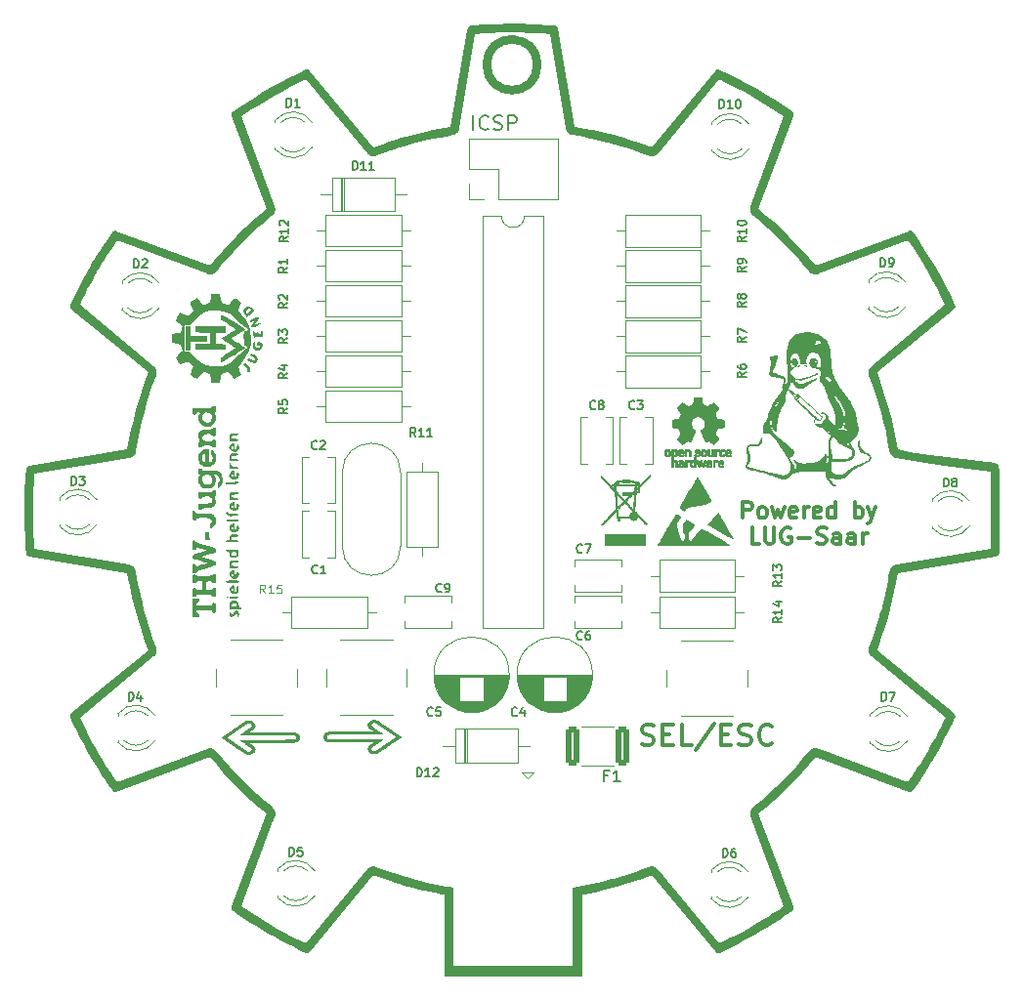
<source format=gbr>
%TF.GenerationSoftware,KiCad,Pcbnew,6.0.11-2627ca5db0~126~ubuntu20.04.1*%
%TF.CreationDate,2023-07-01T13:10:38+02:00*%
%TF.ProjectId,THW_bagde,5448575f-6261-4676-9465-2e6b69636164,rev?*%
%TF.SameCoordinates,Original*%
%TF.FileFunction,Legend,Top*%
%TF.FilePolarity,Positive*%
%FSLAX46Y46*%
G04 Gerber Fmt 4.6, Leading zero omitted, Abs format (unit mm)*
G04 Created by KiCad (PCBNEW 6.0.11-2627ca5db0~126~ubuntu20.04.1) date 2023-07-01 13:10:38*
%MOMM*%
%LPD*%
G01*
G04 APERTURE LIST*
G04 Aperture macros list*
%AMRoundRect*
0 Rectangle with rounded corners*
0 $1 Rounding radius*
0 $2 $3 $4 $5 $6 $7 $8 $9 X,Y pos of 4 corners*
0 Add a 4 corners polygon primitive as box body*
4,1,4,$2,$3,$4,$5,$6,$7,$8,$9,$2,$3,0*
0 Add four circle primitives for the rounded corners*
1,1,$1+$1,$2,$3*
1,1,$1+$1,$4,$5*
1,1,$1+$1,$6,$7*
1,1,$1+$1,$8,$9*
0 Add four rect primitives between the rounded corners*
20,1,$1+$1,$2,$3,$4,$5,0*
20,1,$1+$1,$4,$5,$6,$7,0*
20,1,$1+$1,$6,$7,$8,$9,0*
20,1,$1+$1,$8,$9,$2,$3,0*%
G04 Aperture macros list end*
%ADD10C,0.000000*%
%ADD11C,0.750000*%
%ADD12C,0.304800*%
%ADD13C,0.300000*%
%ADD14C,0.150000*%
%ADD15C,0.200000*%
%ADD16C,0.100000*%
%ADD17C,0.120000*%
%ADD18C,0.010000*%
%ADD19C,1.600000*%
%ADD20O,1.600000X1.600000*%
%ADD21R,1.700000X1.700000*%
%ADD22O,1.700000X1.700000*%
%ADD23R,1.800000X1.800000*%
%ADD24C,1.800000*%
%ADD25C,1.500000*%
%ADD26R,1.600000X1.600000*%
%ADD27R,2.200000X2.200000*%
%ADD28O,2.200000X2.200000*%
%ADD29C,4.000000*%
%ADD30C,2.000000*%
%ADD31RoundRect,0.250000X0.312500X1.450000X-0.312500X1.450000X-0.312500X-1.450000X0.312500X-1.450000X0*%
%ADD32C,3.200000*%
G04 APERTURE END LIST*
D10*
G36*
X109281452Y-90921384D02*
G01*
X109301198Y-90403102D01*
X109326981Y-89876604D01*
X109358680Y-89348368D01*
X109396173Y-88824872D01*
X109397611Y-88810361D01*
X109399650Y-88796030D01*
X109402276Y-88781891D01*
X109405477Y-88767957D01*
X109409241Y-88754243D01*
X109413557Y-88740761D01*
X109418410Y-88727525D01*
X109423790Y-88714549D01*
X109429683Y-88701845D01*
X109436079Y-88689428D01*
X109442963Y-88677311D01*
X109450325Y-88665507D01*
X109458152Y-88654029D01*
X109466431Y-88642891D01*
X109475150Y-88632107D01*
X109484297Y-88621689D01*
X109493860Y-88611651D01*
X109503827Y-88602008D01*
X109514184Y-88592771D01*
X109524921Y-88583955D01*
X109536024Y-88575572D01*
X109547481Y-88567637D01*
X109559281Y-88560163D01*
X109571410Y-88553163D01*
X109583857Y-88546651D01*
X109596608Y-88540639D01*
X109609653Y-88535142D01*
X109622979Y-88530173D01*
X109636573Y-88525745D01*
X109650423Y-88521872D01*
X109664517Y-88518567D01*
X109678842Y-88515843D01*
X118182197Y-87089059D01*
X118335272Y-86235757D01*
X118508890Y-85386584D01*
X118702968Y-84541976D01*
X118917427Y-83702368D01*
X119152184Y-82868195D01*
X119407159Y-82039894D01*
X119682271Y-81217899D01*
X119977437Y-80402646D01*
X113332363Y-74916158D01*
X113311030Y-74896980D01*
X113291624Y-74876354D01*
X113274178Y-74854415D01*
X113258721Y-74831301D01*
X113245286Y-74807148D01*
X113233903Y-74782093D01*
X113224605Y-74756273D01*
X113217421Y-74729825D01*
X113212384Y-74702886D01*
X113209525Y-74675591D01*
X113208876Y-74648080D01*
X113210467Y-74620487D01*
X113214329Y-74592950D01*
X113220495Y-74565606D01*
X113228996Y-74538592D01*
X113239862Y-74512044D01*
X113482536Y-73994377D01*
X113733484Y-73480677D01*
X113992644Y-72971063D01*
X114259954Y-72465657D01*
X114419455Y-72171867D01*
X114583637Y-71876245D01*
X114747855Y-71586070D01*
X114907462Y-71308618D01*
X114907989Y-71307523D01*
X115138007Y-70917861D01*
X115371868Y-70530628D01*
X115609470Y-70145796D01*
X115850710Y-69763331D01*
X116095485Y-69383205D01*
X116343692Y-69005387D01*
X116849988Y-68256551D01*
X116867406Y-68233398D01*
X116886464Y-68212078D01*
X116907025Y-68192634D01*
X116928950Y-68175111D01*
X116952103Y-68159551D01*
X116976346Y-68145998D01*
X117001540Y-68134496D01*
X117027549Y-68125089D01*
X117054235Y-68117819D01*
X117081459Y-68112731D01*
X117109085Y-68109867D01*
X117136974Y-68109273D01*
X117164989Y-68110990D01*
X117192993Y-68115064D01*
X117220847Y-68121537D01*
X117248414Y-68130452D01*
X125344045Y-71140607D01*
X125701130Y-70698679D01*
X126066183Y-70263392D01*
X126439188Y-69834991D01*
X126820128Y-69413723D01*
X127208988Y-68999833D01*
X127605751Y-68593567D01*
X128010402Y-68195171D01*
X128422925Y-67804891D01*
X128643354Y-67600421D01*
X128866419Y-67398227D01*
X129091785Y-67198042D01*
X129319117Y-66999599D01*
X129778342Y-66606871D01*
X130241418Y-66217908D01*
X127229715Y-58163098D01*
X127224928Y-58149381D01*
X127220756Y-58135573D01*
X127217194Y-58121693D01*
X127214236Y-58107757D01*
X127211876Y-58093782D01*
X127210110Y-58079786D01*
X127208932Y-58065786D01*
X127208336Y-58051799D01*
X127208318Y-58037842D01*
X127208871Y-58023933D01*
X127209990Y-58010088D01*
X127211670Y-57996324D01*
X127213906Y-57982660D01*
X127216692Y-57969112D01*
X127220023Y-57955697D01*
X127223894Y-57942432D01*
X127228298Y-57929335D01*
X127233230Y-57916423D01*
X127238686Y-57903713D01*
X127244660Y-57891222D01*
X127251147Y-57878967D01*
X127258140Y-57866966D01*
X127265635Y-57855236D01*
X127273626Y-57843793D01*
X127282108Y-57832656D01*
X127291075Y-57821840D01*
X127300522Y-57811364D01*
X127310445Y-57801245D01*
X127320836Y-57791499D01*
X127331691Y-57782144D01*
X127343005Y-57773198D01*
X127354772Y-57764676D01*
X127479086Y-57679426D01*
X127602956Y-57595349D01*
X127848276Y-57429292D01*
X127849074Y-57428492D01*
X127849474Y-57428094D01*
X127849878Y-57427697D01*
X128536610Y-56975261D01*
X129234276Y-56532502D01*
X129942325Y-56100858D01*
X130660206Y-55681766D01*
X131387368Y-55276664D01*
X132123260Y-54886991D01*
X132867333Y-54514183D01*
X133619035Y-54159678D01*
X133632215Y-54153996D01*
X133645527Y-54148906D01*
X133658954Y-54144404D01*
X133672479Y-54140486D01*
X133686085Y-54137149D01*
X133699755Y-54134388D01*
X133713472Y-54132200D01*
X133727219Y-54130580D01*
X133740979Y-54129524D01*
X133754736Y-54129030D01*
X133768472Y-54129093D01*
X133782170Y-54129709D01*
X133795814Y-54130874D01*
X133809386Y-54132584D01*
X133822869Y-54134836D01*
X133836247Y-54137625D01*
X133849503Y-54140948D01*
X133862619Y-54144800D01*
X133875579Y-54149179D01*
X133888365Y-54154079D01*
X133900961Y-54159497D01*
X133913350Y-54165430D01*
X133925515Y-54171873D01*
X133937439Y-54178822D01*
X133949104Y-54186274D01*
X133960494Y-54194224D01*
X133971593Y-54202669D01*
X133982382Y-54211605D01*
X133992846Y-54221028D01*
X134002966Y-54230934D01*
X134012727Y-54241319D01*
X134022111Y-54252179D01*
X139516866Y-60888467D01*
X140299023Y-60604814D01*
X140692156Y-60467999D01*
X141086833Y-60335187D01*
X141483185Y-60206875D01*
X141881342Y-60083560D01*
X142281437Y-59965738D01*
X142683599Y-59853906D01*
X143022035Y-59763034D01*
X143364487Y-59676074D01*
X143702264Y-59593668D01*
X144026677Y-59516454D01*
X144027471Y-59516189D01*
X144028268Y-59515927D01*
X144303332Y-59454061D01*
X144576712Y-59395660D01*
X145120489Y-59287444D01*
X145663728Y-59187662D01*
X146210561Y-59092698D01*
X147622575Y-50706126D01*
X147623910Y-50706126D01*
X147625606Y-50691716D01*
X147625266Y-50693932D01*
X147623910Y-50706126D01*
X147622575Y-50706126D01*
X147627012Y-50679776D01*
X147625606Y-50691716D01*
X147627163Y-50681574D01*
X147629586Y-50669077D01*
X147632517Y-50656466D01*
X147635940Y-50643765D01*
X147639837Y-50630999D01*
X147648992Y-50605374D01*
X147659846Y-50579788D01*
X147672268Y-50554441D01*
X147686123Y-50529531D01*
X147701280Y-50505257D01*
X147717603Y-50481818D01*
X147734960Y-50459414D01*
X147753218Y-50438241D01*
X147772243Y-50418501D01*
X147791903Y-50400390D01*
X147801929Y-50392008D01*
X147812063Y-50384109D01*
X147822289Y-50376716D01*
X147832591Y-50369856D01*
X147842951Y-50363552D01*
X147853353Y-50357829D01*
X147873834Y-50347653D01*
X147893619Y-50338793D01*
X147912720Y-50331158D01*
X147931152Y-50324653D01*
X147948928Y-50319186D01*
X147966061Y-50314665D01*
X147982565Y-50310995D01*
X147998453Y-50308085D01*
X148013740Y-50305841D01*
X148028437Y-50304170D01*
X148042560Y-50302980D01*
X148056120Y-50302176D01*
X148081611Y-50301361D01*
X148105016Y-50300979D01*
X148126957Y-50300402D01*
X148147855Y-50299498D01*
X148167507Y-50298372D01*
X148185710Y-50297133D01*
X148216955Y-50294741D01*
X148239966Y-50293179D01*
X148247875Y-50292977D01*
X148250842Y-50293067D01*
X148253116Y-50293303D01*
X148254673Y-50293698D01*
X148255486Y-50294265D01*
X148255606Y-50294618D01*
X148255530Y-50295018D01*
X148254781Y-50295970D01*
X148253212Y-50297135D01*
X148250798Y-50298525D01*
X148243335Y-50302036D01*
X148232188Y-50306612D01*
X148217153Y-50312358D01*
X148228549Y-50308320D01*
X148240070Y-50304694D01*
X148251705Y-50301480D01*
X148263443Y-50298682D01*
X148275273Y-50296303D01*
X148287184Y-50294344D01*
X148299165Y-50292808D01*
X148311204Y-50291698D01*
X149008016Y-50246484D01*
X149699535Y-50212168D01*
X150389869Y-50188162D01*
X151083127Y-50173875D01*
X151081884Y-50174016D01*
X151082933Y-50174015D01*
X151083986Y-50174016D01*
X151407198Y-50172206D01*
X151731054Y-50172140D01*
X152055516Y-50174437D01*
X152380548Y-50179715D01*
X152381647Y-50179715D01*
X153078227Y-50197773D01*
X153776633Y-50226825D01*
X154476985Y-50267074D01*
X155179407Y-50318725D01*
X155199831Y-50321007D01*
X155219950Y-50324491D01*
X155239718Y-50329149D01*
X155259090Y-50334952D01*
X155278019Y-50341872D01*
X155296460Y-50349881D01*
X155314368Y-50358949D01*
X155331696Y-50369049D01*
X155348399Y-50380152D01*
X155364432Y-50392230D01*
X155379749Y-50405254D01*
X155394304Y-50419196D01*
X155408052Y-50434027D01*
X155420946Y-50449718D01*
X155432942Y-50466243D01*
X155443994Y-50483571D01*
X155447118Y-50489045D01*
X155450138Y-50494576D01*
X155453054Y-50500162D01*
X155455865Y-50505803D01*
X155461281Y-50517206D01*
X155466265Y-50528790D01*
X155470814Y-50540543D01*
X155474923Y-50552452D01*
X155478587Y-50564505D01*
X155481804Y-50576689D01*
X155484569Y-50588993D01*
X155486879Y-50601403D01*
X156916765Y-59092359D01*
X157401715Y-59175520D01*
X157886929Y-59262742D01*
X158372044Y-59356756D01*
X158614452Y-59407163D01*
X158856698Y-59460294D01*
X158858796Y-59460824D01*
X159225467Y-59544113D01*
X159593835Y-59632740D01*
X159956419Y-59723775D01*
X160305734Y-59814294D01*
X160307733Y-59814820D01*
X160622388Y-59901081D01*
X160935889Y-59990916D01*
X161248278Y-60084124D01*
X161559594Y-60180498D01*
X162179165Y-60381932D01*
X162794923Y-60593583D01*
X163203345Y-60739417D01*
X163610376Y-60888658D01*
X169105134Y-54253402D01*
X169124335Y-54232104D01*
X169144981Y-54212734D01*
X169166937Y-54195323D01*
X169190064Y-54179902D01*
X169214227Y-54166503D01*
X169239289Y-54155156D01*
X169265113Y-54145893D01*
X169291561Y-54138744D01*
X169318499Y-54133742D01*
X169345788Y-54130916D01*
X169373292Y-54130299D01*
X169400874Y-54131920D01*
X169428397Y-54135812D01*
X169455725Y-54142006D01*
X169482721Y-54150532D01*
X169509248Y-54161422D01*
X170328978Y-54550751D01*
X171138631Y-54958987D01*
X171938021Y-55385376D01*
X172726961Y-55829165D01*
X173505264Y-56289602D01*
X174272746Y-56765933D01*
X175029220Y-57257406D01*
X175774499Y-57763268D01*
X175797544Y-57780762D01*
X175818755Y-57799885D01*
X175838088Y-57820498D01*
X175855501Y-57842465D01*
X175870950Y-57865649D01*
X175884393Y-57889911D01*
X175895787Y-57915116D01*
X175905089Y-57941125D01*
X175912256Y-57967802D01*
X175917245Y-57995009D01*
X175920013Y-58022609D01*
X175920518Y-58050464D01*
X175918716Y-58078437D01*
X175914564Y-58106392D01*
X175908021Y-58134190D01*
X175899041Y-58161695D01*
X172884752Y-66223733D01*
X173552690Y-66783807D01*
X174206343Y-67360144D01*
X174845385Y-67952414D01*
X175469490Y-68560288D01*
X176078333Y-69183439D01*
X176671588Y-69821537D01*
X177248928Y-70474255D01*
X177810029Y-71141263D01*
X185880861Y-68131116D01*
X185894639Y-68126311D01*
X185908507Y-68122126D01*
X185922448Y-68118556D01*
X185936445Y-68115596D01*
X185950479Y-68113239D01*
X185964534Y-68111481D01*
X185978593Y-68110315D01*
X185992637Y-68109736D01*
X186006651Y-68109740D01*
X186020615Y-68110319D01*
X186034513Y-68111469D01*
X186048328Y-68113185D01*
X186062041Y-68115460D01*
X186075637Y-68118290D01*
X186089096Y-68121668D01*
X186102403Y-68125589D01*
X186115539Y-68130049D01*
X186128488Y-68135040D01*
X186141231Y-68140558D01*
X186153752Y-68146597D01*
X186166033Y-68153152D01*
X186178056Y-68160217D01*
X186189805Y-68167787D01*
X186201262Y-68175856D01*
X186212410Y-68184419D01*
X186223231Y-68193470D01*
X186233707Y-68203003D01*
X186243822Y-68213014D01*
X186253559Y-68223496D01*
X186262899Y-68234445D01*
X186271825Y-68245854D01*
X186280320Y-68257718D01*
X186784150Y-69005363D01*
X187276024Y-69761959D01*
X187754364Y-70527930D01*
X188217594Y-71303698D01*
X188664136Y-72089685D01*
X189092413Y-72886314D01*
X189500848Y-73694008D01*
X189887864Y-74513188D01*
X189893534Y-74526381D01*
X189898611Y-74539705D01*
X189903099Y-74553143D01*
X189907003Y-74566679D01*
X189910325Y-74580295D01*
X189913071Y-74593974D01*
X189915243Y-74607700D01*
X189916846Y-74621455D01*
X189917884Y-74635222D01*
X189918361Y-74648985D01*
X189918280Y-74662727D01*
X189917646Y-74676430D01*
X189916462Y-74690078D01*
X189914733Y-74703653D01*
X189912462Y-74717139D01*
X189909653Y-74730518D01*
X189906310Y-74743775D01*
X189902437Y-74756891D01*
X189898039Y-74769849D01*
X189893118Y-74782634D01*
X189887679Y-74795227D01*
X189881726Y-74807612D01*
X189875262Y-74819772D01*
X189868292Y-74831690D01*
X189860819Y-74843349D01*
X189852848Y-74854731D01*
X189844382Y-74865821D01*
X189835426Y-74876601D01*
X189825982Y-74887053D01*
X189816056Y-74897162D01*
X189805651Y-74906910D01*
X189794771Y-74916280D01*
X183152284Y-80401216D01*
X183443066Y-81213592D01*
X183718530Y-82032035D01*
X183976907Y-82856536D01*
X184216430Y-83687084D01*
X184435332Y-84523669D01*
X184631844Y-85366280D01*
X184804200Y-86214908D01*
X184950631Y-87069543D01*
X184951488Y-87074433D01*
X184952273Y-87079335D01*
X184952984Y-87084249D01*
X184953622Y-87089173D01*
X186001855Y-87272184D01*
X187053966Y-87437705D01*
X189167503Y-87731574D01*
X193415635Y-88277738D01*
X193428168Y-88279683D01*
X193440552Y-88282077D01*
X193452778Y-88284914D01*
X193464838Y-88288184D01*
X193476721Y-88291880D01*
X193488419Y-88295994D01*
X193511223Y-88305442D01*
X193533174Y-88316465D01*
X193554199Y-88328997D01*
X193574224Y-88342974D01*
X193593176Y-88358333D01*
X193610980Y-88375008D01*
X193627563Y-88392935D01*
X193642851Y-88412050D01*
X193656769Y-88432289D01*
X193669245Y-88453586D01*
X193674918Y-88464612D01*
X193680203Y-88475879D01*
X193685091Y-88487378D01*
X193689571Y-88499102D01*
X193693636Y-88511042D01*
X193697275Y-88523190D01*
X193698928Y-88529305D01*
X193700467Y-88535447D01*
X193701891Y-88541615D01*
X193703200Y-88547808D01*
X193704393Y-88554024D01*
X193705470Y-88560262D01*
X193706432Y-88566520D01*
X193707277Y-88572797D01*
X193707946Y-88578978D01*
X193708502Y-88585171D01*
X193708945Y-88591374D01*
X193709276Y-88597585D01*
X193722501Y-88899196D01*
X193733113Y-89203589D01*
X193751176Y-89785619D01*
X193751182Y-89787668D01*
X193751176Y-89789723D01*
X193775884Y-91350300D01*
X193781662Y-92913873D01*
X193764322Y-94475740D01*
X193719674Y-96031201D01*
X193718771Y-96046230D01*
X193717222Y-96061089D01*
X193715042Y-96075763D01*
X193712243Y-96090237D01*
X193708838Y-96104495D01*
X193704840Y-96118524D01*
X193700263Y-96132308D01*
X193695120Y-96145833D01*
X193689423Y-96159082D01*
X193683187Y-96172043D01*
X193676423Y-96184698D01*
X193669147Y-96197034D01*
X193661369Y-96209036D01*
X193653104Y-96220688D01*
X193644365Y-96231976D01*
X193635165Y-96242885D01*
X193625516Y-96253399D01*
X193615433Y-96263505D01*
X193604928Y-96273186D01*
X193594015Y-96282429D01*
X193582706Y-96291218D01*
X193571014Y-96299537D01*
X193558954Y-96307373D01*
X193546538Y-96314711D01*
X193533779Y-96321535D01*
X193520690Y-96327830D01*
X193507284Y-96333582D01*
X193493575Y-96338775D01*
X193479576Y-96343395D01*
X193465300Y-96347427D01*
X193450759Y-96350855D01*
X193435968Y-96353665D01*
X184954835Y-97779416D01*
X184873735Y-98266721D01*
X184873735Y-98267819D01*
X184806101Y-98649402D01*
X184732684Y-99031662D01*
X184653930Y-99413638D01*
X184570285Y-99794373D01*
X184482197Y-100172909D01*
X184390111Y-100548285D01*
X184294474Y-100919544D01*
X184195733Y-101285726D01*
X184196260Y-101285199D01*
X184081820Y-101690780D01*
X183961615Y-102093825D01*
X183836255Y-102494467D01*
X183706347Y-102892844D01*
X183435327Y-103683341D01*
X183153428Y-104466397D01*
X189794885Y-109952886D01*
X189816222Y-109972065D01*
X189835631Y-109992694D01*
X189853080Y-110014636D01*
X189868540Y-110037754D01*
X189881977Y-110061911D01*
X189893361Y-110086969D01*
X189902661Y-110112793D01*
X189909845Y-110139245D01*
X189914881Y-110166188D01*
X189917739Y-110193486D01*
X189918388Y-110221002D01*
X189916795Y-110248598D01*
X189912929Y-110276138D01*
X189906760Y-110303485D01*
X189898255Y-110330502D01*
X189887384Y-110357053D01*
X189668642Y-110823920D01*
X189443326Y-111287523D01*
X189211626Y-111747854D01*
X188973731Y-112204908D01*
X188729830Y-112658680D01*
X188480112Y-113109163D01*
X188224767Y-113556352D01*
X187963983Y-114000241D01*
X187767210Y-114327237D01*
X187565360Y-114655705D01*
X187148844Y-115313739D01*
X186719254Y-115967695D01*
X186281411Y-116610929D01*
X186263943Y-116634010D01*
X186244842Y-116655257D01*
X186224246Y-116674627D01*
X186202292Y-116692076D01*
X186179118Y-116707563D01*
X186154862Y-116721042D01*
X186129660Y-116732472D01*
X186103650Y-116741809D01*
X186076970Y-116749010D01*
X186049757Y-116754032D01*
X186022147Y-116756832D01*
X185994280Y-116757366D01*
X185966291Y-116755593D01*
X185938319Y-116751467D01*
X185910501Y-116744947D01*
X185882974Y-116735990D01*
X177979585Y-113791982D01*
X177993981Y-113794323D01*
X178001282Y-113795431D01*
X178008798Y-113796478D01*
X178016637Y-113797451D01*
X178024908Y-113798334D01*
X178033720Y-113799115D01*
X178043184Y-113799779D01*
X177945482Y-113779119D01*
X177979585Y-113792027D01*
X177971312Y-113790593D01*
X177963396Y-113789077D01*
X177955824Y-113787483D01*
X177948582Y-113785815D01*
X177941655Y-113784075D01*
X177935030Y-113782267D01*
X177928691Y-113780394D01*
X177922625Y-113778459D01*
X177911255Y-113774417D01*
X177900806Y-113770165D01*
X177891164Y-113765729D01*
X177882216Y-113761135D01*
X177873848Y-113756408D01*
X177865946Y-113751575D01*
X177858398Y-113746659D01*
X177851089Y-113741687D01*
X177836735Y-113731676D01*
X177829464Y-113726688D01*
X177821977Y-113721745D01*
X177258982Y-114388771D01*
X176680044Y-115041974D01*
X176085408Y-115680928D01*
X175475318Y-116305206D01*
X174850020Y-116914383D01*
X174209758Y-117508030D01*
X173554778Y-118085722D01*
X172885324Y-118647031D01*
X175899095Y-126704946D01*
X175903916Y-126718667D01*
X175908121Y-126732480D01*
X175911715Y-126746367D01*
X175914704Y-126760311D01*
X175917094Y-126774294D01*
X175918889Y-126788300D01*
X175920095Y-126802312D01*
X175920717Y-126816311D01*
X175920761Y-126830281D01*
X175920232Y-126844204D01*
X175919136Y-126858064D01*
X175917478Y-126871843D01*
X175915263Y-126885524D01*
X175912496Y-126899089D01*
X175909184Y-126912522D01*
X175905331Y-126925805D01*
X175900943Y-126938921D01*
X175896025Y-126951852D01*
X175890582Y-126964582D01*
X175884621Y-126977093D01*
X175878145Y-126989368D01*
X175871162Y-127001390D01*
X175863675Y-127013141D01*
X175855691Y-127024605D01*
X175847215Y-127035763D01*
X175838252Y-127046600D01*
X175828808Y-127057097D01*
X175818887Y-127067237D01*
X175808496Y-127077003D01*
X175797640Y-127086378D01*
X175786323Y-127095345D01*
X175774553Y-127103887D01*
X175235018Y-127472402D01*
X174690172Y-127832730D01*
X174140261Y-128185076D01*
X173585534Y-128529645D01*
X173585008Y-128530164D01*
X173095816Y-128823118D01*
X172599161Y-129111726D01*
X172095877Y-129395159D01*
X171586801Y-129672591D01*
X171072768Y-129943193D01*
X170554614Y-130206137D01*
X170033175Y-130460595D01*
X169509286Y-130705739D01*
X169496103Y-130711456D01*
X169482786Y-130716579D01*
X169469352Y-130721114D01*
X169455820Y-130725063D01*
X169442205Y-130728431D01*
X169428525Y-130731221D01*
X169414797Y-130733437D01*
X169401038Y-130735084D01*
X169387265Y-130736164D01*
X169373494Y-130736683D01*
X169359743Y-130736643D01*
X169346029Y-130736049D01*
X169332369Y-130734905D01*
X169318780Y-130733214D01*
X169305279Y-130730981D01*
X169291883Y-130728209D01*
X169278609Y-130724901D01*
X169265473Y-130721063D01*
X169252494Y-130716698D01*
X169239688Y-130711809D01*
X169227071Y-130706401D01*
X169214662Y-130700478D01*
X169202477Y-130694043D01*
X169190532Y-130687100D01*
X169178846Y-130679653D01*
X169167435Y-130671706D01*
X169156316Y-130663264D01*
X169145507Y-130654329D01*
X169135023Y-130644905D01*
X169124882Y-130634997D01*
X169115102Y-130624609D01*
X169105699Y-130613744D01*
X163613008Y-123981061D01*
X163051137Y-124188098D01*
X162486240Y-124389479D01*
X161917191Y-124582117D01*
X161630758Y-124674194D01*
X161342866Y-124762929D01*
X161077785Y-124842152D01*
X160804695Y-124921208D01*
X160532099Y-124997736D01*
X160268503Y-125069371D01*
X160267503Y-125069898D01*
X159857968Y-125177128D01*
X159444368Y-125277931D01*
X159027442Y-125372732D01*
X158607932Y-125461959D01*
X158186580Y-125546038D01*
X157800856Y-125629417D01*
X157633256Y-125681932D01*
X157632400Y-132740400D01*
X145650000Y-132740400D01*
X145650000Y-125700000D01*
X145450000Y-125650000D01*
X145200000Y-125600000D01*
X144838221Y-125532875D01*
X144390954Y-125439191D01*
X143927624Y-125334984D01*
X143459383Y-125222756D01*
X142988998Y-125102861D01*
X142519235Y-124975652D01*
X142141914Y-124868297D01*
X141764710Y-124754788D01*
X141387854Y-124635738D01*
X141011575Y-124511758D01*
X140261670Y-124251464D01*
X139516836Y-123978810D01*
X134022081Y-130614583D01*
X134002936Y-130635828D01*
X133982352Y-130655157D01*
X133960464Y-130672537D01*
X133937408Y-130687939D01*
X133913320Y-130701331D01*
X133888335Y-130712682D01*
X133862588Y-130721961D01*
X133836217Y-130729136D01*
X133809355Y-130734177D01*
X133782140Y-130737053D01*
X133754706Y-130737731D01*
X133727188Y-130736181D01*
X133699724Y-130732373D01*
X133672448Y-130726274D01*
X133645497Y-130717854D01*
X133619005Y-130707082D01*
X133064090Y-130447675D01*
X132513849Y-130178646D01*
X131968416Y-129900334D01*
X131427923Y-129613080D01*
X130902738Y-129323374D01*
X130380250Y-129024575D01*
X129861413Y-128717797D01*
X129347178Y-128404153D01*
X128838497Y-128084755D01*
X128336323Y-127760716D01*
X127841607Y-127433150D01*
X127355302Y-127103169D01*
X127332100Y-127085697D01*
X127310742Y-127066579D01*
X127291271Y-127045952D01*
X127273731Y-127023957D01*
X127258165Y-127000731D01*
X127244618Y-126976413D01*
X127233132Y-126951142D01*
X127223751Y-126925057D01*
X127216520Y-126898297D01*
X127211480Y-126871000D01*
X127208677Y-126843304D01*
X127208154Y-126815349D01*
X127209954Y-126787274D01*
X127214121Y-126759216D01*
X127220698Y-126731315D01*
X127229730Y-126703710D01*
X130180456Y-118814778D01*
X130177956Y-118829230D01*
X130175530Y-118844140D01*
X130174404Y-118852042D01*
X130173368Y-118860389D01*
X130172443Y-118869291D01*
X130171655Y-118878858D01*
X130192846Y-118781705D01*
X130180436Y-118814778D01*
X130181895Y-118806589D01*
X130183429Y-118798751D01*
X130185035Y-118791253D01*
X130186710Y-118784079D01*
X130188451Y-118777215D01*
X130190257Y-118770648D01*
X130194047Y-118758349D01*
X130198058Y-118747067D01*
X130202266Y-118736693D01*
X130206649Y-118727113D01*
X130211183Y-118718216D01*
X130215847Y-118709890D01*
X130220618Y-118702023D01*
X130225472Y-118694504D01*
X130230386Y-118687220D01*
X130240306Y-118672911D01*
X130245266Y-118665661D01*
X130250196Y-118658200D01*
X129585853Y-118097945D01*
X128934071Y-117522344D01*
X128295959Y-116931056D01*
X127672624Y-116323734D01*
X127065173Y-115700036D01*
X126474714Y-115059617D01*
X125902355Y-114402132D01*
X125349202Y-113727239D01*
X117246854Y-116736356D01*
X117233176Y-116741104D01*
X117219409Y-116745242D01*
X117205570Y-116748774D01*
X117191676Y-116751706D01*
X117177745Y-116754043D01*
X117163792Y-116755791D01*
X117149836Y-116756954D01*
X117135893Y-116757539D01*
X117121980Y-116757550D01*
X117108115Y-116756994D01*
X117094314Y-116755874D01*
X117080594Y-116754198D01*
X117066972Y-116751969D01*
X117053466Y-116749193D01*
X117040092Y-116745876D01*
X117026867Y-116742022D01*
X117013809Y-116737638D01*
X117000934Y-116732729D01*
X116988259Y-116727299D01*
X116975802Y-116721355D01*
X116963579Y-116714902D01*
X116951608Y-116707944D01*
X116939905Y-116700487D01*
X116928487Y-116692537D01*
X116917372Y-116684099D01*
X116906576Y-116675178D01*
X116896117Y-116665780D01*
X116886011Y-116655909D01*
X116876276Y-116645572D01*
X116866929Y-116634774D01*
X116857985Y-116623519D01*
X116849464Y-116611814D01*
X116551051Y-116177167D01*
X116257762Y-115739159D01*
X115969515Y-115297968D01*
X115686227Y-114853772D01*
X115686227Y-114853253D01*
X115354047Y-114314871D01*
X115027751Y-113767917D01*
X114708185Y-113213288D01*
X114396195Y-112651879D01*
X114092625Y-112084587D01*
X113798322Y-111512307D01*
X113514131Y-110935934D01*
X113240897Y-110356366D01*
X113235167Y-110343159D01*
X113230032Y-110329819D01*
X113225488Y-110316362D01*
X113221532Y-110302805D01*
X113218160Y-110289166D01*
X113215367Y-110275462D01*
X113213150Y-110261709D01*
X113211504Y-110247925D01*
X113210427Y-110234128D01*
X113209914Y-110220333D01*
X113209961Y-110206559D01*
X113210564Y-110192822D01*
X113211719Y-110179139D01*
X113213423Y-110165528D01*
X113215671Y-110152006D01*
X113218460Y-110138589D01*
X113221785Y-110125295D01*
X113225643Y-110112141D01*
X113230030Y-110099144D01*
X113234942Y-110086322D01*
X113240374Y-110073690D01*
X113246324Y-110061267D01*
X113252787Y-110049070D01*
X113259759Y-110037115D01*
X113267236Y-110025419D01*
X113275215Y-110014001D01*
X113283692Y-110002876D01*
X113292661Y-109992062D01*
X113302121Y-109981577D01*
X113312066Y-109971437D01*
X113322493Y-109961659D01*
X113333398Y-109952260D01*
X119974336Y-104466809D01*
X119770812Y-103913204D01*
X119575550Y-103356531D01*
X119388947Y-102796824D01*
X119211402Y-102234114D01*
X119043311Y-101668434D01*
X118885073Y-101099818D01*
X118737085Y-100528299D01*
X118599744Y-99953908D01*
X118483604Y-99422905D01*
X118375025Y-98878782D01*
X118273128Y-98328716D01*
X118177030Y-97779881D01*
X109678844Y-96351026D01*
X109664486Y-96348292D01*
X109650362Y-96344975D01*
X109636483Y-96341087D01*
X109622862Y-96336642D01*
X109609511Y-96331653D01*
X109596442Y-96326135D01*
X109583668Y-96320100D01*
X109571201Y-96313562D01*
X109559053Y-96306535D01*
X109547237Y-96299032D01*
X109535765Y-96291067D01*
X109524649Y-96282653D01*
X109513903Y-96273803D01*
X109503537Y-96264533D01*
X109483998Y-96244780D01*
X109466131Y-96223502D01*
X109457855Y-96212326D01*
X109450035Y-96200809D01*
X109442681Y-96188964D01*
X109435808Y-96176807D01*
X109429427Y-96164349D01*
X109423550Y-96151605D01*
X109418189Y-96138589D01*
X109413358Y-96125313D01*
X109409068Y-96111791D01*
X109405332Y-96098036D01*
X109402162Y-96084063D01*
X109399570Y-96069885D01*
X109397569Y-96055515D01*
X109396171Y-96040967D01*
X109370140Y-95680856D01*
X109346624Y-95324226D01*
X109325789Y-94966170D01*
X109307802Y-94601781D01*
X109274509Y-93687717D01*
X109258923Y-92767702D01*
X109258937Y-92761900D01*
X110008038Y-92761900D01*
X110022525Y-93666999D01*
X110054889Y-94566052D01*
X110054889Y-94568051D01*
X110069258Y-94845511D01*
X110086553Y-95119595D01*
X110125198Y-95665708D01*
X118300979Y-97040708D01*
X118330206Y-97046279D01*
X118359011Y-97052955D01*
X118387373Y-97060713D01*
X118415267Y-97069530D01*
X118442672Y-97079384D01*
X118469565Y-97090252D01*
X118521722Y-97114938D01*
X118571555Y-97143405D01*
X118618883Y-97175471D01*
X118663523Y-97210955D01*
X118705293Y-97249673D01*
X118744011Y-97291443D01*
X118779495Y-97336084D01*
X118811561Y-97383412D01*
X118840028Y-97433246D01*
X118864714Y-97485402D01*
X118875582Y-97512295D01*
X118885436Y-97539700D01*
X118894254Y-97567595D01*
X118902012Y-97595956D01*
X118908689Y-97624762D01*
X118914260Y-97653989D01*
X119009544Y-98196653D01*
X119110408Y-98738139D01*
X119217201Y-99270754D01*
X119330276Y-99786801D01*
X119464299Y-100347263D01*
X119608843Y-100905360D01*
X119763532Y-101461065D01*
X119927989Y-102014353D01*
X120101839Y-102565198D01*
X120284705Y-103113574D01*
X120476211Y-103659456D01*
X120675981Y-104202817D01*
X120694721Y-104259432D01*
X120708776Y-104316695D01*
X120718213Y-104374351D01*
X120723100Y-104432149D01*
X120723503Y-104489834D01*
X120719491Y-104547154D01*
X120711131Y-104603856D01*
X120698490Y-104659687D01*
X120681637Y-104714394D01*
X120660638Y-104767724D01*
X120635561Y-104819423D01*
X120606474Y-104869240D01*
X120573444Y-104916920D01*
X120536539Y-104962211D01*
X120495825Y-105004860D01*
X120451372Y-105044614D01*
X114070510Y-110316098D01*
X114325545Y-110847631D01*
X114588629Y-111377065D01*
X114859482Y-111903421D01*
X115137825Y-112425720D01*
X115423379Y-112942984D01*
X115715864Y-113454232D01*
X116015001Y-113958487D01*
X116320510Y-114454770D01*
X116557035Y-114824607D01*
X116797987Y-115191810D01*
X117042388Y-115556703D01*
X117289260Y-115919614D01*
X125088090Y-113025083D01*
X125145590Y-113006202D01*
X125203732Y-112992150D01*
X125262251Y-112982853D01*
X125320886Y-112978238D01*
X125379373Y-112978232D01*
X125437448Y-112982761D01*
X125494849Y-112991753D01*
X125551313Y-113005134D01*
X125606576Y-113022831D01*
X125660375Y-113044770D01*
X125712448Y-113070880D01*
X125762531Y-113101086D01*
X125810360Y-113135315D01*
X125855674Y-113173494D01*
X125898208Y-113215551D01*
X125937700Y-113261411D01*
X126476380Y-113918707D01*
X127034208Y-114559659D01*
X127610173Y-115184582D01*
X128203267Y-115793789D01*
X128812482Y-116387596D01*
X129436809Y-116966319D01*
X130075238Y-117530272D01*
X130726762Y-118079770D01*
X130752154Y-118101599D01*
X130776364Y-118124347D01*
X130799384Y-118147970D01*
X130821206Y-118172423D01*
X130841819Y-118197663D01*
X130861217Y-118223646D01*
X130879390Y-118250327D01*
X130896330Y-118277662D01*
X130912028Y-118305608D01*
X130926475Y-118334120D01*
X130939662Y-118363153D01*
X130951582Y-118392665D01*
X130962225Y-118422610D01*
X130971582Y-118452945D01*
X130979646Y-118483625D01*
X130986407Y-118514607D01*
X130991856Y-118545847D01*
X130995986Y-118577299D01*
X130998787Y-118608921D01*
X131000250Y-118640667D01*
X131000368Y-118672494D01*
X130999131Y-118704359D01*
X130996531Y-118736215D01*
X130992559Y-118768021D01*
X130987207Y-118799730D01*
X130980465Y-118831300D01*
X130972325Y-118862687D01*
X130962779Y-118893845D01*
X130951818Y-118924731D01*
X130939433Y-118955301D01*
X130925615Y-118985511D01*
X130910356Y-119015317D01*
X130902559Y-119046567D01*
X130898917Y-119061553D01*
X130894971Y-119076450D01*
X130890722Y-119091253D01*
X130886173Y-119105958D01*
X130881325Y-119120561D01*
X130876181Y-119135056D01*
X130870741Y-119149440D01*
X130865008Y-119163708D01*
X130858983Y-119177855D01*
X130852669Y-119191877D01*
X130846068Y-119205769D01*
X130839180Y-119219528D01*
X130832009Y-119233147D01*
X130824555Y-119246624D01*
X130816821Y-119259953D01*
X130808809Y-119273129D01*
X128049043Y-126652028D01*
X128499627Y-126954714D01*
X128956011Y-127255272D01*
X129417645Y-127552610D01*
X129883982Y-127845638D01*
X130354472Y-128133264D01*
X130828566Y-128414397D01*
X131305715Y-128687945D01*
X131785371Y-128952817D01*
X131785371Y-128954816D01*
X132015206Y-129077906D01*
X132246155Y-129198754D01*
X132711062Y-129434418D01*
X133179432Y-129663190D01*
X133650605Y-129886456D01*
X138937715Y-123499738D01*
X138957183Y-123477125D01*
X138977403Y-123455435D01*
X138998342Y-123434675D01*
X139019969Y-123414854D01*
X139042253Y-123395980D01*
X139065163Y-123378062D01*
X139088667Y-123361108D01*
X139112733Y-123345127D01*
X139137331Y-123330126D01*
X139162429Y-123316114D01*
X139187996Y-123303100D01*
X139214000Y-123291092D01*
X139240409Y-123280098D01*
X139267194Y-123270128D01*
X139294321Y-123261188D01*
X139321760Y-123253288D01*
X139349479Y-123246436D01*
X139377447Y-123240641D01*
X139405632Y-123235910D01*
X139434004Y-123232253D01*
X139462530Y-123229677D01*
X139491180Y-123228191D01*
X139519922Y-123227803D01*
X139548724Y-123228522D01*
X139577556Y-123230357D01*
X139606385Y-123233315D01*
X139635181Y-123237405D01*
X139663912Y-123242635D01*
X139692547Y-123249014D01*
X139721054Y-123256551D01*
X139749401Y-123265253D01*
X139777559Y-123275128D01*
X140512828Y-123544459D01*
X141249850Y-123800734D01*
X141618222Y-123922376D01*
X141986078Y-124038836D01*
X142353098Y-124149474D01*
X142718965Y-124253652D01*
X142720971Y-124253652D01*
X143179579Y-124377821D01*
X143639463Y-124495007D01*
X144097618Y-124604796D01*
X144551042Y-124706769D01*
X144553048Y-124706769D01*
X144984838Y-124797082D01*
X145432253Y-124882368D01*
X145750000Y-124950000D01*
X146100000Y-125000000D01*
X146400000Y-125050000D01*
X146400000Y-131800000D01*
X156800000Y-131800000D01*
X156800000Y-125050000D01*
X157629719Y-124887291D01*
X158044351Y-124809669D01*
X158456881Y-124727673D01*
X158866543Y-124640879D01*
X159272571Y-124548867D01*
X159674198Y-124451214D01*
X160070657Y-124347501D01*
X160074640Y-124345510D01*
X160331585Y-124275719D01*
X160598019Y-124201030D01*
X160864972Y-124123871D01*
X161123475Y-124046674D01*
X161124476Y-124045668D01*
X161125482Y-124044667D01*
X161404539Y-123958712D01*
X161683203Y-123869290D01*
X162239715Y-123681412D01*
X162795749Y-123483758D01*
X163352037Y-123279057D01*
X163408542Y-123260480D01*
X163465683Y-123246564D01*
X163523210Y-123237244D01*
X163580871Y-123232452D01*
X163638415Y-123232120D01*
X163695592Y-123236182D01*
X163752149Y-123244570D01*
X163807836Y-123257217D01*
X163862402Y-123274057D01*
X163915596Y-123295021D01*
X163967166Y-123320043D01*
X164016862Y-123349056D01*
X164064433Y-123381991D01*
X164109627Y-123418783D01*
X164152193Y-123459364D01*
X164191881Y-123503667D01*
X169471177Y-129878667D01*
X169948032Y-129651374D01*
X170423446Y-129417421D01*
X170896528Y-129177102D01*
X171366387Y-128930715D01*
X171832133Y-128678553D01*
X172292875Y-128420914D01*
X172747723Y-128158093D01*
X173195787Y-127890386D01*
X173673438Y-127592344D01*
X174146048Y-127287010D01*
X174614717Y-126975747D01*
X175080545Y-126659917D01*
X172182115Y-118909909D01*
X172163547Y-118853148D01*
X172149681Y-118795757D01*
X172140447Y-118737987D01*
X172135777Y-118680095D01*
X172135601Y-118622332D01*
X172139851Y-118564954D01*
X172148458Y-118508213D01*
X172161353Y-118452364D01*
X172178468Y-118397660D01*
X172199732Y-118344355D01*
X172225078Y-118292702D01*
X172254436Y-118242957D01*
X172287738Y-118195371D01*
X172324914Y-118150199D01*
X172365896Y-118107695D01*
X172410615Y-118068112D01*
X173065726Y-117518849D01*
X173706878Y-116953414D01*
X174333784Y-116372247D01*
X174946159Y-115775789D01*
X175543715Y-115164480D01*
X176126168Y-114538760D01*
X176693230Y-113899069D01*
X177244615Y-113245847D01*
X177266517Y-113220427D01*
X177289340Y-113196195D01*
X177313040Y-113173159D01*
X177337572Y-113151328D01*
X177362892Y-113130711D01*
X177388955Y-113111316D01*
X177415717Y-113093152D01*
X177443134Y-113076227D01*
X177471161Y-113060550D01*
X177499754Y-113046130D01*
X177528869Y-113032975D01*
X177558460Y-113021093D01*
X177588484Y-113010494D01*
X177618897Y-113001186D01*
X177649653Y-112993178D01*
X177680709Y-112986478D01*
X177712020Y-112981094D01*
X177743542Y-112977037D01*
X177775230Y-112974312D01*
X177807040Y-112972931D01*
X177838928Y-112972901D01*
X177870849Y-112974230D01*
X177902758Y-112976928D01*
X177934612Y-112981003D01*
X177966366Y-112986464D01*
X177997976Y-112993318D01*
X178029396Y-113001576D01*
X178060584Y-113011245D01*
X178091494Y-113022334D01*
X178122082Y-113034851D01*
X178152304Y-113048806D01*
X178182115Y-113064206D01*
X178199716Y-113068105D01*
X178215082Y-113071638D01*
X178230359Y-113075491D01*
X178245542Y-113079661D01*
X178260626Y-113084146D01*
X178275605Y-113088944D01*
X178290476Y-113094054D01*
X178305233Y-113099474D01*
X178319872Y-113105201D01*
X178334388Y-113111233D01*
X178348775Y-113117570D01*
X178363030Y-113124208D01*
X178377146Y-113131145D01*
X178391120Y-113138381D01*
X178404947Y-113145912D01*
X178418621Y-113153737D01*
X178432138Y-113161855D01*
X185836427Y-115917714D01*
X186221521Y-115347082D01*
X186600270Y-114770803D01*
X186967704Y-114192783D01*
X187145626Y-113904343D01*
X187318857Y-113616933D01*
X187555032Y-113214074D01*
X187785583Y-112808181D01*
X188010692Y-112399413D01*
X188230543Y-111987932D01*
X188445319Y-111573900D01*
X188655206Y-111157477D01*
X188860386Y-110738825D01*
X189061044Y-110318105D01*
X182676286Y-105044667D01*
X182653762Y-105025305D01*
X182632150Y-105005197D01*
X182611460Y-104984374D01*
X182591698Y-104962867D01*
X182572874Y-104940708D01*
X182554997Y-104917926D01*
X182538074Y-104894554D01*
X182522113Y-104870622D01*
X182507124Y-104846160D01*
X182493114Y-104821201D01*
X182480093Y-104795775D01*
X182468068Y-104769912D01*
X182457047Y-104743644D01*
X182447040Y-104717002D01*
X182438055Y-104690017D01*
X182430099Y-104662719D01*
X182423181Y-104635140D01*
X182417311Y-104607310D01*
X182412495Y-104579261D01*
X182408743Y-104551023D01*
X182406063Y-104522628D01*
X182404463Y-104494106D01*
X182403952Y-104465488D01*
X182404538Y-104436806D01*
X182406229Y-104408089D01*
X182409034Y-104379370D01*
X182412961Y-104350680D01*
X182418019Y-104322048D01*
X182424215Y-104293506D01*
X182431560Y-104265085D01*
X182440060Y-104236816D01*
X182449724Y-104208730D01*
X182727262Y-103437627D01*
X182992674Y-102663382D01*
X183119437Y-102274756D01*
X183241493Y-101884955D01*
X183358285Y-101493849D01*
X183469255Y-101101308D01*
X183471228Y-101095444D01*
X183473253Y-101089597D01*
X183473253Y-101085698D01*
X183569775Y-100727751D01*
X183663307Y-100364844D01*
X183753378Y-99998032D01*
X183839518Y-99628371D01*
X183921256Y-99256916D01*
X183998123Y-98884720D01*
X184069649Y-98512840D01*
X184135362Y-98142331D01*
X184133363Y-98144330D01*
X184215364Y-97656049D01*
X184220824Y-97626625D01*
X184227403Y-97597624D01*
X184235078Y-97569068D01*
X184243827Y-97540980D01*
X184253625Y-97513383D01*
X184264451Y-97486301D01*
X184289090Y-97433775D01*
X184317559Y-97383586D01*
X184349673Y-97335919D01*
X184385247Y-97290962D01*
X184424096Y-97248899D01*
X184466035Y-97209915D01*
X184510879Y-97174197D01*
X184558443Y-97141930D01*
X184608541Y-97113301D01*
X184660990Y-97088493D01*
X184688037Y-97077581D01*
X184715603Y-97067694D01*
X184743663Y-97058855D01*
X184772195Y-97051088D01*
X184801176Y-97044415D01*
X184830583Y-97038861D01*
X192971216Y-95669721D01*
X193009484Y-94211452D01*
X193026061Y-92746921D01*
X193022540Y-91279434D01*
X193000512Y-89812299D01*
X193000512Y-89806401D01*
X193000478Y-89802490D01*
X193000467Y-89798582D01*
X193000478Y-89794676D01*
X193000512Y-89790769D01*
X193000504Y-89789709D01*
X193000501Y-89788819D01*
X193000504Y-89787930D01*
X193000512Y-89786870D01*
X192973108Y-88970464D01*
X188898419Y-88450536D01*
X186856486Y-88165354D01*
X185836132Y-88004176D01*
X184816858Y-87825929D01*
X184786792Y-87819693D01*
X184757200Y-87812290D01*
X184728107Y-87803747D01*
X184699537Y-87794089D01*
X184671514Y-87783342D01*
X184644061Y-87771531D01*
X184617204Y-87758682D01*
X184590965Y-87744822D01*
X184565369Y-87729975D01*
X184540440Y-87714168D01*
X184516203Y-87697426D01*
X184492680Y-87679775D01*
X184469897Y-87661241D01*
X184447876Y-87641850D01*
X184426643Y-87621626D01*
X184406222Y-87600597D01*
X184386635Y-87578788D01*
X184367908Y-87556224D01*
X184350065Y-87532932D01*
X184333129Y-87508937D01*
X184317124Y-87484264D01*
X184302076Y-87458940D01*
X184288006Y-87432990D01*
X184274941Y-87406441D01*
X184262903Y-87379317D01*
X184251917Y-87351645D01*
X184242007Y-87323450D01*
X184233197Y-87294759D01*
X184225511Y-87265596D01*
X184218972Y-87235988D01*
X184213606Y-87205960D01*
X184209436Y-87175538D01*
X184209345Y-87175050D01*
X184209232Y-87174562D01*
X184209098Y-87174075D01*
X184208950Y-87173587D01*
X184208622Y-87172612D01*
X184208282Y-87171637D01*
X184207961Y-87170662D01*
X184207817Y-87170175D01*
X184207691Y-87169688D01*
X184207586Y-87169201D01*
X184207506Y-87168714D01*
X184207455Y-87168227D01*
X184207437Y-87167741D01*
X184064869Y-86338828D01*
X183896983Y-85514366D01*
X183705416Y-84694368D01*
X183491803Y-83878851D01*
X183257782Y-83067829D01*
X183004988Y-82261316D01*
X182735056Y-81459329D01*
X182449624Y-80661881D01*
X182431298Y-80605415D01*
X182417618Y-80548331D01*
X182408516Y-80490878D01*
X182403927Y-80433306D01*
X182403781Y-80375865D01*
X182408012Y-80318803D01*
X182416552Y-80262371D01*
X182429333Y-80206819D01*
X182446289Y-80152395D01*
X182467351Y-80099349D01*
X182492453Y-80047931D01*
X182521526Y-79998390D01*
X182554503Y-79950976D01*
X182591318Y-79905938D01*
X182631901Y-79863527D01*
X182676187Y-79823991D01*
X189051187Y-74558366D01*
X188700324Y-73831002D01*
X188332182Y-73111841D01*
X187947800Y-72400626D01*
X187548221Y-71697104D01*
X187134486Y-71001021D01*
X186707638Y-70312120D01*
X186268717Y-69630148D01*
X185818765Y-68954850D01*
X178072664Y-71845475D01*
X178015904Y-71864040D01*
X177958513Y-71877904D01*
X177900745Y-71887136D01*
X177842854Y-71891804D01*
X177785092Y-71891979D01*
X177727715Y-71887727D01*
X177670974Y-71879119D01*
X177615126Y-71866223D01*
X177560423Y-71849109D01*
X177507118Y-71827844D01*
X177455467Y-71802498D01*
X177405722Y-71773139D01*
X177358137Y-71739837D01*
X177312966Y-71702661D01*
X177270463Y-71661679D01*
X177230882Y-71616960D01*
X176681756Y-70964206D01*
X176116716Y-70325430D01*
X175536087Y-69700955D01*
X174940197Y-69091107D01*
X174329372Y-68496210D01*
X173703939Y-67916586D01*
X173064224Y-67352561D01*
X172410554Y-66804460D01*
X172387732Y-66785049D01*
X172365835Y-66764877D01*
X172344873Y-66743974D01*
X172324853Y-66722373D01*
X172305785Y-66700105D01*
X172287676Y-66677201D01*
X172270537Y-66653695D01*
X172254375Y-66629616D01*
X172239198Y-66604997D01*
X172225016Y-66579870D01*
X172211838Y-66554267D01*
X172199670Y-66528218D01*
X172188524Y-66501756D01*
X172178406Y-66474913D01*
X172169326Y-66447720D01*
X172161291Y-66420209D01*
X172154312Y-66392412D01*
X172148396Y-66364360D01*
X172143552Y-66336086D01*
X172139788Y-66307620D01*
X172137114Y-66278994D01*
X172135538Y-66250241D01*
X172135068Y-66221392D01*
X172135713Y-66192479D01*
X172137481Y-66163533D01*
X172140382Y-66134586D01*
X172144424Y-66105670D01*
X172149615Y-66076816D01*
X172155964Y-66048057D01*
X172163480Y-66019424D01*
X172172171Y-65990949D01*
X172182046Y-65962663D01*
X175074624Y-58222428D01*
X174402998Y-57772724D01*
X173722612Y-57335430D01*
X173033590Y-56911003D01*
X172336057Y-56499898D01*
X171630137Y-56102572D01*
X170915954Y-55719479D01*
X170193632Y-55351076D01*
X169463296Y-54997819D01*
X164187906Y-61366960D01*
X164168438Y-61389573D01*
X164148219Y-61411263D01*
X164127281Y-61432024D01*
X164105654Y-61451845D01*
X164083370Y-61470719D01*
X164060460Y-61488638D01*
X164036957Y-61505592D01*
X164012890Y-61521574D01*
X163988292Y-61536575D01*
X163963194Y-61550587D01*
X163937628Y-61563601D01*
X163911624Y-61575609D01*
X163885214Y-61586602D01*
X163858430Y-61596573D01*
X163831303Y-61605512D01*
X163803864Y-61613412D01*
X163776145Y-61620264D01*
X163748176Y-61626059D01*
X163719991Y-61630789D01*
X163691619Y-61634447D01*
X163663092Y-61637022D01*
X163634442Y-61638508D01*
X163605700Y-61638895D01*
X163576897Y-61638176D01*
X163548065Y-61636341D01*
X163519236Y-61633383D01*
X163490440Y-61629293D01*
X163461709Y-61624062D01*
X163433074Y-61617683D01*
X163404567Y-61610147D01*
X163376219Y-61601445D01*
X163348062Y-61591569D01*
X162947015Y-61444251D01*
X162545328Y-61300553D01*
X161941496Y-61092806D01*
X161335874Y-60895467D01*
X161032261Y-60801233D01*
X160728043Y-60710241D01*
X160423169Y-60622704D01*
X160117585Y-60538835D01*
X160113588Y-60538835D01*
X159774620Y-60451149D01*
X159424697Y-60363567D01*
X159071075Y-60278658D01*
X158721010Y-60198991D01*
X158715628Y-60197575D01*
X158710255Y-60196119D01*
X158704892Y-60194624D01*
X158699540Y-60193089D01*
X158695632Y-60192103D01*
X158691736Y-60191094D01*
X158458083Y-60139801D01*
X158223236Y-60091000D01*
X157750119Y-59999514D01*
X157272709Y-59913905D01*
X156791330Y-59831445D01*
X156762031Y-59825941D01*
X156733154Y-59819327D01*
X156704719Y-59811626D01*
X156676751Y-59802861D01*
X156649271Y-59793054D01*
X156622304Y-59782228D01*
X156569998Y-59757613D01*
X156520016Y-59729197D01*
X156472541Y-59697164D01*
X156427757Y-59661698D01*
X156385848Y-59622980D01*
X156346998Y-59581194D01*
X156311389Y-59536524D01*
X156279205Y-59489151D01*
X156250631Y-59439260D01*
X156225849Y-59387032D01*
X156214938Y-59360100D01*
X156205043Y-59332652D01*
X156196189Y-59304711D01*
X156188398Y-59276301D01*
X156181692Y-59247444D01*
X156176095Y-59218163D01*
X154801095Y-51050195D01*
X154190820Y-51007903D01*
X153581535Y-50972535D01*
X152973631Y-50945724D01*
X152367502Y-50929101D01*
X152365495Y-50929101D01*
X152048317Y-50923890D01*
X151730248Y-50921539D01*
X151411445Y-50921493D01*
X151092065Y-50923202D01*
X151090066Y-50923202D01*
X151087125Y-50923207D01*
X151084184Y-50923202D01*
X151082170Y-50923202D01*
X151082345Y-50923242D01*
X150411709Y-50937445D01*
X149744398Y-50961271D01*
X149076140Y-50994890D01*
X148402658Y-51038476D01*
X148400659Y-51038476D01*
X148391462Y-51040594D01*
X148382240Y-51042595D01*
X148372993Y-51044480D01*
X148363724Y-51046247D01*
X148354433Y-51047898D01*
X148345121Y-51049432D01*
X148335790Y-51050849D01*
X148326440Y-51052148D01*
X146951440Y-59218163D01*
X146945869Y-59247390D01*
X146939193Y-59276196D01*
X146931435Y-59304557D01*
X146922617Y-59332452D01*
X146912763Y-59359857D01*
X146901896Y-59386750D01*
X146877210Y-59438906D01*
X146848743Y-59488740D01*
X146816676Y-59536068D01*
X146781193Y-59580708D01*
X146742475Y-59622478D01*
X146700704Y-59661196D01*
X146656064Y-59696679D01*
X146608736Y-59728746D01*
X146558902Y-59757213D01*
X146506745Y-59781899D01*
X146479853Y-59792767D01*
X146452448Y-59802621D01*
X146424553Y-59811439D01*
X146396191Y-59819197D01*
X146367386Y-59825873D01*
X146338159Y-59831445D01*
X145801955Y-59924685D01*
X145272902Y-60022030D01*
X144747181Y-60126622D01*
X144220971Y-60241601D01*
X144215129Y-60243149D01*
X144209276Y-60244648D01*
X144203410Y-60246098D01*
X144197534Y-60247502D01*
X143543553Y-60404432D01*
X143210585Y-60488468D01*
X142885034Y-60575627D01*
X142882095Y-60576631D01*
X142879144Y-60577622D01*
X142488374Y-60686293D01*
X142098701Y-60801055D01*
X141710014Y-60921441D01*
X141322205Y-61046979D01*
X140935165Y-61177203D01*
X140548786Y-61311644D01*
X139777574Y-61591298D01*
X139721069Y-61609875D01*
X139663927Y-61623790D01*
X139606401Y-61633111D01*
X139548739Y-61637903D01*
X139491195Y-61638235D01*
X139434019Y-61634173D01*
X139377462Y-61625785D01*
X139321775Y-61613138D01*
X139267209Y-61596299D01*
X139214015Y-61575335D01*
X139162445Y-61550313D01*
X139112749Y-61521301D01*
X139065178Y-61488365D01*
X139019984Y-61451573D01*
X138977418Y-61410992D01*
X138937730Y-61366689D01*
X133662340Y-54993642D01*
X132963960Y-55329146D01*
X132270964Y-55679230D01*
X131584131Y-56043222D01*
X130904244Y-56420452D01*
X130232082Y-56810249D01*
X129568427Y-57211941D01*
X128914060Y-57624859D01*
X128269761Y-58048329D01*
X128269694Y-58048377D01*
X128269627Y-58048427D01*
X128269498Y-58048536D01*
X128269374Y-58048654D01*
X128269253Y-58048779D01*
X128269135Y-58048910D01*
X128269018Y-58049046D01*
X128268788Y-58049326D01*
X128268554Y-58049606D01*
X128268434Y-58049742D01*
X128268310Y-58049874D01*
X128268182Y-58050000D01*
X128268048Y-58050119D01*
X128267909Y-58050229D01*
X128267837Y-58050280D01*
X128267762Y-58050328D01*
X128043153Y-58202672D01*
X130943544Y-65956578D01*
X130962046Y-66012899D01*
X130975917Y-66069854D01*
X130985223Y-66127194D01*
X130990031Y-66184671D01*
X130990406Y-66242036D01*
X130986415Y-66299039D01*
X130978123Y-66355433D01*
X130965596Y-66410967D01*
X130948902Y-66465394D01*
X130928106Y-66518465D01*
X130903274Y-66569930D01*
X130874471Y-66619541D01*
X130841766Y-66667050D01*
X130805222Y-66712206D01*
X130764908Y-66754762D01*
X130720888Y-66794469D01*
X130261257Y-67180443D01*
X129808900Y-67567044D01*
X129586209Y-67761282D01*
X129366247Y-67956518D01*
X129149320Y-68153033D01*
X128935731Y-68351110D01*
X128933785Y-68352110D01*
X128931833Y-68353105D01*
X128530337Y-68733094D01*
X128136422Y-69121293D01*
X127750081Y-69517418D01*
X127371311Y-69921186D01*
X127000105Y-70332313D01*
X126636460Y-70750516D01*
X126280371Y-71175511D01*
X125931833Y-71607015D01*
X125912484Y-71630416D01*
X125892341Y-71652875D01*
X125871438Y-71674383D01*
X125849807Y-71694931D01*
X125827481Y-71714510D01*
X125804493Y-71733110D01*
X125780877Y-71750723D01*
X125756664Y-71767340D01*
X125731887Y-71782950D01*
X125706581Y-71797546D01*
X125680777Y-71811117D01*
X125654508Y-71823655D01*
X125627808Y-71835151D01*
X125600709Y-71845595D01*
X125573244Y-71854978D01*
X125545446Y-71863292D01*
X125517348Y-71870526D01*
X125488982Y-71876673D01*
X125460382Y-71881722D01*
X125431581Y-71885664D01*
X125402611Y-71888491D01*
X125373506Y-71890194D01*
X125344297Y-71890762D01*
X125315019Y-71890187D01*
X125285704Y-71888460D01*
X125256384Y-71885572D01*
X125227094Y-71881514D01*
X125197865Y-71876275D01*
X125168730Y-71869848D01*
X125139723Y-71862223D01*
X125110877Y-71853391D01*
X125082223Y-71843343D01*
X117297069Y-68948812D01*
X116845052Y-69622703D01*
X116403086Y-70302454D01*
X116186461Y-70644966D01*
X115973054Y-70989467D01*
X115763100Y-71336133D01*
X115556835Y-71685140D01*
X115553476Y-71690062D01*
X115550079Y-71694960D01*
X115546643Y-71699830D01*
X115543166Y-71704671D01*
X115389108Y-71972972D01*
X115231009Y-72252981D01*
X115073226Y-72537644D01*
X114920116Y-72819905D01*
X114920116Y-72821908D01*
X114806781Y-73034649D01*
X114695520Y-73248366D01*
X114478451Y-73678393D01*
X114267370Y-74111329D01*
X114060741Y-74546514D01*
X120453317Y-79823857D01*
X120476007Y-79843356D01*
X120497771Y-79863611D01*
X120518599Y-79884589D01*
X120538484Y-79906260D01*
X120557417Y-79928591D01*
X120575389Y-79951551D01*
X120592393Y-79975108D01*
X120608420Y-79999231D01*
X120623460Y-80023888D01*
X120637507Y-80049048D01*
X120650551Y-80074678D01*
X120662584Y-80100747D01*
X120673597Y-80127224D01*
X120683583Y-80154077D01*
X120692532Y-80181274D01*
X120700436Y-80208784D01*
X120707287Y-80236575D01*
X120713076Y-80264615D01*
X120717796Y-80292873D01*
X120721437Y-80321317D01*
X120723990Y-80349916D01*
X120725449Y-80378637D01*
X120725803Y-80407450D01*
X120725045Y-80436323D01*
X120723167Y-80465223D01*
X120720159Y-80494120D01*
X120716013Y-80522981D01*
X120710722Y-80551776D01*
X120704276Y-80580473D01*
X120696667Y-80609039D01*
X120687887Y-80637443D01*
X120677926Y-80665654D01*
X120389085Y-81463672D01*
X120119972Y-82268405D01*
X119870631Y-83079401D01*
X119641108Y-83896208D01*
X119431446Y-84718377D01*
X119241689Y-85545454D01*
X119071882Y-86376990D01*
X118922069Y-87212533D01*
X118916608Y-87241957D01*
X118910028Y-87270959D01*
X118902352Y-87299516D01*
X118893602Y-87327604D01*
X118883803Y-87355201D01*
X118872976Y-87382283D01*
X118848336Y-87434810D01*
X118819865Y-87485000D01*
X118787750Y-87532666D01*
X118752174Y-87577623D01*
X118713324Y-87619686D01*
X118671385Y-87658669D01*
X118626540Y-87694387D01*
X118578976Y-87726653D01*
X118528877Y-87755282D01*
X118476428Y-87780089D01*
X118449381Y-87791002D01*
X118421815Y-87800888D01*
X118393754Y-87809727D01*
X118365222Y-87817494D01*
X118336241Y-87824166D01*
X118306835Y-87829720D01*
X110127147Y-89200818D01*
X110097519Y-89638861D01*
X110070883Y-90078098D01*
X110048454Y-90514730D01*
X110031448Y-90944959D01*
X110011116Y-91853604D01*
X110008038Y-92761900D01*
X109258937Y-92761900D01*
X109261189Y-91844628D01*
X109281452Y-90921384D01*
G37*
D11*
X153711000Y-53721000D02*
G75*
G03*
X153711000Y-53721000I-2200000J0D01*
G01*
D12*
X162739428Y-112640228D02*
X163000685Y-112727314D01*
X163436114Y-112727314D01*
X163610285Y-112640228D01*
X163697371Y-112553142D01*
X163784457Y-112378971D01*
X163784457Y-112204800D01*
X163697371Y-112030628D01*
X163610285Y-111943542D01*
X163436114Y-111856457D01*
X163087771Y-111769371D01*
X162913600Y-111682285D01*
X162826514Y-111595200D01*
X162739428Y-111421028D01*
X162739428Y-111246857D01*
X162826514Y-111072685D01*
X162913600Y-110985600D01*
X163087771Y-110898514D01*
X163523200Y-110898514D01*
X163784457Y-110985600D01*
X164568228Y-111769371D02*
X165177828Y-111769371D01*
X165439085Y-112727314D02*
X164568228Y-112727314D01*
X164568228Y-110898514D01*
X165439085Y-110898514D01*
X167093714Y-112727314D02*
X166222857Y-112727314D01*
X166222857Y-110898514D01*
X169009600Y-110811428D02*
X167442057Y-113162742D01*
X169619200Y-111769371D02*
X170228800Y-111769371D01*
X170490057Y-112727314D02*
X169619200Y-112727314D01*
X169619200Y-110898514D01*
X170490057Y-110898514D01*
X171186742Y-112640228D02*
X171448000Y-112727314D01*
X171883428Y-112727314D01*
X172057600Y-112640228D01*
X172144685Y-112553142D01*
X172231771Y-112378971D01*
X172231771Y-112204800D01*
X172144685Y-112030628D01*
X172057600Y-111943542D01*
X171883428Y-111856457D01*
X171535085Y-111769371D01*
X171360914Y-111682285D01*
X171273828Y-111595200D01*
X171186742Y-111421028D01*
X171186742Y-111246857D01*
X171273828Y-111072685D01*
X171360914Y-110985600D01*
X171535085Y-110898514D01*
X171970514Y-110898514D01*
X172231771Y-110985600D01*
X174060571Y-112553142D02*
X173973485Y-112640228D01*
X173712228Y-112727314D01*
X173538057Y-112727314D01*
X173276800Y-112640228D01*
X173102628Y-112466057D01*
X173015542Y-112291885D01*
X172928457Y-111943542D01*
X172928457Y-111682285D01*
X173015542Y-111333942D01*
X173102628Y-111159771D01*
X173276800Y-110985600D01*
X173538057Y-110898514D01*
X173712228Y-110898514D01*
X173973485Y-110985600D01*
X174060571Y-111072685D01*
D13*
X171500000Y-93006333D02*
X171500000Y-91606333D01*
X172033333Y-91606333D01*
X172166666Y-91673000D01*
X172233333Y-91739666D01*
X172300000Y-91873000D01*
X172300000Y-92073000D01*
X172233333Y-92206333D01*
X172166666Y-92273000D01*
X172033333Y-92339666D01*
X171500000Y-92339666D01*
X173100000Y-93006333D02*
X172966666Y-92939666D01*
X172900000Y-92873000D01*
X172833333Y-92739666D01*
X172833333Y-92339666D01*
X172900000Y-92206333D01*
X172966666Y-92139666D01*
X173100000Y-92073000D01*
X173300000Y-92073000D01*
X173433333Y-92139666D01*
X173500000Y-92206333D01*
X173566666Y-92339666D01*
X173566666Y-92739666D01*
X173500000Y-92873000D01*
X173433333Y-92939666D01*
X173300000Y-93006333D01*
X173100000Y-93006333D01*
X174033333Y-92073000D02*
X174300000Y-93006333D01*
X174566666Y-92339666D01*
X174833333Y-93006333D01*
X175100000Y-92073000D01*
X176166666Y-92939666D02*
X176033333Y-93006333D01*
X175766666Y-93006333D01*
X175633333Y-92939666D01*
X175566666Y-92806333D01*
X175566666Y-92273000D01*
X175633333Y-92139666D01*
X175766666Y-92073000D01*
X176033333Y-92073000D01*
X176166666Y-92139666D01*
X176233333Y-92273000D01*
X176233333Y-92406333D01*
X175566666Y-92539666D01*
X176833333Y-93006333D02*
X176833333Y-92073000D01*
X176833333Y-92339666D02*
X176900000Y-92206333D01*
X176966666Y-92139666D01*
X177100000Y-92073000D01*
X177233333Y-92073000D01*
X178233333Y-92939666D02*
X178100000Y-93006333D01*
X177833333Y-93006333D01*
X177700000Y-92939666D01*
X177633333Y-92806333D01*
X177633333Y-92273000D01*
X177700000Y-92139666D01*
X177833333Y-92073000D01*
X178100000Y-92073000D01*
X178233333Y-92139666D01*
X178300000Y-92273000D01*
X178300000Y-92406333D01*
X177633333Y-92539666D01*
X179500000Y-93006333D02*
X179500000Y-91606333D01*
X179500000Y-92939666D02*
X179366666Y-93006333D01*
X179100000Y-93006333D01*
X178966666Y-92939666D01*
X178900000Y-92873000D01*
X178833333Y-92739666D01*
X178833333Y-92339666D01*
X178900000Y-92206333D01*
X178966666Y-92139666D01*
X179100000Y-92073000D01*
X179366666Y-92073000D01*
X179500000Y-92139666D01*
X181233333Y-93006333D02*
X181233333Y-91606333D01*
X181233333Y-92139666D02*
X181366666Y-92073000D01*
X181633333Y-92073000D01*
X181766666Y-92139666D01*
X181833333Y-92206333D01*
X181900000Y-92339666D01*
X181900000Y-92739666D01*
X181833333Y-92873000D01*
X181766666Y-92939666D01*
X181633333Y-93006333D01*
X181366666Y-93006333D01*
X181233333Y-92939666D01*
X182366666Y-92073000D02*
X182700000Y-93006333D01*
X183033333Y-92073000D02*
X182700000Y-93006333D01*
X182566666Y-93339666D01*
X182500000Y-93406333D01*
X182366666Y-93473000D01*
X172966666Y-95260333D02*
X172300000Y-95260333D01*
X172300000Y-93860333D01*
X173433333Y-93860333D02*
X173433333Y-94993666D01*
X173500000Y-95127000D01*
X173566666Y-95193666D01*
X173700000Y-95260333D01*
X173966666Y-95260333D01*
X174100000Y-95193666D01*
X174166666Y-95127000D01*
X174233333Y-94993666D01*
X174233333Y-93860333D01*
X175633333Y-93927000D02*
X175500000Y-93860333D01*
X175300000Y-93860333D01*
X175100000Y-93927000D01*
X174966666Y-94060333D01*
X174900000Y-94193666D01*
X174833333Y-94460333D01*
X174833333Y-94660333D01*
X174900000Y-94927000D01*
X174966666Y-95060333D01*
X175100000Y-95193666D01*
X175300000Y-95260333D01*
X175433333Y-95260333D01*
X175633333Y-95193666D01*
X175700000Y-95127000D01*
X175700000Y-94660333D01*
X175433333Y-94660333D01*
X176300000Y-94727000D02*
X177366666Y-94727000D01*
X177966666Y-95193666D02*
X178166666Y-95260333D01*
X178500000Y-95260333D01*
X178633333Y-95193666D01*
X178700000Y-95127000D01*
X178766666Y-94993666D01*
X178766666Y-94860333D01*
X178700000Y-94727000D01*
X178633333Y-94660333D01*
X178500000Y-94593666D01*
X178233333Y-94527000D01*
X178100000Y-94460333D01*
X178033333Y-94393666D01*
X177966666Y-94260333D01*
X177966666Y-94127000D01*
X178033333Y-93993666D01*
X178100000Y-93927000D01*
X178233333Y-93860333D01*
X178566666Y-93860333D01*
X178766666Y-93927000D01*
X179966666Y-95260333D02*
X179966666Y-94527000D01*
X179900000Y-94393666D01*
X179766666Y-94327000D01*
X179500000Y-94327000D01*
X179366666Y-94393666D01*
X179966666Y-95193666D02*
X179833333Y-95260333D01*
X179500000Y-95260333D01*
X179366666Y-95193666D01*
X179300000Y-95060333D01*
X179300000Y-94927000D01*
X179366666Y-94793666D01*
X179500000Y-94727000D01*
X179833333Y-94727000D01*
X179966666Y-94660333D01*
X181233333Y-95260333D02*
X181233333Y-94527000D01*
X181166666Y-94393666D01*
X181033333Y-94327000D01*
X180766666Y-94327000D01*
X180633333Y-94393666D01*
X181233333Y-95193666D02*
X181100000Y-95260333D01*
X180766666Y-95260333D01*
X180633333Y-95193666D01*
X180566666Y-95060333D01*
X180566666Y-94927000D01*
X180633333Y-94793666D01*
X180766666Y-94727000D01*
X181100000Y-94727000D01*
X181233333Y-94660333D01*
X181900000Y-95260333D02*
X181900000Y-94327000D01*
X181900000Y-94593666D02*
X181966666Y-94460333D01*
X182033333Y-94393666D01*
X182166666Y-94327000D01*
X182300000Y-94327000D01*
D14*
%TO.C,R14*%
X174877685Y-101650342D02*
X174520542Y-101900342D01*
X174877685Y-102078914D02*
X174127685Y-102078914D01*
X174127685Y-101793200D01*
X174163400Y-101721771D01*
X174199114Y-101686057D01*
X174270542Y-101650342D01*
X174377685Y-101650342D01*
X174449114Y-101686057D01*
X174484828Y-101721771D01*
X174520542Y-101793200D01*
X174520542Y-102078914D01*
X174877685Y-100936057D02*
X174877685Y-101364628D01*
X174877685Y-101150342D02*
X174127685Y-101150342D01*
X174234828Y-101221771D01*
X174306257Y-101293200D01*
X174341971Y-101364628D01*
X174377685Y-100293200D02*
X174877685Y-100293200D01*
X174091971Y-100471771D02*
X174627685Y-100650342D01*
X174627685Y-100186057D01*
D15*
%TO.C,J2*%
X148154761Y-59365476D02*
X148154761Y-58115476D01*
X149464285Y-59246428D02*
X149404761Y-59305952D01*
X149226190Y-59365476D01*
X149107142Y-59365476D01*
X148928571Y-59305952D01*
X148809523Y-59186904D01*
X148750000Y-59067857D01*
X148690476Y-58829761D01*
X148690476Y-58651190D01*
X148750000Y-58413095D01*
X148809523Y-58294047D01*
X148928571Y-58175000D01*
X149107142Y-58115476D01*
X149226190Y-58115476D01*
X149404761Y-58175000D01*
X149464285Y-58234523D01*
X149940476Y-59305952D02*
X150119047Y-59365476D01*
X150416666Y-59365476D01*
X150535714Y-59305952D01*
X150595238Y-59246428D01*
X150654761Y-59127380D01*
X150654761Y-59008333D01*
X150595238Y-58889285D01*
X150535714Y-58829761D01*
X150416666Y-58770238D01*
X150178571Y-58710714D01*
X150059523Y-58651190D01*
X150000000Y-58591666D01*
X149940476Y-58472619D01*
X149940476Y-58353571D01*
X150000000Y-58234523D01*
X150059523Y-58175000D01*
X150178571Y-58115476D01*
X150476190Y-58115476D01*
X150654761Y-58175000D01*
X151190476Y-59365476D02*
X151190476Y-58115476D01*
X151666666Y-58115476D01*
X151785714Y-58175000D01*
X151845238Y-58234523D01*
X151904761Y-58353571D01*
X151904761Y-58532142D01*
X151845238Y-58651190D01*
X151785714Y-58710714D01*
X151666666Y-58770238D01*
X151190476Y-58770238D01*
D14*
%TO.C,D3*%
X113340028Y-90179085D02*
X113340028Y-89429085D01*
X113518600Y-89429085D01*
X113625742Y-89464800D01*
X113697171Y-89536228D01*
X113732885Y-89607657D01*
X113768600Y-89750514D01*
X113768600Y-89857657D01*
X113732885Y-90000514D01*
X113697171Y-90071942D01*
X113625742Y-90143371D01*
X113518600Y-90179085D01*
X113340028Y-90179085D01*
X114018600Y-89429085D02*
X114482885Y-89429085D01*
X114232885Y-89714800D01*
X114340028Y-89714800D01*
X114411457Y-89750514D01*
X114447171Y-89786228D01*
X114482885Y-89857657D01*
X114482885Y-90036228D01*
X114447171Y-90107657D01*
X114411457Y-90143371D01*
X114340028Y-90179085D01*
X114125742Y-90179085D01*
X114054314Y-90143371D01*
X114018600Y-90107657D01*
%TO.C,R1*%
X132039285Y-71275000D02*
X131682142Y-71525000D01*
X132039285Y-71703571D02*
X131289285Y-71703571D01*
X131289285Y-71417857D01*
X131325000Y-71346428D01*
X131360714Y-71310714D01*
X131432142Y-71275000D01*
X131539285Y-71275000D01*
X131610714Y-71310714D01*
X131646428Y-71346428D01*
X131682142Y-71417857D01*
X131682142Y-71703571D01*
X132039285Y-70560714D02*
X132039285Y-70989285D01*
X132039285Y-70775000D02*
X131289285Y-70775000D01*
X131396428Y-70846428D01*
X131467857Y-70917857D01*
X131503571Y-70989285D01*
%TO.C,R11*%
X143167857Y-85939285D02*
X142917857Y-85582142D01*
X142739285Y-85939285D02*
X142739285Y-85189285D01*
X143025000Y-85189285D01*
X143096428Y-85225000D01*
X143132142Y-85260714D01*
X143167857Y-85332142D01*
X143167857Y-85439285D01*
X143132142Y-85510714D01*
X143096428Y-85546428D01*
X143025000Y-85582142D01*
X142739285Y-85582142D01*
X143882142Y-85939285D02*
X143453571Y-85939285D01*
X143667857Y-85939285D02*
X143667857Y-85189285D01*
X143596428Y-85296428D01*
X143525000Y-85367857D01*
X143453571Y-85403571D01*
X144596428Y-85939285D02*
X144167857Y-85939285D01*
X144382142Y-85939285D02*
X144382142Y-85189285D01*
X144310714Y-85296428D01*
X144239285Y-85367857D01*
X144167857Y-85403571D01*
%TO.C,D9*%
X183446428Y-71239285D02*
X183446428Y-70489285D01*
X183625000Y-70489285D01*
X183732142Y-70525000D01*
X183803571Y-70596428D01*
X183839285Y-70667857D01*
X183875000Y-70810714D01*
X183875000Y-70917857D01*
X183839285Y-71060714D01*
X183803571Y-71132142D01*
X183732142Y-71203571D01*
X183625000Y-71239285D01*
X183446428Y-71239285D01*
X184232142Y-71239285D02*
X184375000Y-71239285D01*
X184446428Y-71203571D01*
X184482142Y-71167857D01*
X184553571Y-71060714D01*
X184589285Y-70917857D01*
X184589285Y-70632142D01*
X184553571Y-70560714D01*
X184517857Y-70525000D01*
X184446428Y-70489285D01*
X184303571Y-70489285D01*
X184232142Y-70525000D01*
X184196428Y-70560714D01*
X184160714Y-70632142D01*
X184160714Y-70810714D01*
X184196428Y-70882142D01*
X184232142Y-70917857D01*
X184303571Y-70953571D01*
X184446428Y-70953571D01*
X184517857Y-70917857D01*
X184553571Y-70882142D01*
X184589285Y-70810714D01*
%TO.C,C5*%
X144643200Y-110104236D02*
X144607485Y-110139950D01*
X144500342Y-110175664D01*
X144428914Y-110175664D01*
X144321771Y-110139950D01*
X144250342Y-110068521D01*
X144214628Y-109997093D01*
X144178914Y-109854236D01*
X144178914Y-109747093D01*
X144214628Y-109604236D01*
X144250342Y-109532807D01*
X144321771Y-109461379D01*
X144428914Y-109425664D01*
X144500342Y-109425664D01*
X144607485Y-109461379D01*
X144643200Y-109497093D01*
X145321771Y-109425664D02*
X144964628Y-109425664D01*
X144928914Y-109782807D01*
X144964628Y-109747093D01*
X145036057Y-109711379D01*
X145214628Y-109711379D01*
X145286057Y-109747093D01*
X145321771Y-109782807D01*
X145357485Y-109854236D01*
X145357485Y-110032807D01*
X145321771Y-110104236D01*
X145286057Y-110139950D01*
X145214628Y-110175664D01*
X145036057Y-110175664D01*
X144964628Y-110139950D01*
X144928914Y-110104236D01*
%TO.C,D12*%
X143278485Y-115415685D02*
X143278485Y-114665685D01*
X143457057Y-114665685D01*
X143564200Y-114701400D01*
X143635628Y-114772828D01*
X143671342Y-114844257D01*
X143707057Y-114987114D01*
X143707057Y-115094257D01*
X143671342Y-115237114D01*
X143635628Y-115308542D01*
X143564200Y-115379971D01*
X143457057Y-115415685D01*
X143278485Y-115415685D01*
X144421342Y-115415685D02*
X143992771Y-115415685D01*
X144207057Y-115415685D02*
X144207057Y-114665685D01*
X144135628Y-114772828D01*
X144064200Y-114844257D01*
X143992771Y-114879971D01*
X144707057Y-114737114D02*
X144742771Y-114701400D01*
X144814200Y-114665685D01*
X144992771Y-114665685D01*
X145064200Y-114701400D01*
X145099914Y-114737114D01*
X145135628Y-114808542D01*
X145135628Y-114879971D01*
X145099914Y-114987114D01*
X144671342Y-115415685D01*
X145135628Y-115415685D01*
%TO.C,R10*%
X171789285Y-68632142D02*
X171432142Y-68882142D01*
X171789285Y-69060714D02*
X171039285Y-69060714D01*
X171039285Y-68775000D01*
X171075000Y-68703571D01*
X171110714Y-68667857D01*
X171182142Y-68632142D01*
X171289285Y-68632142D01*
X171360714Y-68667857D01*
X171396428Y-68703571D01*
X171432142Y-68775000D01*
X171432142Y-69060714D01*
X171789285Y-67917857D02*
X171789285Y-68346428D01*
X171789285Y-68132142D02*
X171039285Y-68132142D01*
X171146428Y-68203571D01*
X171217857Y-68275000D01*
X171253571Y-68346428D01*
X171039285Y-67453571D02*
X171039285Y-67382142D01*
X171075000Y-67310714D01*
X171110714Y-67275000D01*
X171182142Y-67239285D01*
X171325000Y-67203571D01*
X171503571Y-67203571D01*
X171646428Y-67239285D01*
X171717857Y-67275000D01*
X171753571Y-67310714D01*
X171789285Y-67382142D01*
X171789285Y-67453571D01*
X171753571Y-67525000D01*
X171717857Y-67560714D01*
X171646428Y-67596428D01*
X171503571Y-67632142D01*
X171325000Y-67632142D01*
X171182142Y-67596428D01*
X171110714Y-67560714D01*
X171075000Y-67525000D01*
X171039285Y-67453571D01*
D16*
%TO.C,R15*%
X130117857Y-99539285D02*
X129867857Y-99182142D01*
X129689285Y-99539285D02*
X129689285Y-98789285D01*
X129975000Y-98789285D01*
X130046428Y-98825000D01*
X130082142Y-98860714D01*
X130117857Y-98932142D01*
X130117857Y-99039285D01*
X130082142Y-99110714D01*
X130046428Y-99146428D01*
X129975000Y-99182142D01*
X129689285Y-99182142D01*
X130832142Y-99539285D02*
X130403571Y-99539285D01*
X130617857Y-99539285D02*
X130617857Y-98789285D01*
X130546428Y-98896428D01*
X130475000Y-98967857D01*
X130403571Y-99003571D01*
X131510714Y-98789285D02*
X131153571Y-98789285D01*
X131117857Y-99146428D01*
X131153571Y-99110714D01*
X131225000Y-99075000D01*
X131403571Y-99075000D01*
X131475000Y-99110714D01*
X131510714Y-99146428D01*
X131546428Y-99217857D01*
X131546428Y-99396428D01*
X131510714Y-99467857D01*
X131475000Y-99503571D01*
X131403571Y-99539285D01*
X131225000Y-99539285D01*
X131153571Y-99503571D01*
X131117857Y-99467857D01*
D14*
%TO.C,R13*%
X174877685Y-98500742D02*
X174520542Y-98750742D01*
X174877685Y-98929314D02*
X174127685Y-98929314D01*
X174127685Y-98643600D01*
X174163400Y-98572171D01*
X174199114Y-98536457D01*
X174270542Y-98500742D01*
X174377685Y-98500742D01*
X174449114Y-98536457D01*
X174484828Y-98572171D01*
X174520542Y-98643600D01*
X174520542Y-98929314D01*
X174877685Y-97786457D02*
X174877685Y-98215028D01*
X174877685Y-98000742D02*
X174127685Y-98000742D01*
X174234828Y-98072171D01*
X174306257Y-98143600D01*
X174341971Y-98215028D01*
X174127685Y-97536457D02*
X174127685Y-97072171D01*
X174413400Y-97322171D01*
X174413400Y-97215028D01*
X174449114Y-97143600D01*
X174484828Y-97107885D01*
X174556257Y-97072171D01*
X174734828Y-97072171D01*
X174806257Y-97107885D01*
X174841971Y-97143600D01*
X174877685Y-97215028D01*
X174877685Y-97429314D01*
X174841971Y-97500742D01*
X174806257Y-97536457D01*
%TO.C,R7*%
X171789285Y-77325000D02*
X171432142Y-77575000D01*
X171789285Y-77753571D02*
X171039285Y-77753571D01*
X171039285Y-77467857D01*
X171075000Y-77396428D01*
X171110714Y-77360714D01*
X171182142Y-77325000D01*
X171289285Y-77325000D01*
X171360714Y-77360714D01*
X171396428Y-77396428D01*
X171432142Y-77467857D01*
X171432142Y-77753571D01*
X171039285Y-77075000D02*
X171039285Y-76575000D01*
X171789285Y-76896428D01*
%TO.C,C2*%
X134608800Y-86980657D02*
X134573085Y-87016371D01*
X134465942Y-87052085D01*
X134394514Y-87052085D01*
X134287371Y-87016371D01*
X134215942Y-86944942D01*
X134180228Y-86873514D01*
X134144514Y-86730657D01*
X134144514Y-86623514D01*
X134180228Y-86480657D01*
X134215942Y-86409228D01*
X134287371Y-86337800D01*
X134394514Y-86302085D01*
X134465942Y-86302085D01*
X134573085Y-86337800D01*
X134608800Y-86373514D01*
X134894514Y-86373514D02*
X134930228Y-86337800D01*
X135001657Y-86302085D01*
X135180228Y-86302085D01*
X135251657Y-86337800D01*
X135287371Y-86373514D01*
X135323085Y-86444942D01*
X135323085Y-86516371D01*
X135287371Y-86623514D01*
X134858800Y-87052085D01*
X135323085Y-87052085D01*
%TO.C,R8*%
X171789285Y-74293000D02*
X171432142Y-74543000D01*
X171789285Y-74721571D02*
X171039285Y-74721571D01*
X171039285Y-74435857D01*
X171075000Y-74364428D01*
X171110714Y-74328714D01*
X171182142Y-74293000D01*
X171289285Y-74293000D01*
X171360714Y-74328714D01*
X171396428Y-74364428D01*
X171432142Y-74435857D01*
X171432142Y-74721571D01*
X171360714Y-73864428D02*
X171325000Y-73935857D01*
X171289285Y-73971571D01*
X171217857Y-74007285D01*
X171182142Y-74007285D01*
X171110714Y-73971571D01*
X171075000Y-73935857D01*
X171039285Y-73864428D01*
X171039285Y-73721571D01*
X171075000Y-73650142D01*
X171110714Y-73614428D01*
X171182142Y-73578714D01*
X171217857Y-73578714D01*
X171289285Y-73614428D01*
X171325000Y-73650142D01*
X171360714Y-73721571D01*
X171360714Y-73864428D01*
X171396428Y-73935857D01*
X171432142Y-73971571D01*
X171503571Y-74007285D01*
X171646428Y-74007285D01*
X171717857Y-73971571D01*
X171753571Y-73935857D01*
X171789285Y-73864428D01*
X171789285Y-73721571D01*
X171753571Y-73650142D01*
X171717857Y-73614428D01*
X171646428Y-73578714D01*
X171503571Y-73578714D01*
X171432142Y-73614428D01*
X171396428Y-73650142D01*
X171360714Y-73721571D01*
%TO.C,D1*%
X131978628Y-57390885D02*
X131978628Y-56640885D01*
X132157200Y-56640885D01*
X132264342Y-56676600D01*
X132335771Y-56748028D01*
X132371485Y-56819457D01*
X132407200Y-56962314D01*
X132407200Y-57069457D01*
X132371485Y-57212314D01*
X132335771Y-57283742D01*
X132264342Y-57355171D01*
X132157200Y-57390885D01*
X131978628Y-57390885D01*
X133121485Y-57390885D02*
X132692914Y-57390885D01*
X132907200Y-57390885D02*
X132907200Y-56640885D01*
X132835771Y-56748028D01*
X132764342Y-56819457D01*
X132692914Y-56855171D01*
%TO.C,F1*%
X159825466Y-115354971D02*
X159492133Y-115354971D01*
X159492133Y-115878780D02*
X159492133Y-114878780D01*
X159968323Y-114878780D01*
X160873085Y-115878780D02*
X160301657Y-115878780D01*
X160587371Y-115878780D02*
X160587371Y-114878780D01*
X160492133Y-115021638D01*
X160396895Y-115116876D01*
X160301657Y-115164495D01*
%TO.C,R2*%
X132039285Y-74356400D02*
X131682142Y-74606400D01*
X132039285Y-74784971D02*
X131289285Y-74784971D01*
X131289285Y-74499257D01*
X131325000Y-74427828D01*
X131360714Y-74392114D01*
X131432142Y-74356400D01*
X131539285Y-74356400D01*
X131610714Y-74392114D01*
X131646428Y-74427828D01*
X131682142Y-74499257D01*
X131682142Y-74784971D01*
X131360714Y-74070685D02*
X131325000Y-74034971D01*
X131289285Y-73963542D01*
X131289285Y-73784971D01*
X131325000Y-73713542D01*
X131360714Y-73677828D01*
X131432142Y-73642114D01*
X131503571Y-73642114D01*
X131610714Y-73677828D01*
X132039285Y-74106400D01*
X132039285Y-73642114D01*
%TO.C,C4*%
X151943200Y-110104236D02*
X151907485Y-110139950D01*
X151800342Y-110175664D01*
X151728914Y-110175664D01*
X151621771Y-110139950D01*
X151550342Y-110068521D01*
X151514628Y-109997093D01*
X151478914Y-109854236D01*
X151478914Y-109747093D01*
X151514628Y-109604236D01*
X151550342Y-109532807D01*
X151621771Y-109461379D01*
X151728914Y-109425664D01*
X151800342Y-109425664D01*
X151907485Y-109461379D01*
X151943200Y-109497093D01*
X152586057Y-109675664D02*
X152586057Y-110175664D01*
X152407485Y-109389950D02*
X152228914Y-109925664D01*
X152693200Y-109925664D01*
%TO.C,C6*%
X157583600Y-103493457D02*
X157547885Y-103529171D01*
X157440742Y-103564885D01*
X157369314Y-103564885D01*
X157262171Y-103529171D01*
X157190742Y-103457742D01*
X157155028Y-103386314D01*
X157119314Y-103243457D01*
X157119314Y-103136314D01*
X157155028Y-102993457D01*
X157190742Y-102922028D01*
X157262171Y-102850600D01*
X157369314Y-102814885D01*
X157440742Y-102814885D01*
X157547885Y-102850600D01*
X157583600Y-102886314D01*
X158226457Y-102814885D02*
X158083600Y-102814885D01*
X158012171Y-102850600D01*
X157976457Y-102886314D01*
X157905028Y-102993457D01*
X157869314Y-103136314D01*
X157869314Y-103422028D01*
X157905028Y-103493457D01*
X157940742Y-103529171D01*
X158012171Y-103564885D01*
X158155028Y-103564885D01*
X158226457Y-103529171D01*
X158262171Y-103493457D01*
X158297885Y-103422028D01*
X158297885Y-103243457D01*
X158262171Y-103172028D01*
X158226457Y-103136314D01*
X158155028Y-103100600D01*
X158012171Y-103100600D01*
X157940742Y-103136314D01*
X157905028Y-103172028D01*
X157869314Y-103243457D01*
%TO.C,R6*%
X171789285Y-80375000D02*
X171432142Y-80625000D01*
X171789285Y-80803571D02*
X171039285Y-80803571D01*
X171039285Y-80517857D01*
X171075000Y-80446428D01*
X171110714Y-80410714D01*
X171182142Y-80375000D01*
X171289285Y-80375000D01*
X171360714Y-80410714D01*
X171396428Y-80446428D01*
X171432142Y-80517857D01*
X171432142Y-80803571D01*
X171039285Y-79732142D02*
X171039285Y-79875000D01*
X171075000Y-79946428D01*
X171110714Y-79982142D01*
X171217857Y-80053571D01*
X171360714Y-80089285D01*
X171646428Y-80089285D01*
X171717857Y-80053571D01*
X171753571Y-80017857D01*
X171789285Y-79946428D01*
X171789285Y-79803571D01*
X171753571Y-79732142D01*
X171717857Y-79696428D01*
X171646428Y-79660714D01*
X171467857Y-79660714D01*
X171396428Y-79696428D01*
X171360714Y-79732142D01*
X171325000Y-79803571D01*
X171325000Y-79946428D01*
X171360714Y-80017857D01*
X171396428Y-80053571D01*
X171467857Y-80089285D01*
%TO.C,D8*%
X188930428Y-90306085D02*
X188930428Y-89556085D01*
X189109000Y-89556085D01*
X189216142Y-89591800D01*
X189287571Y-89663228D01*
X189323285Y-89734657D01*
X189359000Y-89877514D01*
X189359000Y-89984657D01*
X189323285Y-90127514D01*
X189287571Y-90198942D01*
X189216142Y-90270371D01*
X189109000Y-90306085D01*
X188930428Y-90306085D01*
X189787571Y-89877514D02*
X189716142Y-89841800D01*
X189680428Y-89806085D01*
X189644714Y-89734657D01*
X189644714Y-89698942D01*
X189680428Y-89627514D01*
X189716142Y-89591800D01*
X189787571Y-89556085D01*
X189930428Y-89556085D01*
X190001857Y-89591800D01*
X190037571Y-89627514D01*
X190073285Y-89698942D01*
X190073285Y-89734657D01*
X190037571Y-89806085D01*
X190001857Y-89841800D01*
X189930428Y-89877514D01*
X189787571Y-89877514D01*
X189716142Y-89913228D01*
X189680428Y-89948942D01*
X189644714Y-90020371D01*
X189644714Y-90163228D01*
X189680428Y-90234657D01*
X189716142Y-90270371D01*
X189787571Y-90306085D01*
X189930428Y-90306085D01*
X190001857Y-90270371D01*
X190037571Y-90234657D01*
X190073285Y-90163228D01*
X190073285Y-90020371D01*
X190037571Y-89948942D01*
X190001857Y-89913228D01*
X189930428Y-89877514D01*
%TO.C,C1*%
X134634200Y-97775657D02*
X134598485Y-97811371D01*
X134491342Y-97847085D01*
X134419914Y-97847085D01*
X134312771Y-97811371D01*
X134241342Y-97739942D01*
X134205628Y-97668514D01*
X134169914Y-97525657D01*
X134169914Y-97418514D01*
X134205628Y-97275657D01*
X134241342Y-97204228D01*
X134312771Y-97132800D01*
X134419914Y-97097085D01*
X134491342Y-97097085D01*
X134598485Y-97132800D01*
X134634200Y-97168514D01*
X135348485Y-97847085D02*
X134919914Y-97847085D01*
X135134200Y-97847085D02*
X135134200Y-97097085D01*
X135062771Y-97204228D01*
X134991342Y-97275657D01*
X134919914Y-97311371D01*
%TO.C,D2*%
X118756828Y-71323485D02*
X118756828Y-70573485D01*
X118935400Y-70573485D01*
X119042542Y-70609200D01*
X119113971Y-70680628D01*
X119149685Y-70752057D01*
X119185400Y-70894914D01*
X119185400Y-71002057D01*
X119149685Y-71144914D01*
X119113971Y-71216342D01*
X119042542Y-71287771D01*
X118935400Y-71323485D01*
X118756828Y-71323485D01*
X119471114Y-70644914D02*
X119506828Y-70609200D01*
X119578257Y-70573485D01*
X119756828Y-70573485D01*
X119828257Y-70609200D01*
X119863971Y-70644914D01*
X119899685Y-70716342D01*
X119899685Y-70787771D01*
X119863971Y-70894914D01*
X119435400Y-71323485D01*
X119899685Y-71323485D01*
%TO.C,C8*%
X158725000Y-83517857D02*
X158689285Y-83553571D01*
X158582142Y-83589285D01*
X158510714Y-83589285D01*
X158403571Y-83553571D01*
X158332142Y-83482142D01*
X158296428Y-83410714D01*
X158260714Y-83267857D01*
X158260714Y-83160714D01*
X158296428Y-83017857D01*
X158332142Y-82946428D01*
X158403571Y-82875000D01*
X158510714Y-82839285D01*
X158582142Y-82839285D01*
X158689285Y-82875000D01*
X158725000Y-82910714D01*
X159153571Y-83160714D02*
X159082142Y-83125000D01*
X159046428Y-83089285D01*
X159010714Y-83017857D01*
X159010714Y-82982142D01*
X159046428Y-82910714D01*
X159082142Y-82875000D01*
X159153571Y-82839285D01*
X159296428Y-82839285D01*
X159367857Y-82875000D01*
X159403571Y-82910714D01*
X159439285Y-82982142D01*
X159439285Y-83017857D01*
X159403571Y-83089285D01*
X159367857Y-83125000D01*
X159296428Y-83160714D01*
X159153571Y-83160714D01*
X159082142Y-83196428D01*
X159046428Y-83232142D01*
X159010714Y-83303571D01*
X159010714Y-83446428D01*
X159046428Y-83517857D01*
X159082142Y-83553571D01*
X159153571Y-83589285D01*
X159296428Y-83589285D01*
X159367857Y-83553571D01*
X159403571Y-83517857D01*
X159439285Y-83446428D01*
X159439285Y-83303571D01*
X159403571Y-83232142D01*
X159367857Y-83196428D01*
X159296428Y-83160714D01*
%TO.C,C3*%
X162125000Y-83517857D02*
X162089285Y-83553571D01*
X161982142Y-83589285D01*
X161910714Y-83589285D01*
X161803571Y-83553571D01*
X161732142Y-83482142D01*
X161696428Y-83410714D01*
X161660714Y-83267857D01*
X161660714Y-83160714D01*
X161696428Y-83017857D01*
X161732142Y-82946428D01*
X161803571Y-82875000D01*
X161910714Y-82839285D01*
X161982142Y-82839285D01*
X162089285Y-82875000D01*
X162125000Y-82910714D01*
X162375000Y-82839285D02*
X162839285Y-82839285D01*
X162589285Y-83125000D01*
X162696428Y-83125000D01*
X162767857Y-83160714D01*
X162803571Y-83196428D01*
X162839285Y-83267857D01*
X162839285Y-83446428D01*
X162803571Y-83517857D01*
X162767857Y-83553571D01*
X162696428Y-83589285D01*
X162482142Y-83589285D01*
X162410714Y-83553571D01*
X162375000Y-83517857D01*
%TO.C,D6*%
X169773828Y-122419485D02*
X169773828Y-121669485D01*
X169952400Y-121669485D01*
X170059542Y-121705200D01*
X170130971Y-121776628D01*
X170166685Y-121848057D01*
X170202400Y-121990914D01*
X170202400Y-122098057D01*
X170166685Y-122240914D01*
X170130971Y-122312342D01*
X170059542Y-122383771D01*
X169952400Y-122419485D01*
X169773828Y-122419485D01*
X170845257Y-121669485D02*
X170702400Y-121669485D01*
X170630971Y-121705200D01*
X170595257Y-121740914D01*
X170523828Y-121848057D01*
X170488114Y-121990914D01*
X170488114Y-122276628D01*
X170523828Y-122348057D01*
X170559542Y-122383771D01*
X170630971Y-122419485D01*
X170773828Y-122419485D01*
X170845257Y-122383771D01*
X170880971Y-122348057D01*
X170916685Y-122276628D01*
X170916685Y-122098057D01*
X170880971Y-122026628D01*
X170845257Y-121990914D01*
X170773828Y-121955200D01*
X170630971Y-121955200D01*
X170559542Y-121990914D01*
X170523828Y-122026628D01*
X170488114Y-122098057D01*
%TO.C,R4*%
X132039285Y-80452400D02*
X131682142Y-80702400D01*
X132039285Y-80880971D02*
X131289285Y-80880971D01*
X131289285Y-80595257D01*
X131325000Y-80523828D01*
X131360714Y-80488114D01*
X131432142Y-80452400D01*
X131539285Y-80452400D01*
X131610714Y-80488114D01*
X131646428Y-80523828D01*
X131682142Y-80595257D01*
X131682142Y-80880971D01*
X131539285Y-79809542D02*
X132039285Y-79809542D01*
X131253571Y-79988114D02*
X131789285Y-80166685D01*
X131789285Y-79702400D01*
%TO.C,C9*%
X145391600Y-99378657D02*
X145355885Y-99414371D01*
X145248742Y-99450085D01*
X145177314Y-99450085D01*
X145070171Y-99414371D01*
X144998742Y-99342942D01*
X144963028Y-99271514D01*
X144927314Y-99128657D01*
X144927314Y-99021514D01*
X144963028Y-98878657D01*
X144998742Y-98807228D01*
X145070171Y-98735800D01*
X145177314Y-98700085D01*
X145248742Y-98700085D01*
X145355885Y-98735800D01*
X145391600Y-98771514D01*
X145748742Y-99450085D02*
X145891600Y-99450085D01*
X145963028Y-99414371D01*
X145998742Y-99378657D01*
X146070171Y-99271514D01*
X146105885Y-99128657D01*
X146105885Y-98842942D01*
X146070171Y-98771514D01*
X146034457Y-98735800D01*
X145963028Y-98700085D01*
X145820171Y-98700085D01*
X145748742Y-98735800D01*
X145713028Y-98771514D01*
X145677314Y-98842942D01*
X145677314Y-99021514D01*
X145713028Y-99092942D01*
X145748742Y-99128657D01*
X145820171Y-99164371D01*
X145963028Y-99164371D01*
X146034457Y-99128657D01*
X146070171Y-99092942D01*
X146105885Y-99021514D01*
%TO.C,D7*%
X183544628Y-108876685D02*
X183544628Y-108126685D01*
X183723200Y-108126685D01*
X183830342Y-108162400D01*
X183901771Y-108233828D01*
X183937485Y-108305257D01*
X183973200Y-108448114D01*
X183973200Y-108555257D01*
X183937485Y-108698114D01*
X183901771Y-108769542D01*
X183830342Y-108840971D01*
X183723200Y-108876685D01*
X183544628Y-108876685D01*
X184223200Y-108126685D02*
X184723200Y-108126685D01*
X184401771Y-108876685D01*
%TO.C,D11*%
X137713885Y-62829685D02*
X137713885Y-62079685D01*
X137892457Y-62079685D01*
X137999600Y-62115400D01*
X138071028Y-62186828D01*
X138106742Y-62258257D01*
X138142457Y-62401114D01*
X138142457Y-62508257D01*
X138106742Y-62651114D01*
X138071028Y-62722542D01*
X137999600Y-62793971D01*
X137892457Y-62829685D01*
X137713885Y-62829685D01*
X138856742Y-62829685D02*
X138428171Y-62829685D01*
X138642457Y-62829685D02*
X138642457Y-62079685D01*
X138571028Y-62186828D01*
X138499600Y-62258257D01*
X138428171Y-62293971D01*
X139571028Y-62829685D02*
X139142457Y-62829685D01*
X139356742Y-62829685D02*
X139356742Y-62079685D01*
X139285314Y-62186828D01*
X139213885Y-62258257D01*
X139142457Y-62293971D01*
%TO.C,R12*%
X132089285Y-68632142D02*
X131732142Y-68882142D01*
X132089285Y-69060714D02*
X131339285Y-69060714D01*
X131339285Y-68775000D01*
X131375000Y-68703571D01*
X131410714Y-68667857D01*
X131482142Y-68632142D01*
X131589285Y-68632142D01*
X131660714Y-68667857D01*
X131696428Y-68703571D01*
X131732142Y-68775000D01*
X131732142Y-69060714D01*
X132089285Y-67917857D02*
X132089285Y-68346428D01*
X132089285Y-68132142D02*
X131339285Y-68132142D01*
X131446428Y-68203571D01*
X131517857Y-68275000D01*
X131553571Y-68346428D01*
X131410714Y-67632142D02*
X131375000Y-67596428D01*
X131339285Y-67525000D01*
X131339285Y-67346428D01*
X131375000Y-67275000D01*
X131410714Y-67239285D01*
X131482142Y-67203571D01*
X131553571Y-67203571D01*
X131660714Y-67239285D01*
X132089285Y-67667857D01*
X132089285Y-67203571D01*
%TO.C,R3*%
X132039285Y-77375000D02*
X131682142Y-77625000D01*
X132039285Y-77803571D02*
X131289285Y-77803571D01*
X131289285Y-77517857D01*
X131325000Y-77446428D01*
X131360714Y-77410714D01*
X131432142Y-77375000D01*
X131539285Y-77375000D01*
X131610714Y-77410714D01*
X131646428Y-77446428D01*
X131682142Y-77517857D01*
X131682142Y-77803571D01*
X131289285Y-77125000D02*
X131289285Y-76660714D01*
X131575000Y-76910714D01*
X131575000Y-76803571D01*
X131610714Y-76732142D01*
X131646428Y-76696428D01*
X131717857Y-76660714D01*
X131896428Y-76660714D01*
X131967857Y-76696428D01*
X132003571Y-76732142D01*
X132039285Y-76803571D01*
X132039285Y-77017857D01*
X132003571Y-77089285D01*
X131967857Y-77125000D01*
%TO.C,C7*%
X157583600Y-95975057D02*
X157547885Y-96010771D01*
X157440742Y-96046485D01*
X157369314Y-96046485D01*
X157262171Y-96010771D01*
X157190742Y-95939342D01*
X157155028Y-95867914D01*
X157119314Y-95725057D01*
X157119314Y-95617914D01*
X157155028Y-95475057D01*
X157190742Y-95403628D01*
X157262171Y-95332200D01*
X157369314Y-95296485D01*
X157440742Y-95296485D01*
X157547885Y-95332200D01*
X157583600Y-95367914D01*
X157833600Y-95296485D02*
X158333600Y-95296485D01*
X158012171Y-96046485D01*
%TO.C,D5*%
X132207228Y-122317885D02*
X132207228Y-121567885D01*
X132385800Y-121567885D01*
X132492942Y-121603600D01*
X132564371Y-121675028D01*
X132600085Y-121746457D01*
X132635800Y-121889314D01*
X132635800Y-121996457D01*
X132600085Y-122139314D01*
X132564371Y-122210742D01*
X132492942Y-122282171D01*
X132385800Y-122317885D01*
X132207228Y-122317885D01*
X133314371Y-121567885D02*
X132957228Y-121567885D01*
X132921514Y-121925028D01*
X132957228Y-121889314D01*
X133028657Y-121853600D01*
X133207228Y-121853600D01*
X133278657Y-121889314D01*
X133314371Y-121925028D01*
X133350085Y-121996457D01*
X133350085Y-122175028D01*
X133314371Y-122246457D01*
X133278657Y-122282171D01*
X133207228Y-122317885D01*
X133028657Y-122317885D01*
X132957228Y-122282171D01*
X132921514Y-122246457D01*
%TO.C,R9*%
X171789285Y-71245000D02*
X171432142Y-71495000D01*
X171789285Y-71673571D02*
X171039285Y-71673571D01*
X171039285Y-71387857D01*
X171075000Y-71316428D01*
X171110714Y-71280714D01*
X171182142Y-71245000D01*
X171289285Y-71245000D01*
X171360714Y-71280714D01*
X171396428Y-71316428D01*
X171432142Y-71387857D01*
X171432142Y-71673571D01*
X171789285Y-70887857D02*
X171789285Y-70745000D01*
X171753571Y-70673571D01*
X171717857Y-70637857D01*
X171610714Y-70566428D01*
X171467857Y-70530714D01*
X171182142Y-70530714D01*
X171110714Y-70566428D01*
X171075000Y-70602142D01*
X171039285Y-70673571D01*
X171039285Y-70816428D01*
X171075000Y-70887857D01*
X171110714Y-70923571D01*
X171182142Y-70959285D01*
X171360714Y-70959285D01*
X171432142Y-70923571D01*
X171467857Y-70887857D01*
X171503571Y-70816428D01*
X171503571Y-70673571D01*
X171467857Y-70602142D01*
X171432142Y-70566428D01*
X171360714Y-70530714D01*
%TO.C,D4*%
X118304228Y-108855885D02*
X118304228Y-108105885D01*
X118482800Y-108105885D01*
X118589942Y-108141600D01*
X118661371Y-108213028D01*
X118697085Y-108284457D01*
X118732800Y-108427314D01*
X118732800Y-108534457D01*
X118697085Y-108677314D01*
X118661371Y-108748742D01*
X118589942Y-108820171D01*
X118482800Y-108855885D01*
X118304228Y-108855885D01*
X119375657Y-108355885D02*
X119375657Y-108855885D01*
X119197085Y-108070171D02*
X119018514Y-108605885D01*
X119482800Y-108605885D01*
%TO.C,D10*%
X169467485Y-57489285D02*
X169467485Y-56739285D01*
X169646057Y-56739285D01*
X169753200Y-56775000D01*
X169824628Y-56846428D01*
X169860342Y-56917857D01*
X169896057Y-57060714D01*
X169896057Y-57167857D01*
X169860342Y-57310714D01*
X169824628Y-57382142D01*
X169753200Y-57453571D01*
X169646057Y-57489285D01*
X169467485Y-57489285D01*
X170610342Y-57489285D02*
X170181771Y-57489285D01*
X170396057Y-57489285D02*
X170396057Y-56739285D01*
X170324628Y-56846428D01*
X170253200Y-56917857D01*
X170181771Y-56953571D01*
X171074628Y-56739285D02*
X171146057Y-56739285D01*
X171217485Y-56775000D01*
X171253200Y-56810714D01*
X171288914Y-56882142D01*
X171324628Y-57025000D01*
X171324628Y-57203571D01*
X171288914Y-57346428D01*
X171253200Y-57417857D01*
X171217485Y-57453571D01*
X171146057Y-57489285D01*
X171074628Y-57489285D01*
X171003200Y-57453571D01*
X170967485Y-57417857D01*
X170931771Y-57346428D01*
X170896057Y-57203571D01*
X170896057Y-57025000D01*
X170931771Y-56882142D01*
X170967485Y-56810714D01*
X171003200Y-56775000D01*
X171074628Y-56739285D01*
%TO.C,R5*%
X132039285Y-83461400D02*
X131682142Y-83711400D01*
X132039285Y-83889971D02*
X131289285Y-83889971D01*
X131289285Y-83604257D01*
X131325000Y-83532828D01*
X131360714Y-83497114D01*
X131432142Y-83461400D01*
X131539285Y-83461400D01*
X131610714Y-83497114D01*
X131646428Y-83532828D01*
X131682142Y-83604257D01*
X131682142Y-83889971D01*
X131289285Y-82782828D02*
X131289285Y-83139971D01*
X131646428Y-83175685D01*
X131610714Y-83139971D01*
X131575000Y-83068542D01*
X131575000Y-82889971D01*
X131610714Y-82818542D01*
X131646428Y-82782828D01*
X131717857Y-82747114D01*
X131896428Y-82747114D01*
X131967857Y-82782828D01*
X132003571Y-82818542D01*
X132039285Y-82889971D01*
X132039285Y-83068542D01*
X132003571Y-83139971D01*
X131967857Y-83175685D01*
D17*
%TO.C,R14*%
X170808400Y-99798200D02*
X164268400Y-99798200D01*
X163498400Y-101168200D02*
X164268400Y-101168200D01*
X171578400Y-101168200D02*
X170808400Y-101168200D01*
X170808400Y-102538200D02*
X170808400Y-99798200D01*
X164268400Y-102538200D02*
X170808400Y-102538200D01*
X164268400Y-99798200D02*
X164268400Y-102538200D01*
%TO.C,J2*%
X149087600Y-65343000D02*
X147757600Y-65343000D01*
X150357600Y-65343000D02*
X150357600Y-62743000D01*
X150357600Y-62743000D02*
X147757600Y-62743000D01*
X147757600Y-62743000D02*
X147757600Y-60143000D01*
X150357600Y-65343000D02*
X155497600Y-65343000D01*
X147757600Y-65343000D02*
X147757600Y-64013000D01*
X147757600Y-60143000D02*
X155497600Y-60143000D01*
X155497600Y-65343000D02*
X155497600Y-60143000D01*
%TO.C,D3*%
X112303200Y-91270800D02*
X112303200Y-91426800D01*
X112303200Y-93586800D02*
X112303200Y-93742800D01*
X112303200Y-93742316D02*
G75*
G03*
X115535535Y-93585408I1560000J1235516D01*
G01*
X114904330Y-91426963D02*
G75*
G03*
X112822239Y-91426800I-1041130J-1079837D01*
G01*
X115535535Y-91428192D02*
G75*
G03*
X112303200Y-91271284I-1672335J-1078608D01*
G01*
X112822239Y-93586800D02*
G75*
G03*
X114904330Y-93586637I1040961J1080000D01*
G01*
%TO.C,R1*%
X141920000Y-72528000D02*
X141920000Y-69788000D01*
X141920000Y-69788000D02*
X135380000Y-69788000D01*
X134610000Y-71158000D02*
X135380000Y-71158000D01*
X135380000Y-72528000D02*
X141920000Y-72528000D01*
X142690000Y-71158000D02*
X141920000Y-71158000D01*
X135380000Y-69788000D02*
X135380000Y-72528000D01*
%TO.C,Y1*%
X136806200Y-95460000D02*
X136806200Y-89060000D01*
X141856200Y-95460000D02*
X141856200Y-89060000D01*
X141856200Y-89060000D02*
G75*
G03*
X136806200Y-89060000I-2525000J0D01*
G01*
X136806200Y-95460000D02*
G75*
G03*
X141856200Y-95460000I2525000J0D01*
G01*
%TO.C,G\u002A\u002A\u002A*%
G36*
X133167532Y-112098375D02*
G01*
X133151525Y-112164185D01*
X133123905Y-112226787D01*
X133085259Y-112285220D01*
X133036173Y-112338521D01*
X133004554Y-112365605D01*
X132946663Y-112406442D01*
X132885396Y-112439802D01*
X132817981Y-112466969D01*
X132741649Y-112489226D01*
X132733500Y-112491212D01*
X132729527Y-112492032D01*
X132724383Y-112492799D01*
X132717645Y-112493518D01*
X132708886Y-112494189D01*
X132697682Y-112494815D01*
X132683606Y-112495399D01*
X132666234Y-112495942D01*
X132645141Y-112496448D01*
X132619901Y-112496918D01*
X132590089Y-112497355D01*
X132555280Y-112497762D01*
X132515049Y-112498140D01*
X132468969Y-112498492D01*
X132416617Y-112498821D01*
X132357566Y-112499128D01*
X132291391Y-112499416D01*
X132217668Y-112499688D01*
X132135971Y-112499945D01*
X132045874Y-112500191D01*
X131946953Y-112500427D01*
X131838782Y-112500656D01*
X131720935Y-112500880D01*
X131592989Y-112501102D01*
X131454516Y-112501324D01*
X131305093Y-112501548D01*
X131144293Y-112501777D01*
X130971692Y-112502013D01*
X130786864Y-112502258D01*
X130728831Y-112502334D01*
X128759825Y-112504903D01*
X128885334Y-112590336D01*
X128919801Y-112613809D01*
X128951646Y-112635519D01*
X128979430Y-112654482D01*
X129001717Y-112669718D01*
X129017067Y-112680244D01*
X129023649Y-112684797D01*
X129033784Y-112691873D01*
X129050757Y-112703652D01*
X129071841Y-112718246D01*
X129086204Y-112728169D01*
X129147145Y-112775194D01*
X129196556Y-112824647D01*
X129235640Y-112878069D01*
X129265595Y-112937000D01*
X129280181Y-112977207D01*
X129287097Y-113008592D01*
X129290776Y-113046251D01*
X129291271Y-113086850D01*
X129288637Y-113127054D01*
X129282927Y-113163531D01*
X129276804Y-113186015D01*
X129249210Y-113248029D01*
X129210984Y-113306064D01*
X129163196Y-113359210D01*
X129106915Y-113406554D01*
X129043210Y-113447184D01*
X128973149Y-113480189D01*
X128905717Y-113502573D01*
X128840390Y-113516395D01*
X128769580Y-113524656D01*
X128697299Y-113527193D01*
X128627560Y-113523843D01*
X128572752Y-113516143D01*
X128519353Y-113503206D01*
X128463828Y-113485188D01*
X128411002Y-113463860D01*
X128365700Y-113440989D01*
X128362265Y-113438979D01*
X128352668Y-113432868D01*
X128334164Y-113420675D01*
X128307455Y-113402875D01*
X128273240Y-113379944D01*
X128232220Y-113352355D01*
X128185096Y-113320585D01*
X128132568Y-113285108D01*
X128075336Y-113246400D01*
X128014102Y-113204935D01*
X127949566Y-113161189D01*
X127882428Y-113115637D01*
X127813389Y-113068754D01*
X127743149Y-113021015D01*
X127672409Y-112972896D01*
X127601870Y-112924871D01*
X127532231Y-112877415D01*
X127464194Y-112831004D01*
X127398459Y-112786112D01*
X127335727Y-112743216D01*
X127276697Y-112702789D01*
X127268594Y-112697233D01*
X127237536Y-112675967D01*
X127200006Y-112650318D01*
X127156822Y-112620842D01*
X127108801Y-112588095D01*
X127056762Y-112552632D01*
X127001522Y-112515009D01*
X126943899Y-112475783D01*
X126884710Y-112435509D01*
X126824775Y-112394743D01*
X126764910Y-112354040D01*
X126705933Y-112313958D01*
X126648663Y-112275051D01*
X126593916Y-112237875D01*
X126542512Y-112202987D01*
X126495267Y-112170943D01*
X126453000Y-112142297D01*
X126416528Y-112117606D01*
X126386670Y-112097426D01*
X126364242Y-112082313D01*
X126350064Y-112072822D01*
X126345588Y-112069886D01*
X126330533Y-112059929D01*
X126320621Y-112052551D01*
X126318348Y-112050088D01*
X126835070Y-112050088D01*
X126839614Y-112054706D01*
X126851875Y-112064194D01*
X126869800Y-112077015D01*
X126884592Y-112087133D01*
X126907432Y-112102521D01*
X126928324Y-112116648D01*
X126944274Y-112127487D01*
X126950088Y-112131474D01*
X126966708Y-112142907D01*
X126991221Y-112159698D01*
X127021895Y-112180665D01*
X127056998Y-112204629D01*
X127094795Y-112230406D01*
X127133556Y-112256816D01*
X127171546Y-112282678D01*
X127207033Y-112306810D01*
X127238283Y-112328031D01*
X127260000Y-112342748D01*
X127288571Y-112362093D01*
X127314860Y-112379911D01*
X127336886Y-112394857D01*
X127352670Y-112405590D01*
X127359044Y-112409945D01*
X127382698Y-112426166D01*
X127413923Y-112447521D01*
X127450662Y-112472610D01*
X127490859Y-112500029D01*
X127532455Y-112528376D01*
X127573392Y-112556249D01*
X127611614Y-112582246D01*
X127645063Y-112604965D01*
X127668956Y-112621159D01*
X127697528Y-112640504D01*
X127723817Y-112658324D01*
X127745843Y-112673274D01*
X127761626Y-112684009D01*
X127768000Y-112688367D01*
X127798988Y-112709637D01*
X127838419Y-112736613D01*
X127885094Y-112768481D01*
X127937813Y-112804422D01*
X127995378Y-112843618D01*
X128056587Y-112885254D01*
X128120242Y-112928511D01*
X128185144Y-112972573D01*
X128202126Y-112984096D01*
X128225896Y-113000283D01*
X128250346Y-113017036D01*
X128270591Y-113031003D01*
X128272415Y-113032270D01*
X128329341Y-113071618D01*
X128383162Y-113108373D01*
X128433029Y-113141978D01*
X128478092Y-113171877D01*
X128517499Y-113197514D01*
X128550400Y-113218330D01*
X128575946Y-113233771D01*
X128593286Y-113243278D01*
X128597926Y-113245372D01*
X128649164Y-113260357D01*
X128701517Y-113266097D01*
X128753302Y-113263047D01*
X128802832Y-113251665D01*
X128848423Y-113232406D01*
X128888390Y-113205727D01*
X128921048Y-113172083D01*
X128933004Y-113154640D01*
X128943029Y-113136998D01*
X128949054Y-113122273D01*
X128952051Y-113106662D01*
X128952998Y-113086368D01*
X128953022Y-113076639D01*
X128949110Y-113035545D01*
X128937157Y-113000729D01*
X128916383Y-112970284D01*
X128904423Y-112957949D01*
X128895515Y-112950804D01*
X128877905Y-112937807D01*
X128852548Y-112919619D01*
X128820397Y-112896902D01*
X128782408Y-112870316D01*
X128739535Y-112840522D01*
X128692733Y-112808181D01*
X128642955Y-112773956D01*
X128591157Y-112738505D01*
X128538293Y-112702492D01*
X128485318Y-112666576D01*
X128433185Y-112631420D01*
X128426174Y-112626707D01*
X128410396Y-112616057D01*
X128386180Y-112599644D01*
X128354698Y-112578266D01*
X128317119Y-112552717D01*
X128274614Y-112523794D01*
X128228351Y-112492293D01*
X128179501Y-112459009D01*
X128129234Y-112424738D01*
X128119208Y-112417899D01*
X127867741Y-112246379D01*
X130250839Y-112243867D01*
X130465790Y-112243634D01*
X130668292Y-112243402D01*
X130858679Y-112243170D01*
X131037283Y-112242937D01*
X131204435Y-112242700D01*
X131360469Y-112242460D01*
X131505716Y-112242214D01*
X131640508Y-112241961D01*
X131765178Y-112241701D01*
X131880058Y-112241432D01*
X131985480Y-112241153D01*
X132081776Y-112240863D01*
X132169279Y-112240560D01*
X132248320Y-112240243D01*
X132319232Y-112239911D01*
X132382346Y-112239563D01*
X132437996Y-112239197D01*
X132486514Y-112238813D01*
X132528230Y-112238409D01*
X132563479Y-112237984D01*
X132592591Y-112237536D01*
X132615900Y-112237065D01*
X132633737Y-112236569D01*
X132646434Y-112236047D01*
X132654324Y-112235498D01*
X132657371Y-112235046D01*
X132708132Y-112216696D01*
X132751632Y-112191559D01*
X132786886Y-112160843D01*
X132812905Y-112125760D01*
X132828702Y-112087519D01*
X132833291Y-112047328D01*
X132830329Y-112023136D01*
X132815124Y-111980060D01*
X132789164Y-111942216D01*
X132752813Y-111909928D01*
X132706430Y-111883521D01*
X132653289Y-111864144D01*
X132647554Y-111863616D01*
X132633951Y-111863109D01*
X132612252Y-111862623D01*
X132582228Y-111862156D01*
X132543650Y-111861708D01*
X132496289Y-111861278D01*
X132439917Y-111860865D01*
X132374304Y-111860468D01*
X132299221Y-111860087D01*
X132214441Y-111859722D01*
X132119733Y-111859370D01*
X132014870Y-111859032D01*
X131899622Y-111858706D01*
X131773761Y-111858393D01*
X131637057Y-111858090D01*
X131489283Y-111857798D01*
X131330208Y-111857516D01*
X131159605Y-111857242D01*
X130977244Y-111856976D01*
X130782896Y-111856718D01*
X130576334Y-111856466D01*
X130357327Y-111856220D01*
X130250632Y-111856107D01*
X127867327Y-111853621D01*
X128049299Y-111729956D01*
X128096784Y-111697668D01*
X128146895Y-111663564D01*
X128197444Y-111629133D01*
X128246247Y-111595866D01*
X128291118Y-111565252D01*
X128329870Y-111538780D01*
X128349485Y-111525362D01*
X128388774Y-111498506D01*
X128434615Y-111467238D01*
X128483914Y-111433664D01*
X128533574Y-111399893D01*
X128580499Y-111368032D01*
X128605082Y-111351367D01*
X128643262Y-111325497D01*
X128680724Y-111300103D01*
X128715672Y-111276402D01*
X128746314Y-111255611D01*
X128770858Y-111238945D01*
X128787195Y-111227834D01*
X128827344Y-111200159D01*
X128858910Y-111177524D01*
X128883292Y-111158759D01*
X128901887Y-111142692D01*
X128916092Y-111128153D01*
X128927304Y-111113969D01*
X128932753Y-111105812D01*
X128942604Y-111089355D01*
X128948694Y-111075704D01*
X128951905Y-111061415D01*
X128953125Y-111043040D01*
X128953268Y-111025951D01*
X128952730Y-111001819D01*
X128950679Y-110984211D01*
X128946342Y-110969724D01*
X128938944Y-110954957D01*
X128935955Y-110949869D01*
X128906032Y-110910568D01*
X128868160Y-110878958D01*
X128822644Y-110855243D01*
X128771221Y-110839923D01*
X128736180Y-110834028D01*
X128705576Y-110832699D01*
X128672593Y-110835791D01*
X128661309Y-110837543D01*
X128643848Y-110840646D01*
X128628071Y-110844222D01*
X128612766Y-110848935D01*
X128596717Y-110855448D01*
X128578714Y-110864424D01*
X128557542Y-110876528D01*
X128531989Y-110892423D01*
X128500842Y-110912773D01*
X128462887Y-110938242D01*
X128416913Y-110969493D01*
X128403799Y-110978441D01*
X128387390Y-110989624D01*
X128363427Y-111005934D01*
X128333985Y-111025958D01*
X128301139Y-111048286D01*
X128266966Y-111071505D01*
X128256831Y-111078389D01*
X128220991Y-111102747D01*
X128184304Y-111127712D01*
X128149273Y-111151576D01*
X128118406Y-111172632D01*
X128094206Y-111189173D01*
X128090692Y-111191580D01*
X128063303Y-111210332D01*
X128034840Y-111229788D01*
X128009228Y-111247267D01*
X127994843Y-111257063D01*
X127961590Y-111279680D01*
X127924125Y-111305169D01*
X127883602Y-111332745D01*
X127841172Y-111361624D01*
X127797986Y-111391022D01*
X127755198Y-111420155D01*
X127713958Y-111448237D01*
X127675418Y-111474485D01*
X127640731Y-111498115D01*
X127611048Y-111518341D01*
X127587521Y-111534380D01*
X127571303Y-111545447D01*
X127563544Y-111550757D01*
X127563522Y-111550772D01*
X127554117Y-111557206D01*
X127536711Y-111569054D01*
X127512942Y-111585204D01*
X127484450Y-111604543D01*
X127452874Y-111625956D01*
X127438919Y-111635415D01*
X127398875Y-111662577D01*
X127355521Y-111692035D01*
X127310946Y-111722362D01*
X127267242Y-111752135D01*
X127226500Y-111779927D01*
X127190811Y-111804316D01*
X127162267Y-111823875D01*
X127157761Y-111826971D01*
X127149930Y-111832317D01*
X127133737Y-111843343D01*
X127110445Y-111859190D01*
X127081318Y-111878997D01*
X127047620Y-111901906D01*
X127010616Y-111927057D01*
X126990026Y-111941049D01*
X126952441Y-111966700D01*
X126918145Y-111990322D01*
X126888278Y-112011113D01*
X126863981Y-112028270D01*
X126846396Y-112040989D01*
X126836665Y-112048467D01*
X126835070Y-112050088D01*
X126318348Y-112050088D01*
X126318267Y-112050000D01*
X126322988Y-112046398D01*
X126336567Y-112036816D01*
X126358214Y-112021794D01*
X126387138Y-112001875D01*
X126422549Y-111977599D01*
X126463659Y-111949506D01*
X126509675Y-111918139D01*
X126559810Y-111884038D01*
X126613273Y-111847744D01*
X126641273Y-111828763D01*
X126700202Y-111788821D01*
X126759364Y-111748702D01*
X126817542Y-111709229D01*
X126873521Y-111671230D01*
X126926084Y-111635531D01*
X126974015Y-111602956D01*
X127016100Y-111574331D01*
X127051121Y-111550484D01*
X127077864Y-111532239D01*
X127080458Y-111530466D01*
X127121845Y-111502197D01*
X127169249Y-111469864D01*
X127219052Y-111435932D01*
X127267635Y-111402866D01*
X127311378Y-111373131D01*
X127317862Y-111368727D01*
X127344748Y-111350467D01*
X127379987Y-111326521D01*
X127422313Y-111297752D01*
X127470460Y-111265020D01*
X127523161Y-111229187D01*
X127579150Y-111191114D01*
X127637161Y-111151661D01*
X127695927Y-111111690D01*
X127752026Y-111073529D01*
X127806583Y-111036420D01*
X127858706Y-111000980D01*
X127907530Y-110967794D01*
X127952191Y-110937451D01*
X127991823Y-110910536D01*
X128025564Y-110887638D01*
X128052547Y-110869343D01*
X128071909Y-110856239D01*
X128082786Y-110848911D01*
X128084302Y-110847903D01*
X128100027Y-110837357D01*
X128119855Y-110823808D01*
X128132614Y-110814974D01*
X128152985Y-110800971D01*
X128177574Y-110784341D01*
X128199364Y-110769808D01*
X128220040Y-110755977D01*
X128246421Y-110738094D01*
X128274700Y-110718749D01*
X128294826Y-110704866D01*
X128332877Y-110679187D01*
X128365400Y-110659052D01*
X128395602Y-110642747D01*
X128426693Y-110628558D01*
X128461882Y-110614774D01*
X128467377Y-110612757D01*
X128533922Y-110592876D01*
X128606211Y-110579021D01*
X128680196Y-110571705D01*
X128751823Y-110571441D01*
X128778134Y-110573350D01*
X128842626Y-110582942D01*
X128909053Y-110598844D01*
X128972851Y-110619736D01*
X129029458Y-110644296D01*
X129037510Y-110648460D01*
X129094717Y-110683813D01*
X129148192Y-110726434D01*
X129194947Y-110773666D01*
X129229859Y-110819524D01*
X129263052Y-110881214D01*
X129284112Y-110944698D01*
X129293158Y-111009045D01*
X129290313Y-111073325D01*
X129275695Y-111136608D01*
X129249426Y-111197963D01*
X129211627Y-111256460D01*
X129166642Y-111307081D01*
X129152149Y-111320712D01*
X129136199Y-111334424D01*
X129117320Y-111349309D01*
X129094042Y-111366460D01*
X129064893Y-111386969D01*
X129028403Y-111411930D01*
X128997056Y-111433072D01*
X128984285Y-111441723D01*
X128963810Y-111455680D01*
X128937502Y-111473662D01*
X128907230Y-111494392D01*
X128874867Y-111516589D01*
X128865517Y-111523008D01*
X128760546Y-111595097D01*
X130729192Y-111597618D01*
X130922512Y-111597872D01*
X131103436Y-111598123D01*
X131272346Y-111598374D01*
X131429626Y-111598626D01*
X131575658Y-111598881D01*
X131710826Y-111599140D01*
X131835513Y-111599406D01*
X131950102Y-111599680D01*
X132054976Y-111599964D01*
X132150519Y-111600260D01*
X132237113Y-111600568D01*
X132315141Y-111600892D01*
X132384987Y-111601233D01*
X132447034Y-111601593D01*
X132501665Y-111601972D01*
X132549263Y-111602374D01*
X132590211Y-111602800D01*
X132624892Y-111603251D01*
X132653690Y-111603730D01*
X132676988Y-111604238D01*
X132695168Y-111604776D01*
X132708614Y-111605348D01*
X132717709Y-111605953D01*
X132722836Y-111606595D01*
X132723397Y-111606722D01*
X132746592Y-111612698D01*
X132771902Y-111619221D01*
X132777247Y-111620599D01*
X132805920Y-111629300D01*
X132840343Y-111641670D01*
X132875674Y-111655815D01*
X132907070Y-111669841D01*
X132920697Y-111676706D01*
X132984681Y-111716836D01*
X133040377Y-111763758D01*
X133087111Y-111816323D01*
X133124209Y-111873379D01*
X133150997Y-111933774D01*
X133166802Y-111996358D01*
X133170125Y-112047328D01*
X133170950Y-112059980D01*
X133167532Y-112098375D01*
G37*
G36*
X128438944Y-111455891D02*
G01*
X128435749Y-111458377D01*
X128432554Y-111455891D01*
X128435749Y-111453405D01*
X128438944Y-111455891D01*
G37*
%TO.C,R11*%
X142330000Y-88980000D02*
X142330000Y-95520000D01*
X143700000Y-96290000D02*
X143700000Y-95520000D01*
X142330000Y-95520000D02*
X145070000Y-95520000D01*
X145070000Y-95520000D02*
X145070000Y-88980000D01*
X143700000Y-88210000D02*
X143700000Y-88980000D01*
X145070000Y-88980000D02*
X142330000Y-88980000D01*
%TO.C,D9*%
X182385000Y-72414000D02*
X182385000Y-72570000D01*
X182385000Y-74730000D02*
X182385000Y-74886000D01*
X182385000Y-74885516D02*
G75*
G03*
X185617335Y-74728608I1560000J1235516D01*
G01*
X182904039Y-74730000D02*
G75*
G03*
X184986130Y-74729837I1040961J1080000D01*
G01*
X185617335Y-72571392D02*
G75*
G03*
X182385000Y-72414484I-1672335J-1078608D01*
G01*
X184986130Y-72570163D02*
G75*
G03*
X182904039Y-72570000I-1041130J-1079837D01*
G01*
%TO.C,C5*%
X150142800Y-109036221D02*
X145868800Y-109036221D01*
X149267800Y-109596221D02*
X146743800Y-109596221D01*
X150348800Y-108836221D02*
X149045800Y-108836221D01*
X146965800Y-107716221D02*
X144972800Y-107716221D01*
X146965800Y-107316221D02*
X144855800Y-107316221D01*
X151233800Y-106715221D02*
X144777800Y-106715221D01*
X146965800Y-108156221D02*
X145171800Y-108156221D01*
X151146800Y-107356221D02*
X149045800Y-107356221D01*
X146965800Y-106875221D02*
X144787800Y-106875221D01*
X150612800Y-108516221D02*
X149045800Y-108516221D01*
X151052800Y-107676221D02*
X149045800Y-107676221D01*
X151103800Y-107516221D02*
X149045800Y-107516221D01*
X146965800Y-107796221D02*
X145003800Y-107796221D01*
X150097800Y-109076221D02*
X145913800Y-109076221D01*
X146965800Y-107596221D02*
X144931800Y-107596221D01*
X146965800Y-108796221D02*
X145625800Y-108796221D01*
X151216800Y-106955221D02*
X149045800Y-106955221D01*
X146965800Y-108876221D02*
X145700800Y-108876221D01*
X150795800Y-108236221D02*
X149045800Y-108236221D01*
X150975800Y-107876221D02*
X149045800Y-107876221D01*
X146965800Y-107556221D02*
X144919800Y-107556221D01*
X146965800Y-107756221D02*
X144987800Y-107756221D01*
X151200800Y-107075221D02*
X149045800Y-107075221D01*
X146965800Y-108836221D02*
X145662800Y-108836221D01*
X150187800Y-108996221D02*
X145823800Y-108996221D01*
X146965800Y-108596221D02*
X145457800Y-108596221D01*
X150000800Y-109156221D02*
X146010800Y-109156221D01*
X149586800Y-109436221D02*
X146424800Y-109436221D01*
X146965800Y-107876221D02*
X145035800Y-107876221D01*
X151136800Y-107396221D02*
X149045800Y-107396221D01*
X149839800Y-109276221D02*
X146171800Y-109276221D01*
X150583800Y-108556221D02*
X149045800Y-108556221D01*
X149514800Y-109476221D02*
X146496800Y-109476221D01*
X148945800Y-109716221D02*
X147065800Y-109716221D01*
X151172800Y-107235221D02*
X149045800Y-107235221D01*
X151235800Y-106595221D02*
X144775800Y-106595221D01*
X150839800Y-108156221D02*
X149045800Y-108156221D01*
X146965800Y-107035221D02*
X144804800Y-107035221D01*
X150270800Y-108916221D02*
X145740800Y-108916221D01*
X151126800Y-107436221D02*
X149045800Y-107436221D01*
X151232800Y-106755221D02*
X144778800Y-106755221D01*
X146965800Y-108676221D02*
X145521800Y-108676221D01*
X146965800Y-108076221D02*
X145129800Y-108076221D01*
X149355800Y-109556221D02*
X146655800Y-109556221D01*
X146965800Y-107275221D02*
X144846800Y-107275221D01*
X146965800Y-108436221D02*
X145341800Y-108436221D01*
X146965800Y-107996221D02*
X145089800Y-107996221D01*
X150939800Y-107956221D02*
X149045800Y-107956221D01*
X150771800Y-108276221D02*
X149045800Y-108276221D01*
X146965800Y-108716221D02*
X145555800Y-108716221D01*
X151155800Y-107316221D02*
X149045800Y-107316221D01*
X146965800Y-106955221D02*
X144794800Y-106955221D01*
X151079800Y-107596221D02*
X149045800Y-107596221D01*
X146965800Y-108756221D02*
X145589800Y-108756221D01*
X146965800Y-107115221D02*
X144816800Y-107115221D01*
X149719800Y-109356221D02*
X146291800Y-109356221D01*
X146965800Y-107356221D02*
X144864800Y-107356221D01*
X146965800Y-107516221D02*
X144907800Y-107516221D01*
X151194800Y-107115221D02*
X149045800Y-107115221D01*
X151235800Y-106635221D02*
X144775800Y-106635221D01*
X150695800Y-108396221D02*
X149045800Y-108396221D01*
X146965800Y-107235221D02*
X144838800Y-107235221D01*
X150957800Y-107916221D02*
X149045800Y-107916221D01*
X151091800Y-107556221D02*
X149045800Y-107556221D01*
X150747800Y-108316221D02*
X149045800Y-108316221D01*
X151187800Y-107155221D02*
X149045800Y-107155221D01*
X151066800Y-107636221D02*
X149045800Y-107636221D01*
X146965800Y-107396221D02*
X144874800Y-107396221D01*
X149781800Y-109316221D02*
X146229800Y-109316221D01*
X151180800Y-107195221D02*
X149045800Y-107195221D01*
X151115800Y-107476221D02*
X149045800Y-107476221D01*
X151235800Y-106675221D02*
X144775800Y-106675221D01*
X146965800Y-107155221D02*
X144823800Y-107155221D01*
X146965800Y-106915221D02*
X144790800Y-106915221D01*
X146965800Y-108236221D02*
X145215800Y-108236221D01*
X150669800Y-108436221D02*
X149045800Y-108436221D01*
X151164800Y-107275221D02*
X149045800Y-107275221D01*
X149895800Y-109236221D02*
X146115800Y-109236221D01*
X151227800Y-106835221D02*
X149045800Y-106835221D01*
X146965800Y-108036221D02*
X145109800Y-108036221D01*
X146965800Y-106995221D02*
X144799800Y-106995221D01*
X146965800Y-108636221D02*
X145489800Y-108636221D01*
X150641800Y-108476221D02*
X149045800Y-108476221D01*
X146965800Y-107916221D02*
X145053800Y-107916221D01*
X150455800Y-108716221D02*
X149045800Y-108716221D01*
X150991800Y-107836221D02*
X149045800Y-107836221D01*
X146965800Y-107195221D02*
X144830800Y-107195221D01*
X149437800Y-109516221D02*
X146573800Y-109516221D01*
X151229800Y-106795221D02*
X144781800Y-106795221D01*
X150521800Y-108636221D02*
X149045800Y-108636221D01*
X146965800Y-108196221D02*
X145193800Y-108196221D01*
X146965800Y-108516221D02*
X145398800Y-108516221D01*
X146965800Y-107075221D02*
X144810800Y-107075221D01*
X148638800Y-109796221D02*
X147372800Y-109796221D01*
X146965800Y-107836221D02*
X145019800Y-107836221D01*
X146965800Y-108396221D02*
X145315800Y-108396221D01*
X150921800Y-107996221D02*
X149045800Y-107996221D01*
X150229800Y-108956221D02*
X145781800Y-108956221D01*
X151038800Y-107716221D02*
X149045800Y-107716221D01*
X149064800Y-109676221D02*
X146946800Y-109676221D01*
X150901800Y-108036221D02*
X149045800Y-108036221D01*
X146965800Y-107436221D02*
X144884800Y-107436221D01*
X151007800Y-107796221D02*
X149045800Y-107796221D01*
X150385800Y-108796221D02*
X149045800Y-108796221D01*
X148807800Y-109756221D02*
X147203800Y-109756221D01*
X150881800Y-108076221D02*
X149045800Y-108076221D01*
X151206800Y-107035221D02*
X149045800Y-107035221D01*
X146965800Y-107636221D02*
X144944800Y-107636221D01*
X150421800Y-108756221D02*
X149045800Y-108756221D01*
X146965800Y-108116221D02*
X145149800Y-108116221D01*
X150721800Y-108356221D02*
X149045800Y-108356221D01*
X151220800Y-106915221D02*
X149045800Y-106915221D01*
X150049800Y-109116221D02*
X145961800Y-109116221D01*
X148407800Y-109836221D02*
X147603800Y-109836221D01*
X150553800Y-108596221D02*
X149045800Y-108596221D01*
X146965800Y-107476221D02*
X144895800Y-107476221D01*
X151223800Y-106875221D02*
X149045800Y-106875221D01*
X146965800Y-108316221D02*
X145263800Y-108316221D01*
X146965800Y-108356221D02*
X145289800Y-108356221D01*
X146965800Y-106835221D02*
X144783800Y-106835221D01*
X151211800Y-106995221D02*
X149045800Y-106995221D01*
X149170800Y-109636221D02*
X146840800Y-109636221D01*
X150817800Y-108196221D02*
X149045800Y-108196221D01*
X146965800Y-107676221D02*
X144958800Y-107676221D01*
X149949800Y-109196221D02*
X146061800Y-109196221D01*
X146965800Y-108556221D02*
X145427800Y-108556221D01*
X150489800Y-108676221D02*
X149045800Y-108676221D01*
X151023800Y-107756221D02*
X149045800Y-107756221D01*
X146965800Y-107956221D02*
X145071800Y-107956221D01*
X146965800Y-108476221D02*
X145369800Y-108476221D01*
X150310800Y-108876221D02*
X149045800Y-108876221D01*
X149655800Y-109396221D02*
X146355800Y-109396221D01*
X150861800Y-108116221D02*
X149045800Y-108116221D01*
X146965800Y-108276221D02*
X145239800Y-108276221D01*
X151275800Y-106595221D02*
G75*
G03*
X151275800Y-106595221I-3270000J0D01*
G01*
%TO.C,D12*%
X152000000Y-114220000D02*
X152000000Y-111280000D01*
X147340000Y-111280000D02*
X147340000Y-114220000D01*
X147460000Y-111280000D02*
X147460000Y-114220000D01*
X152000000Y-111280000D02*
X146560000Y-111280000D01*
X145540000Y-112750000D02*
X146560000Y-112750000D01*
X146560000Y-111280000D02*
X146560000Y-114220000D01*
X146560000Y-114220000D02*
X152000000Y-114220000D01*
X153020000Y-112750000D02*
X152000000Y-112750000D01*
X147580000Y-111280000D02*
X147580000Y-114220000D01*
%TO.C,R10*%
X161322000Y-69492800D02*
X167862000Y-69492800D01*
X161322000Y-66752800D02*
X161322000Y-69492800D01*
X167862000Y-66752800D02*
X161322000Y-66752800D01*
X160552000Y-68122800D02*
X161322000Y-68122800D01*
X168632000Y-68122800D02*
X167862000Y-68122800D01*
X167862000Y-69492800D02*
X167862000Y-66752800D01*
%TO.C,J1*%
X152888000Y-115614500D02*
X153388000Y-115114500D01*
X152388000Y-115114500D02*
X152888000Y-115614500D01*
X153388000Y-115114500D02*
X152388000Y-115114500D01*
%TO.C,R15*%
X138956800Y-99798200D02*
X132416800Y-99798200D01*
X131646800Y-101168200D02*
X132416800Y-101168200D01*
X138956800Y-102538200D02*
X138956800Y-99798200D01*
X139726800Y-101168200D02*
X138956800Y-101168200D01*
X132416800Y-99798200D02*
X132416800Y-102538200D01*
X132416800Y-102538200D02*
X138956800Y-102538200D01*
%TO.C,REF\u002A\u002A*%
G36*
X167614017Y-87056452D02*
G01*
X167661634Y-87065482D01*
X167711034Y-87084370D01*
X167716312Y-87086777D01*
X167753774Y-87106476D01*
X167779717Y-87124781D01*
X167788103Y-87136508D01*
X167780117Y-87155632D01*
X167760720Y-87183850D01*
X167752110Y-87194384D01*
X167716628Y-87235847D01*
X167670885Y-87208858D01*
X167627350Y-87190878D01*
X167577050Y-87181267D01*
X167528812Y-87180660D01*
X167491467Y-87189691D01*
X167482505Y-87195327D01*
X167465437Y-87221171D01*
X167463363Y-87250941D01*
X167476134Y-87274197D01*
X167483688Y-87278708D01*
X167506325Y-87284309D01*
X167546115Y-87290892D01*
X167595166Y-87297183D01*
X167604215Y-87298170D01*
X167682996Y-87311798D01*
X167740136Y-87334946D01*
X167778030Y-87369752D01*
X167799079Y-87418354D01*
X167805635Y-87477718D01*
X167796577Y-87545198D01*
X167767164Y-87598188D01*
X167717278Y-87636783D01*
X167646800Y-87661081D01*
X167568565Y-87670667D01*
X167504766Y-87670552D01*
X167453016Y-87661845D01*
X167417673Y-87649825D01*
X167373017Y-87628880D01*
X167331747Y-87604574D01*
X167317079Y-87593876D01*
X167279357Y-87563084D01*
X167324852Y-87517049D01*
X167370347Y-87471013D01*
X167422072Y-87505243D01*
X167473952Y-87530952D01*
X167529351Y-87544399D01*
X167582605Y-87545818D01*
X167628049Y-87535443D01*
X167660016Y-87513507D01*
X167670338Y-87494998D01*
X167668789Y-87465314D01*
X167643140Y-87442615D01*
X167593460Y-87426940D01*
X167539031Y-87419695D01*
X167455264Y-87405873D01*
X167393033Y-87379796D01*
X167351507Y-87340699D01*
X167329853Y-87287820D01*
X167326853Y-87225126D01*
X167341671Y-87159642D01*
X167375454Y-87110144D01*
X167428505Y-87076408D01*
X167501126Y-87058207D01*
X167554928Y-87054639D01*
X167614017Y-87056452D01*
G37*
D18*
X167614017Y-87056452D02*
X167661634Y-87065482D01*
X167711034Y-87084370D01*
X167716312Y-87086777D01*
X167753774Y-87106476D01*
X167779717Y-87124781D01*
X167788103Y-87136508D01*
X167780117Y-87155632D01*
X167760720Y-87183850D01*
X167752110Y-87194384D01*
X167716628Y-87235847D01*
X167670885Y-87208858D01*
X167627350Y-87190878D01*
X167577050Y-87181267D01*
X167528812Y-87180660D01*
X167491467Y-87189691D01*
X167482505Y-87195327D01*
X167465437Y-87221171D01*
X167463363Y-87250941D01*
X167476134Y-87274197D01*
X167483688Y-87278708D01*
X167506325Y-87284309D01*
X167546115Y-87290892D01*
X167595166Y-87297183D01*
X167604215Y-87298170D01*
X167682996Y-87311798D01*
X167740136Y-87334946D01*
X167778030Y-87369752D01*
X167799079Y-87418354D01*
X167805635Y-87477718D01*
X167796577Y-87545198D01*
X167767164Y-87598188D01*
X167717278Y-87636783D01*
X167646800Y-87661081D01*
X167568565Y-87670667D01*
X167504766Y-87670552D01*
X167453016Y-87661845D01*
X167417673Y-87649825D01*
X167373017Y-87628880D01*
X167331747Y-87604574D01*
X167317079Y-87593876D01*
X167279357Y-87563084D01*
X167324852Y-87517049D01*
X167370347Y-87471013D01*
X167422072Y-87505243D01*
X167473952Y-87530952D01*
X167529351Y-87544399D01*
X167582605Y-87545818D01*
X167628049Y-87535443D01*
X167660016Y-87513507D01*
X167670338Y-87494998D01*
X167668789Y-87465314D01*
X167643140Y-87442615D01*
X167593460Y-87426940D01*
X167539031Y-87419695D01*
X167455264Y-87405873D01*
X167393033Y-87379796D01*
X167351507Y-87340699D01*
X167329853Y-87287820D01*
X167326853Y-87225126D01*
X167341671Y-87159642D01*
X167375454Y-87110144D01*
X167428505Y-87076408D01*
X167501126Y-87058207D01*
X167554928Y-87054639D01*
X167614017Y-87056452D01*
G36*
X168336663Y-88335244D02*
G01*
X168367624Y-88296580D01*
X168386376Y-88279864D01*
X168404733Y-88268878D01*
X168428619Y-88262180D01*
X168463957Y-88258326D01*
X168516669Y-88255873D01*
X168537577Y-88255168D01*
X168668812Y-88250879D01*
X168668620Y-88211158D01*
X168663537Y-88169405D01*
X168645162Y-88144158D01*
X168608039Y-88128030D01*
X168607043Y-88127742D01*
X168554410Y-88121400D01*
X168502906Y-88129684D01*
X168464630Y-88149827D01*
X168449272Y-88159773D01*
X168432730Y-88158397D01*
X168407275Y-88143987D01*
X168392328Y-88133817D01*
X168363091Y-88112088D01*
X168344980Y-88095800D01*
X168342074Y-88091137D01*
X168354040Y-88067005D01*
X168389396Y-88038185D01*
X168404753Y-88028461D01*
X168448901Y-88011714D01*
X168508398Y-88002227D01*
X168574487Y-88000095D01*
X168638411Y-88005417D01*
X168691411Y-88018290D01*
X168706731Y-88025110D01*
X168736428Y-88042974D01*
X168759220Y-88063093D01*
X168776083Y-88088962D01*
X168787998Y-88124073D01*
X168795942Y-88171920D01*
X168800894Y-88235996D01*
X168803831Y-88319794D01*
X168804947Y-88375768D01*
X168809052Y-88617822D01*
X168738932Y-88617822D01*
X168696393Y-88616038D01*
X168674476Y-88609942D01*
X168668812Y-88599706D01*
X168665821Y-88588637D01*
X168652451Y-88590754D01*
X168634233Y-88599629D01*
X168588624Y-88613233D01*
X168530007Y-88616899D01*
X168468354Y-88610903D01*
X168413638Y-88595521D01*
X168408730Y-88593386D01*
X168358723Y-88558255D01*
X168325756Y-88509419D01*
X168310587Y-88452333D01*
X168311746Y-88431824D01*
X168435508Y-88431824D01*
X168446413Y-88459425D01*
X168478745Y-88479204D01*
X168530910Y-88489819D01*
X168558787Y-88491228D01*
X168605247Y-88487620D01*
X168636129Y-88473597D01*
X168643664Y-88466931D01*
X168664076Y-88430666D01*
X168668812Y-88397773D01*
X168668812Y-88353763D01*
X168607513Y-88353763D01*
X168536256Y-88357395D01*
X168486276Y-88368818D01*
X168454696Y-88388824D01*
X168447626Y-88397743D01*
X168435508Y-88431824D01*
X168311746Y-88431824D01*
X168313971Y-88392456D01*
X168336663Y-88335244D01*
G37*
X168336663Y-88335244D02*
X168367624Y-88296580D01*
X168386376Y-88279864D01*
X168404733Y-88268878D01*
X168428619Y-88262180D01*
X168463957Y-88258326D01*
X168516669Y-88255873D01*
X168537577Y-88255168D01*
X168668812Y-88250879D01*
X168668620Y-88211158D01*
X168663537Y-88169405D01*
X168645162Y-88144158D01*
X168608039Y-88128030D01*
X168607043Y-88127742D01*
X168554410Y-88121400D01*
X168502906Y-88129684D01*
X168464630Y-88149827D01*
X168449272Y-88159773D01*
X168432730Y-88158397D01*
X168407275Y-88143987D01*
X168392328Y-88133817D01*
X168363091Y-88112088D01*
X168344980Y-88095800D01*
X168342074Y-88091137D01*
X168354040Y-88067005D01*
X168389396Y-88038185D01*
X168404753Y-88028461D01*
X168448901Y-88011714D01*
X168508398Y-88002227D01*
X168574487Y-88000095D01*
X168638411Y-88005417D01*
X168691411Y-88018290D01*
X168706731Y-88025110D01*
X168736428Y-88042974D01*
X168759220Y-88063093D01*
X168776083Y-88088962D01*
X168787998Y-88124073D01*
X168795942Y-88171920D01*
X168800894Y-88235996D01*
X168803831Y-88319794D01*
X168804947Y-88375768D01*
X168809052Y-88617822D01*
X168738932Y-88617822D01*
X168696393Y-88616038D01*
X168674476Y-88609942D01*
X168668812Y-88599706D01*
X168665821Y-88588637D01*
X168652451Y-88590754D01*
X168634233Y-88599629D01*
X168588624Y-88613233D01*
X168530007Y-88616899D01*
X168468354Y-88610903D01*
X168413638Y-88595521D01*
X168408730Y-88593386D01*
X168358723Y-88558255D01*
X168325756Y-88509419D01*
X168310587Y-88452333D01*
X168311746Y-88431824D01*
X168435508Y-88431824D01*
X168446413Y-88459425D01*
X168478745Y-88479204D01*
X168530910Y-88489819D01*
X168558787Y-88491228D01*
X168605247Y-88487620D01*
X168636129Y-88473597D01*
X168643664Y-88466931D01*
X168664076Y-88430666D01*
X168668812Y-88397773D01*
X168668812Y-88353763D01*
X168607513Y-88353763D01*
X168536256Y-88357395D01*
X168486276Y-88368818D01*
X168454696Y-88388824D01*
X168447626Y-88397743D01*
X168435508Y-88431824D01*
X168311746Y-88431824D01*
X168313971Y-88392456D01*
X168336663Y-88335244D01*
G36*
X165933962Y-87160025D02*
G01*
X165966193Y-87120639D01*
X166025783Y-87077931D01*
X166095832Y-87055109D01*
X166170339Y-87053046D01*
X166243301Y-87072614D01*
X166255832Y-87078514D01*
X166299201Y-87110283D01*
X166340210Y-87156646D01*
X166370832Y-87207696D01*
X166379541Y-87231166D01*
X166387488Y-87273091D01*
X166392226Y-87323757D01*
X166392801Y-87344679D01*
X166392871Y-87410693D01*
X166012917Y-87410693D01*
X166021017Y-87445273D01*
X166040896Y-87486170D01*
X166075653Y-87521514D01*
X166117002Y-87544282D01*
X166143351Y-87549010D01*
X166179084Y-87543273D01*
X166221718Y-87528882D01*
X166236201Y-87522262D01*
X166289760Y-87495513D01*
X166335467Y-87530376D01*
X166361842Y-87553955D01*
X166375876Y-87573417D01*
X166376586Y-87579129D01*
X166364049Y-87592973D01*
X166336572Y-87614012D01*
X166311634Y-87630425D01*
X166244336Y-87659930D01*
X166168890Y-87673284D01*
X166094112Y-87669812D01*
X166034505Y-87651663D01*
X165973059Y-87612784D01*
X165929392Y-87561595D01*
X165902074Y-87495367D01*
X165889678Y-87411371D01*
X165888579Y-87372936D01*
X165892978Y-87284861D01*
X165893518Y-87282299D01*
X166019418Y-87282299D01*
X166022885Y-87290558D01*
X166037137Y-87295113D01*
X166066530Y-87297065D01*
X166115425Y-87297517D01*
X166134252Y-87297525D01*
X166191533Y-87296843D01*
X166227859Y-87294364D01*
X166247396Y-87289443D01*
X166254310Y-87281434D01*
X166254555Y-87278862D01*
X166246664Y-87258423D01*
X166226915Y-87229789D01*
X166218425Y-87219763D01*
X166186906Y-87191408D01*
X166154051Y-87180259D01*
X166136349Y-87179327D01*
X166088461Y-87190981D01*
X166048301Y-87222285D01*
X166022827Y-87267752D01*
X166022375Y-87269233D01*
X166019418Y-87282299D01*
X165893518Y-87282299D01*
X165907608Y-87215510D01*
X165933962Y-87160025D01*
G37*
X165933962Y-87160025D02*
X165966193Y-87120639D01*
X166025783Y-87077931D01*
X166095832Y-87055109D01*
X166170339Y-87053046D01*
X166243301Y-87072614D01*
X166255832Y-87078514D01*
X166299201Y-87110283D01*
X166340210Y-87156646D01*
X166370832Y-87207696D01*
X166379541Y-87231166D01*
X166387488Y-87273091D01*
X166392226Y-87323757D01*
X166392801Y-87344679D01*
X166392871Y-87410693D01*
X166012917Y-87410693D01*
X166021017Y-87445273D01*
X166040896Y-87486170D01*
X166075653Y-87521514D01*
X166117002Y-87544282D01*
X166143351Y-87549010D01*
X166179084Y-87543273D01*
X166221718Y-87528882D01*
X166236201Y-87522262D01*
X166289760Y-87495513D01*
X166335467Y-87530376D01*
X166361842Y-87553955D01*
X166375876Y-87573417D01*
X166376586Y-87579129D01*
X166364049Y-87592973D01*
X166336572Y-87614012D01*
X166311634Y-87630425D01*
X166244336Y-87659930D01*
X166168890Y-87673284D01*
X166094112Y-87669812D01*
X166034505Y-87651663D01*
X165973059Y-87612784D01*
X165929392Y-87561595D01*
X165902074Y-87495367D01*
X165889678Y-87411371D01*
X165888579Y-87372936D01*
X165892978Y-87284861D01*
X165893518Y-87282299D01*
X166019418Y-87282299D01*
X166022885Y-87290558D01*
X166037137Y-87295113D01*
X166066530Y-87297065D01*
X166115425Y-87297517D01*
X166134252Y-87297525D01*
X166191533Y-87296843D01*
X166227859Y-87294364D01*
X166247396Y-87289443D01*
X166254310Y-87281434D01*
X166254555Y-87278862D01*
X166246664Y-87258423D01*
X166226915Y-87229789D01*
X166218425Y-87219763D01*
X166186906Y-87191408D01*
X166154051Y-87180259D01*
X166136349Y-87179327D01*
X166088461Y-87190981D01*
X166048301Y-87222285D01*
X166022827Y-87267752D01*
X166022375Y-87269233D01*
X166019418Y-87282299D01*
X165893518Y-87282299D01*
X165907608Y-87215510D01*
X165933962Y-87160025D01*
G36*
X170028698Y-87164191D02*
G01*
X170074701Y-87108779D01*
X170132821Y-87071009D01*
X170201180Y-87052896D01*
X170277898Y-87056457D01*
X170310096Y-87064279D01*
X170371825Y-87092921D01*
X170424610Y-87136667D01*
X170461141Y-87189117D01*
X170466160Y-87200893D01*
X170473045Y-87231740D01*
X170477864Y-87277371D01*
X170479505Y-87323492D01*
X170479505Y-87410693D01*
X170297178Y-87410693D01*
X170221979Y-87410978D01*
X170169003Y-87412704D01*
X170135325Y-87417181D01*
X170118020Y-87425720D01*
X170114163Y-87439630D01*
X170120829Y-87460222D01*
X170132770Y-87484315D01*
X170166080Y-87524525D01*
X170212368Y-87544558D01*
X170268944Y-87543905D01*
X170333031Y-87522101D01*
X170388417Y-87495193D01*
X170434375Y-87531532D01*
X170480333Y-87567872D01*
X170437096Y-87607819D01*
X170379374Y-87645563D01*
X170308386Y-87668320D01*
X170232029Y-87674688D01*
X170158199Y-87663268D01*
X170146287Y-87659393D01*
X170081399Y-87625506D01*
X170033130Y-87574986D01*
X170000465Y-87506325D01*
X169982385Y-87418014D01*
X169982175Y-87416121D01*
X169980556Y-87319878D01*
X169987100Y-87285542D01*
X170114852Y-87285542D01*
X170126584Y-87290822D01*
X170158438Y-87294867D01*
X170205397Y-87297176D01*
X170235154Y-87297525D01*
X170290648Y-87297306D01*
X170325346Y-87295916D01*
X170343601Y-87292251D01*
X170349766Y-87285210D01*
X170348195Y-87273690D01*
X170346878Y-87269233D01*
X170324382Y-87227355D01*
X170289003Y-87193604D01*
X170257780Y-87178773D01*
X170216301Y-87179668D01*
X170174269Y-87198164D01*
X170139012Y-87228786D01*
X170117854Y-87266062D01*
X170114852Y-87285542D01*
X169987100Y-87285542D01*
X169996690Y-87235229D01*
X170028698Y-87164191D01*
G37*
X170028698Y-87164191D02*
X170074701Y-87108779D01*
X170132821Y-87071009D01*
X170201180Y-87052896D01*
X170277898Y-87056457D01*
X170310096Y-87064279D01*
X170371825Y-87092921D01*
X170424610Y-87136667D01*
X170461141Y-87189117D01*
X170466160Y-87200893D01*
X170473045Y-87231740D01*
X170477864Y-87277371D01*
X170479505Y-87323492D01*
X170479505Y-87410693D01*
X170297178Y-87410693D01*
X170221979Y-87410978D01*
X170169003Y-87412704D01*
X170135325Y-87417181D01*
X170118020Y-87425720D01*
X170114163Y-87439630D01*
X170120829Y-87460222D01*
X170132770Y-87484315D01*
X170166080Y-87524525D01*
X170212368Y-87544558D01*
X170268944Y-87543905D01*
X170333031Y-87522101D01*
X170388417Y-87495193D01*
X170434375Y-87531532D01*
X170480333Y-87567872D01*
X170437096Y-87607819D01*
X170379374Y-87645563D01*
X170308386Y-87668320D01*
X170232029Y-87674688D01*
X170158199Y-87663268D01*
X170146287Y-87659393D01*
X170081399Y-87625506D01*
X170033130Y-87574986D01*
X170000465Y-87506325D01*
X169982385Y-87418014D01*
X169982175Y-87416121D01*
X169980556Y-87319878D01*
X169987100Y-87285542D01*
X170114852Y-87285542D01*
X170126584Y-87290822D01*
X170158438Y-87294867D01*
X170205397Y-87297176D01*
X170235154Y-87297525D01*
X170290648Y-87297306D01*
X170325346Y-87295916D01*
X170343601Y-87292251D01*
X170349766Y-87285210D01*
X170348195Y-87273690D01*
X170346878Y-87269233D01*
X170324382Y-87227355D01*
X170289003Y-87193604D01*
X170257780Y-87178773D01*
X170216301Y-87179668D01*
X170174269Y-87198164D01*
X170139012Y-87228786D01*
X170117854Y-87266062D01*
X170114852Y-87285542D01*
X169987100Y-87285542D01*
X169996690Y-87235229D01*
X170028698Y-87164191D01*
G36*
X166910336Y-88262563D02*
G01*
X166916486Y-88180981D01*
X166929267Y-88119730D01*
X166950529Y-88074449D01*
X166982122Y-88040779D01*
X167012793Y-88021014D01*
X167055646Y-88007120D01*
X167108944Y-88002354D01*
X167163520Y-88006236D01*
X167210208Y-88018282D01*
X167234876Y-88032693D01*
X167260495Y-88055878D01*
X167260495Y-87762773D01*
X167398812Y-87762773D01*
X167398812Y-88617822D01*
X167329654Y-88617822D01*
X167289512Y-88616645D01*
X167268606Y-88611772D01*
X167261078Y-88601186D01*
X167260495Y-88594029D01*
X167259226Y-88579676D01*
X167251221Y-88576923D01*
X167230185Y-88585771D01*
X167213827Y-88594029D01*
X167151023Y-88613597D01*
X167082752Y-88614729D01*
X167027248Y-88600135D01*
X166975562Y-88564877D01*
X166936162Y-88512835D01*
X166914587Y-88451450D01*
X166914038Y-88448018D01*
X166910833Y-88410571D01*
X166909239Y-88356813D01*
X166909367Y-88316155D01*
X167046721Y-88316155D01*
X167049903Y-88370194D01*
X167057141Y-88414735D01*
X167066940Y-88439888D01*
X167104011Y-88474260D01*
X167148026Y-88486582D01*
X167193416Y-88476618D01*
X167232203Y-88446895D01*
X167246892Y-88426905D01*
X167255481Y-88403050D01*
X167259504Y-88368230D01*
X167260495Y-88315930D01*
X167258722Y-88264139D01*
X167254037Y-88218634D01*
X167247397Y-88188181D01*
X167246290Y-88185452D01*
X167219509Y-88153000D01*
X167180421Y-88135183D01*
X167136685Y-88132306D01*
X167095962Y-88144674D01*
X167065913Y-88172593D01*
X167062796Y-88178148D01*
X167053039Y-88212022D01*
X167047723Y-88260728D01*
X167046721Y-88316155D01*
X166909367Y-88316155D01*
X166909432Y-88295540D01*
X166910336Y-88262563D01*
G37*
X166910336Y-88262563D02*
X166916486Y-88180981D01*
X166929267Y-88119730D01*
X166950529Y-88074449D01*
X166982122Y-88040779D01*
X167012793Y-88021014D01*
X167055646Y-88007120D01*
X167108944Y-88002354D01*
X167163520Y-88006236D01*
X167210208Y-88018282D01*
X167234876Y-88032693D01*
X167260495Y-88055878D01*
X167260495Y-87762773D01*
X167398812Y-87762773D01*
X167398812Y-88617822D01*
X167329654Y-88617822D01*
X167289512Y-88616645D01*
X167268606Y-88611772D01*
X167261078Y-88601186D01*
X167260495Y-88594029D01*
X167259226Y-88579676D01*
X167251221Y-88576923D01*
X167230185Y-88585771D01*
X167213827Y-88594029D01*
X167151023Y-88613597D01*
X167082752Y-88614729D01*
X167027248Y-88600135D01*
X166975562Y-88564877D01*
X166936162Y-88512835D01*
X166914587Y-88451450D01*
X166914038Y-88448018D01*
X166910833Y-88410571D01*
X166909239Y-88356813D01*
X166909367Y-88316155D01*
X167046721Y-88316155D01*
X167049903Y-88370194D01*
X167057141Y-88414735D01*
X167066940Y-88439888D01*
X167104011Y-88474260D01*
X167148026Y-88486582D01*
X167193416Y-88476618D01*
X167232203Y-88446895D01*
X167246892Y-88426905D01*
X167255481Y-88403050D01*
X167259504Y-88368230D01*
X167260495Y-88315930D01*
X167258722Y-88264139D01*
X167254037Y-88218634D01*
X167247397Y-88188181D01*
X167246290Y-88185452D01*
X167219509Y-88153000D01*
X167180421Y-88135183D01*
X167136685Y-88132306D01*
X167095962Y-88144674D01*
X167065913Y-88172593D01*
X167062796Y-88178148D01*
X167053039Y-88212022D01*
X167047723Y-88260728D01*
X167046721Y-88316155D01*
X166909367Y-88316155D01*
X166909432Y-88295540D01*
X166910336Y-88262563D01*
G36*
X169364055Y-88130949D02*
G01*
X169400470Y-88071263D01*
X169452297Y-88030549D01*
X169519990Y-88008179D01*
X169556662Y-88003871D01*
X169632581Y-88004970D01*
X169692685Y-88020597D01*
X169743021Y-88052848D01*
X169767393Y-88076940D01*
X169807345Y-88133895D01*
X169830242Y-88199965D01*
X169838108Y-88281182D01*
X169838148Y-88287748D01*
X169838218Y-88353763D01*
X169458264Y-88353763D01*
X169466363Y-88388342D01*
X169480987Y-88419659D01*
X169506581Y-88452291D01*
X169511935Y-88457500D01*
X169557943Y-88485694D01*
X169610410Y-88490475D01*
X169670803Y-88471926D01*
X169681040Y-88466931D01*
X169712439Y-88451745D01*
X169733470Y-88443094D01*
X169737139Y-88442293D01*
X169749948Y-88450063D01*
X169774378Y-88469072D01*
X169786779Y-88479460D01*
X169812476Y-88503321D01*
X169820915Y-88519077D01*
X169815058Y-88533571D01*
X169811928Y-88537534D01*
X169790725Y-88554879D01*
X169755738Y-88575959D01*
X169731337Y-88588265D01*
X169662072Y-88609946D01*
X169585388Y-88616971D01*
X169512765Y-88608647D01*
X169492426Y-88602686D01*
X169429476Y-88568952D01*
X169382815Y-88517045D01*
X169352173Y-88446459D01*
X169337282Y-88356692D01*
X169335647Y-88309753D01*
X169340421Y-88241413D01*
X169460990Y-88241413D01*
X169472652Y-88246465D01*
X169503998Y-88250429D01*
X169549571Y-88252768D01*
X169580446Y-88253169D01*
X169635981Y-88252783D01*
X169671033Y-88250975D01*
X169690262Y-88246773D01*
X169698330Y-88239203D01*
X169699901Y-88228218D01*
X169689121Y-88194381D01*
X169661980Y-88160940D01*
X169626277Y-88135272D01*
X169590560Y-88124772D01*
X169542048Y-88134086D01*
X169500053Y-88161013D01*
X169470936Y-88199827D01*
X169460990Y-88241413D01*
X169340421Y-88241413D01*
X169342599Y-88210236D01*
X169364055Y-88130949D01*
G37*
X169364055Y-88130949D02*
X169400470Y-88071263D01*
X169452297Y-88030549D01*
X169519990Y-88008179D01*
X169556662Y-88003871D01*
X169632581Y-88004970D01*
X169692685Y-88020597D01*
X169743021Y-88052848D01*
X169767393Y-88076940D01*
X169807345Y-88133895D01*
X169830242Y-88199965D01*
X169838108Y-88281182D01*
X169838148Y-88287748D01*
X169838218Y-88353763D01*
X169458264Y-88353763D01*
X169466363Y-88388342D01*
X169480987Y-88419659D01*
X169506581Y-88452291D01*
X169511935Y-88457500D01*
X169557943Y-88485694D01*
X169610410Y-88490475D01*
X169670803Y-88471926D01*
X169681040Y-88466931D01*
X169712439Y-88451745D01*
X169733470Y-88443094D01*
X169737139Y-88442293D01*
X169749948Y-88450063D01*
X169774378Y-88469072D01*
X169786779Y-88479460D01*
X169812476Y-88503321D01*
X169820915Y-88519077D01*
X169815058Y-88533571D01*
X169811928Y-88537534D01*
X169790725Y-88554879D01*
X169755738Y-88575959D01*
X169731337Y-88588265D01*
X169662072Y-88609946D01*
X169585388Y-88616971D01*
X169512765Y-88608647D01*
X169492426Y-88602686D01*
X169429476Y-88568952D01*
X169382815Y-88517045D01*
X169352173Y-88446459D01*
X169337282Y-88356692D01*
X169335647Y-88309753D01*
X169340421Y-88241413D01*
X169460990Y-88241413D01*
X169472652Y-88246465D01*
X169503998Y-88250429D01*
X169549571Y-88252768D01*
X169580446Y-88253169D01*
X169635981Y-88252783D01*
X169671033Y-88250975D01*
X169690262Y-88246773D01*
X169698330Y-88239203D01*
X169699901Y-88228218D01*
X169689121Y-88194381D01*
X169661980Y-88160940D01*
X169626277Y-88135272D01*
X169590560Y-88124772D01*
X169542048Y-88134086D01*
X169500053Y-88161013D01*
X169470936Y-88199827D01*
X169460990Y-88241413D01*
X169340421Y-88241413D01*
X169342599Y-88210236D01*
X169364055Y-88130949D01*
G36*
X165393218Y-87058614D02*
G01*
X165434740Y-87060256D01*
X165456162Y-87066087D01*
X165462374Y-87077461D01*
X165462376Y-87077798D01*
X165465258Y-87088938D01*
X165477970Y-87087673D01*
X165503243Y-87075433D01*
X165562131Y-87056707D01*
X165628385Y-87054739D01*
X165691241Y-87069184D01*
X165717753Y-87082282D01*
X165750447Y-87105106D01*
X165774275Y-87129996D01*
X165790594Y-87161249D01*
X165800760Y-87203166D01*
X165806128Y-87260044D01*
X165808056Y-87336184D01*
X165808169Y-87368917D01*
X165807839Y-87440656D01*
X165806473Y-87491927D01*
X165803500Y-87527404D01*
X165798351Y-87551763D01*
X165790457Y-87569680D01*
X165782243Y-87581902D01*
X165729813Y-87633905D01*
X165668070Y-87665184D01*
X165601464Y-87674592D01*
X165534442Y-87660980D01*
X165513208Y-87651354D01*
X165462376Y-87624859D01*
X165462376Y-88040052D01*
X165499475Y-88020868D01*
X165548357Y-88006025D01*
X165608439Y-88002222D01*
X165668436Y-88009243D01*
X165713744Y-88025013D01*
X165751325Y-88055047D01*
X165783436Y-88098024D01*
X165785850Y-88102436D01*
X165796033Y-88123221D01*
X165803470Y-88144170D01*
X165808589Y-88169548D01*
X165811819Y-88203618D01*
X165813587Y-88250641D01*
X165814323Y-88314882D01*
X165814456Y-88387176D01*
X165814456Y-88617822D01*
X165676139Y-88617822D01*
X165676139Y-88192533D01*
X165637451Y-88159979D01*
X165597262Y-88133940D01*
X165559203Y-88129205D01*
X165520934Y-88141389D01*
X165500538Y-88153320D01*
X165485358Y-88170313D01*
X165474562Y-88195995D01*
X165467317Y-88233991D01*
X165462792Y-88287926D01*
X165460156Y-88361425D01*
X165459228Y-88410347D01*
X165456089Y-88611535D01*
X165390074Y-88615336D01*
X165324060Y-88619136D01*
X165324060Y-87370650D01*
X165462376Y-87370650D01*
X165465903Y-87440254D01*
X165477785Y-87488569D01*
X165499980Y-87518631D01*
X165534441Y-87533471D01*
X165569258Y-87536436D01*
X165608671Y-87533028D01*
X165634829Y-87519617D01*
X165651186Y-87501896D01*
X165664063Y-87482835D01*
X165671728Y-87461601D01*
X165675139Y-87431849D01*
X165675251Y-87387236D01*
X165674103Y-87349880D01*
X165671468Y-87293604D01*
X165667544Y-87256658D01*
X165660937Y-87233223D01*
X165650251Y-87217480D01*
X165640167Y-87208380D01*
X165598030Y-87188537D01*
X165548160Y-87185332D01*
X165519524Y-87192168D01*
X165491172Y-87216464D01*
X165472391Y-87263728D01*
X165463288Y-87333624D01*
X165462376Y-87370650D01*
X165324060Y-87370650D01*
X165324060Y-87058614D01*
X165393218Y-87058614D01*
G37*
X165393218Y-87058614D02*
X165434740Y-87060256D01*
X165456162Y-87066087D01*
X165462374Y-87077461D01*
X165462376Y-87077798D01*
X165465258Y-87088938D01*
X165477970Y-87087673D01*
X165503243Y-87075433D01*
X165562131Y-87056707D01*
X165628385Y-87054739D01*
X165691241Y-87069184D01*
X165717753Y-87082282D01*
X165750447Y-87105106D01*
X165774275Y-87129996D01*
X165790594Y-87161249D01*
X165800760Y-87203166D01*
X165806128Y-87260044D01*
X165808056Y-87336184D01*
X165808169Y-87368917D01*
X165807839Y-87440656D01*
X165806473Y-87491927D01*
X165803500Y-87527404D01*
X165798351Y-87551763D01*
X165790457Y-87569680D01*
X165782243Y-87581902D01*
X165729813Y-87633905D01*
X165668070Y-87665184D01*
X165601464Y-87674592D01*
X165534442Y-87660980D01*
X165513208Y-87651354D01*
X165462376Y-87624859D01*
X165462376Y-88040052D01*
X165499475Y-88020868D01*
X165548357Y-88006025D01*
X165608439Y-88002222D01*
X165668436Y-88009243D01*
X165713744Y-88025013D01*
X165751325Y-88055047D01*
X165783436Y-88098024D01*
X165785850Y-88102436D01*
X165796033Y-88123221D01*
X165803470Y-88144170D01*
X165808589Y-88169548D01*
X165811819Y-88203618D01*
X165813587Y-88250641D01*
X165814323Y-88314882D01*
X165814456Y-88387176D01*
X165814456Y-88617822D01*
X165676139Y-88617822D01*
X165676139Y-88192533D01*
X165637451Y-88159979D01*
X165597262Y-88133940D01*
X165559203Y-88129205D01*
X165520934Y-88141389D01*
X165500538Y-88153320D01*
X165485358Y-88170313D01*
X165474562Y-88195995D01*
X165467317Y-88233991D01*
X165462792Y-88287926D01*
X165460156Y-88361425D01*
X165459228Y-88410347D01*
X165456089Y-88611535D01*
X165390074Y-88615336D01*
X165324060Y-88619136D01*
X165324060Y-87370650D01*
X165462376Y-87370650D01*
X165465903Y-87440254D01*
X165477785Y-87488569D01*
X165499980Y-87518631D01*
X165534441Y-87533471D01*
X165569258Y-87536436D01*
X165608671Y-87533028D01*
X165634829Y-87519617D01*
X165651186Y-87501896D01*
X165664063Y-87482835D01*
X165671728Y-87461601D01*
X165675139Y-87431849D01*
X165675251Y-87387236D01*
X165674103Y-87349880D01*
X165671468Y-87293604D01*
X165667544Y-87256658D01*
X165660937Y-87233223D01*
X165650251Y-87217480D01*
X165640167Y-87208380D01*
X165598030Y-87188537D01*
X165548160Y-87185332D01*
X165519524Y-87192168D01*
X165491172Y-87216464D01*
X165472391Y-87263728D01*
X165463288Y-87333624D01*
X165462376Y-87370650D01*
X165324060Y-87370650D01*
X165324060Y-87058614D01*
X165393218Y-87058614D01*
G36*
X166606644Y-88003020D02*
G01*
X166625461Y-88008660D01*
X166631527Y-88021053D01*
X166631782Y-88026647D01*
X166632871Y-88042230D01*
X166640368Y-88044676D01*
X166660619Y-88033993D01*
X166672649Y-88026694D01*
X166710600Y-88011063D01*
X166755928Y-88003334D01*
X166803456Y-88002740D01*
X166848005Y-88008513D01*
X166884398Y-88019884D01*
X166907457Y-88036088D01*
X166912004Y-88056355D01*
X166909709Y-88061843D01*
X166892980Y-88084626D01*
X166867037Y-88112647D01*
X166862345Y-88117177D01*
X166837617Y-88138005D01*
X166816282Y-88144735D01*
X166786445Y-88140038D01*
X166774492Y-88136917D01*
X166737295Y-88129421D01*
X166711141Y-88132792D01*
X166689054Y-88144681D01*
X166668822Y-88160635D01*
X166653921Y-88180700D01*
X166643566Y-88208702D01*
X166636971Y-88248467D01*
X166633351Y-88303823D01*
X166631922Y-88378594D01*
X166631782Y-88423740D01*
X166631782Y-88617822D01*
X166506040Y-88617822D01*
X166506040Y-88001683D01*
X166568911Y-88001683D01*
X166606644Y-88003020D01*
G37*
X166606644Y-88003020D02*
X166625461Y-88008660D01*
X166631527Y-88021053D01*
X166631782Y-88026647D01*
X166632871Y-88042230D01*
X166640368Y-88044676D01*
X166660619Y-88033993D01*
X166672649Y-88026694D01*
X166710600Y-88011063D01*
X166755928Y-88003334D01*
X166803456Y-88002740D01*
X166848005Y-88008513D01*
X166884398Y-88019884D01*
X166907457Y-88036088D01*
X166912004Y-88056355D01*
X166909709Y-88061843D01*
X166892980Y-88084626D01*
X166867037Y-88112647D01*
X166862345Y-88117177D01*
X166837617Y-88138005D01*
X166816282Y-88144735D01*
X166786445Y-88140038D01*
X166774492Y-88136917D01*
X166737295Y-88129421D01*
X166711141Y-88132792D01*
X166689054Y-88144681D01*
X166668822Y-88160635D01*
X166653921Y-88180700D01*
X166643566Y-88208702D01*
X166636971Y-88248467D01*
X166633351Y-88303823D01*
X166631922Y-88378594D01*
X166631782Y-88423740D01*
X166631782Y-88617822D01*
X166506040Y-88617822D01*
X166506040Y-88001683D01*
X166568911Y-88001683D01*
X166606644Y-88003020D01*
G36*
X166845988Y-87069002D02*
G01*
X166877283Y-87083950D01*
X166907591Y-87105541D01*
X166930682Y-87130391D01*
X166947500Y-87162087D01*
X166958994Y-87204214D01*
X166966109Y-87260358D01*
X166969793Y-87334106D01*
X166970992Y-87429044D01*
X166971011Y-87438985D01*
X166971287Y-87662179D01*
X166832970Y-87662179D01*
X166832970Y-87456418D01*
X166832872Y-87380189D01*
X166832191Y-87324939D01*
X166830349Y-87286501D01*
X166826767Y-87260706D01*
X166820868Y-87243384D01*
X166812073Y-87230368D01*
X166799820Y-87217507D01*
X166756953Y-87189873D01*
X166710157Y-87184745D01*
X166665576Y-87202217D01*
X166650072Y-87215221D01*
X166638690Y-87227447D01*
X166630519Y-87240540D01*
X166625026Y-87258615D01*
X166621680Y-87285787D01*
X166619949Y-87326170D01*
X166619303Y-87383879D01*
X166619208Y-87454132D01*
X166619208Y-87662179D01*
X166480891Y-87662179D01*
X166480891Y-87058614D01*
X166550050Y-87058614D01*
X166591572Y-87060256D01*
X166612994Y-87066087D01*
X166619205Y-87077461D01*
X166619208Y-87077798D01*
X166622090Y-87088938D01*
X166634801Y-87087674D01*
X166660074Y-87075434D01*
X166717395Y-87057424D01*
X166782963Y-87055421D01*
X166845988Y-87069002D01*
G37*
X166845988Y-87069002D02*
X166877283Y-87083950D01*
X166907591Y-87105541D01*
X166930682Y-87130391D01*
X166947500Y-87162087D01*
X166958994Y-87204214D01*
X166966109Y-87260358D01*
X166969793Y-87334106D01*
X166970992Y-87429044D01*
X166971011Y-87438985D01*
X166971287Y-87662179D01*
X166832970Y-87662179D01*
X166832970Y-87456418D01*
X166832872Y-87380189D01*
X166832191Y-87324939D01*
X166830349Y-87286501D01*
X166826767Y-87260706D01*
X166820868Y-87243384D01*
X166812073Y-87230368D01*
X166799820Y-87217507D01*
X166756953Y-87189873D01*
X166710157Y-87184745D01*
X166665576Y-87202217D01*
X166650072Y-87215221D01*
X166638690Y-87227447D01*
X166630519Y-87240540D01*
X166625026Y-87258615D01*
X166621680Y-87285787D01*
X166619949Y-87326170D01*
X166619303Y-87383879D01*
X166619208Y-87454132D01*
X166619208Y-87662179D01*
X166480891Y-87662179D01*
X166480891Y-87058614D01*
X166550050Y-87058614D01*
X166591572Y-87060256D01*
X166612994Y-87066087D01*
X166619205Y-87077461D01*
X166619208Y-87077798D01*
X166622090Y-87088938D01*
X166634801Y-87087674D01*
X166660074Y-87075434D01*
X166717395Y-87057424D01*
X166782963Y-87055421D01*
X166845988Y-87069002D01*
G36*
X169399460Y-87058030D02*
G01*
X169442711Y-87071245D01*
X169470558Y-87087941D01*
X169479629Y-87101145D01*
X169477132Y-87116797D01*
X169460931Y-87141385D01*
X169447232Y-87158800D01*
X169418992Y-87190283D01*
X169397775Y-87203529D01*
X169379688Y-87202664D01*
X169326035Y-87189010D01*
X169286630Y-87189630D01*
X169254632Y-87205104D01*
X169243890Y-87214161D01*
X169209505Y-87246027D01*
X169209505Y-87662179D01*
X169071188Y-87662179D01*
X169071188Y-87058614D01*
X169140347Y-87058614D01*
X169181869Y-87060256D01*
X169203291Y-87066087D01*
X169209502Y-87077461D01*
X169209505Y-87077798D01*
X169212439Y-87089713D01*
X169225704Y-87088159D01*
X169244084Y-87079563D01*
X169282046Y-87063568D01*
X169312872Y-87053945D01*
X169352536Y-87051478D01*
X169399460Y-87058030D01*
G37*
X169399460Y-87058030D02*
X169442711Y-87071245D01*
X169470558Y-87087941D01*
X169479629Y-87101145D01*
X169477132Y-87116797D01*
X169460931Y-87141385D01*
X169447232Y-87158800D01*
X169418992Y-87190283D01*
X169397775Y-87203529D01*
X169379688Y-87202664D01*
X169326035Y-87189010D01*
X169286630Y-87189630D01*
X169254632Y-87205104D01*
X169243890Y-87214161D01*
X169209505Y-87246027D01*
X169209505Y-87662179D01*
X169071188Y-87662179D01*
X169071188Y-87058614D01*
X169140347Y-87058614D01*
X169181869Y-87060256D01*
X169203291Y-87066087D01*
X169209502Y-87077461D01*
X169209505Y-87077798D01*
X169212439Y-87089713D01*
X169225704Y-87088159D01*
X169244084Y-87079563D01*
X169282046Y-87063568D01*
X169312872Y-87053945D01*
X169352536Y-87051478D01*
X169399460Y-87058030D01*
G36*
X167976964Y-82890018D02*
G01*
X168033812Y-83191570D01*
X168453338Y-83364512D01*
X168704984Y-83193395D01*
X168775458Y-83145750D01*
X168839163Y-83103210D01*
X168893126Y-83067715D01*
X168934373Y-83041210D01*
X168959934Y-83025636D01*
X168966895Y-83022278D01*
X168979435Y-83030914D01*
X169006231Y-83054792D01*
X169044280Y-83090859D01*
X169090579Y-83136067D01*
X169142123Y-83187364D01*
X169195909Y-83241701D01*
X169248935Y-83296028D01*
X169298195Y-83347295D01*
X169340687Y-83392451D01*
X169373407Y-83428446D01*
X169393351Y-83452230D01*
X169398119Y-83460190D01*
X169391257Y-83474865D01*
X169372020Y-83507014D01*
X169342430Y-83553492D01*
X169304510Y-83611156D01*
X169260282Y-83676860D01*
X169234654Y-83714336D01*
X169187941Y-83782768D01*
X169146432Y-83844520D01*
X169112140Y-83896519D01*
X169087080Y-83935692D01*
X169073264Y-83958965D01*
X169071188Y-83963855D01*
X169075895Y-83977755D01*
X169088723Y-84010150D01*
X169107738Y-84056485D01*
X169131003Y-84112206D01*
X169156584Y-84172758D01*
X169182545Y-84233586D01*
X169206950Y-84290136D01*
X169227863Y-84337852D01*
X169243349Y-84372181D01*
X169251472Y-84388568D01*
X169251952Y-84389212D01*
X169264707Y-84392341D01*
X169298677Y-84399321D01*
X169350340Y-84409467D01*
X169416176Y-84422092D01*
X169492664Y-84436509D01*
X169537290Y-84444823D01*
X169619021Y-84460384D01*
X169692843Y-84475192D01*
X169755021Y-84488436D01*
X169801822Y-84499305D01*
X169829509Y-84506989D01*
X169835074Y-84509427D01*
X169840526Y-84525930D01*
X169844924Y-84563200D01*
X169848272Y-84616880D01*
X169850574Y-84682612D01*
X169851832Y-84756037D01*
X169852048Y-84832796D01*
X169851227Y-84908532D01*
X169849371Y-84978886D01*
X169846482Y-85039500D01*
X169842565Y-85086016D01*
X169837622Y-85114075D01*
X169834657Y-85119916D01*
X169816934Y-85126917D01*
X169779381Y-85136927D01*
X169726964Y-85148769D01*
X169664652Y-85161267D01*
X169642900Y-85165310D01*
X169538024Y-85184520D01*
X169455180Y-85199991D01*
X169391630Y-85212337D01*
X169344637Y-85222173D01*
X169311463Y-85230114D01*
X169289371Y-85236776D01*
X169275624Y-85242773D01*
X169267484Y-85248719D01*
X169266345Y-85249894D01*
X169254977Y-85268826D01*
X169237635Y-85305669D01*
X169216050Y-85355913D01*
X169191954Y-85415046D01*
X169167079Y-85478556D01*
X169143157Y-85541932D01*
X169121919Y-85600662D01*
X169105097Y-85650235D01*
X169094422Y-85686139D01*
X169091627Y-85703862D01*
X169091860Y-85704483D01*
X169101331Y-85718970D01*
X169122818Y-85750844D01*
X169154063Y-85796789D01*
X169192807Y-85853485D01*
X169236793Y-85917617D01*
X169249319Y-85935842D01*
X169293984Y-86001914D01*
X169333288Y-86062200D01*
X169365088Y-86113235D01*
X169387245Y-86151560D01*
X169397617Y-86173711D01*
X169398119Y-86176432D01*
X169389405Y-86190736D01*
X169365325Y-86219072D01*
X169328976Y-86258396D01*
X169283453Y-86305661D01*
X169231852Y-86357823D01*
X169177267Y-86411835D01*
X169122794Y-86464653D01*
X169071529Y-86513231D01*
X169026567Y-86554523D01*
X168991004Y-86585485D01*
X168967935Y-86603070D01*
X168961554Y-86605941D01*
X168946699Y-86599178D01*
X168916286Y-86580939D01*
X168875268Y-86554297D01*
X168843709Y-86532852D01*
X168786525Y-86493503D01*
X168718806Y-86447171D01*
X168650880Y-86400913D01*
X168614361Y-86376155D01*
X168490752Y-86292547D01*
X168386991Y-86348650D01*
X168339720Y-86373228D01*
X168299523Y-86392331D01*
X168272326Y-86403227D01*
X168265402Y-86404743D01*
X168257077Y-86393549D01*
X168240654Y-86361917D01*
X168217357Y-86312765D01*
X168188414Y-86249010D01*
X168155050Y-86173571D01*
X168118491Y-86089364D01*
X168079964Y-85999308D01*
X168040694Y-85906321D01*
X168001908Y-85813320D01*
X167964830Y-85723223D01*
X167930689Y-85638948D01*
X167900708Y-85563413D01*
X167876116Y-85499534D01*
X167858136Y-85450231D01*
X167847997Y-85418421D01*
X167846366Y-85407496D01*
X167859291Y-85393561D01*
X167887589Y-85370940D01*
X167925346Y-85344333D01*
X167928515Y-85342228D01*
X168026100Y-85264114D01*
X168104786Y-85172982D01*
X168163891Y-85071745D01*
X168202732Y-84963318D01*
X168220628Y-84850614D01*
X168216897Y-84736548D01*
X168190857Y-84624034D01*
X168141825Y-84515985D01*
X168127400Y-84492345D01*
X168052369Y-84396887D01*
X167963730Y-84320232D01*
X167864549Y-84262780D01*
X167757895Y-84224929D01*
X167646836Y-84207078D01*
X167534439Y-84209625D01*
X167423773Y-84232970D01*
X167317906Y-84277510D01*
X167219905Y-84343645D01*
X167189590Y-84370487D01*
X167112438Y-84454512D01*
X167056218Y-84542966D01*
X167017653Y-84642115D01*
X166996174Y-84740303D01*
X166990872Y-84850697D01*
X167008552Y-84961640D01*
X167047419Y-85069381D01*
X167105677Y-85170169D01*
X167181531Y-85260256D01*
X167273183Y-85335892D01*
X167285228Y-85343864D01*
X167323389Y-85369974D01*
X167352399Y-85392595D01*
X167366268Y-85407039D01*
X167366469Y-85407496D01*
X167363492Y-85423121D01*
X167351689Y-85458582D01*
X167332286Y-85510962D01*
X167306512Y-85577345D01*
X167275591Y-85654814D01*
X167240751Y-85740450D01*
X167203217Y-85831337D01*
X167164217Y-85924559D01*
X167124977Y-86017197D01*
X167086724Y-86106335D01*
X167050683Y-86189055D01*
X167018083Y-86262441D01*
X166990148Y-86323575D01*
X166968105Y-86369541D01*
X166953182Y-86397421D01*
X166947172Y-86404743D01*
X166928809Y-86399041D01*
X166894448Y-86383749D01*
X166850016Y-86361599D01*
X166825583Y-86348650D01*
X166721822Y-86292547D01*
X166598213Y-86376155D01*
X166535114Y-86418987D01*
X166466030Y-86466122D01*
X166401293Y-86510503D01*
X166368866Y-86532852D01*
X166323259Y-86563477D01*
X166284640Y-86587747D01*
X166258048Y-86602587D01*
X166249410Y-86605724D01*
X166236839Y-86597261D01*
X166209016Y-86573636D01*
X166168639Y-86537302D01*
X166118405Y-86490711D01*
X166061012Y-86436317D01*
X166024714Y-86401392D01*
X165961210Y-86338996D01*
X165906327Y-86283188D01*
X165862286Y-86236354D01*
X165831305Y-86200882D01*
X165815602Y-86179161D01*
X165814095Y-86174752D01*
X165821086Y-86157985D01*
X165840406Y-86124082D01*
X165869909Y-86076476D01*
X165907455Y-86018599D01*
X165950900Y-85953884D01*
X165963255Y-85935842D01*
X166008273Y-85870267D01*
X166048660Y-85811228D01*
X166082160Y-85762042D01*
X166106514Y-85726028D01*
X166119464Y-85706502D01*
X166120715Y-85704483D01*
X166118844Y-85688922D01*
X166108913Y-85654709D01*
X166092653Y-85606355D01*
X166071795Y-85548371D01*
X166048073Y-85485270D01*
X166023216Y-85421563D01*
X165998958Y-85361761D01*
X165977029Y-85310376D01*
X165959162Y-85271919D01*
X165947087Y-85250902D01*
X165946229Y-85249894D01*
X165938846Y-85243888D01*
X165926375Y-85237948D01*
X165906080Y-85231460D01*
X165875222Y-85223809D01*
X165831066Y-85214380D01*
X165770874Y-85202559D01*
X165691907Y-85187729D01*
X165591430Y-85169277D01*
X165569675Y-85165310D01*
X165505198Y-85152853D01*
X165448989Y-85140666D01*
X165406013Y-85129926D01*
X165381240Y-85121809D01*
X165377918Y-85119916D01*
X165372444Y-85103138D01*
X165367994Y-85065645D01*
X165364572Y-85011794D01*
X165362181Y-84945944D01*
X165360823Y-84872453D01*
X165360501Y-84795680D01*
X165361219Y-84719983D01*
X165362979Y-84649720D01*
X165365784Y-84589250D01*
X165369638Y-84542930D01*
X165374543Y-84515119D01*
X165377500Y-84509427D01*
X165393963Y-84503686D01*
X165431449Y-84494345D01*
X165486225Y-84482215D01*
X165554555Y-84468107D01*
X165632706Y-84452830D01*
X165675284Y-84444823D01*
X165756071Y-84429721D01*
X165828113Y-84416040D01*
X165887889Y-84404467D01*
X165931879Y-84395687D01*
X165956561Y-84390387D01*
X165960623Y-84389212D01*
X165967489Y-84375965D01*
X165982002Y-84344057D01*
X166002229Y-84298047D01*
X166026234Y-84242492D01*
X166052082Y-84181953D01*
X166077840Y-84120986D01*
X166101573Y-84064151D01*
X166121346Y-84016006D01*
X166135224Y-83981110D01*
X166141274Y-83964021D01*
X166141386Y-83963274D01*
X166134528Y-83949793D01*
X166115302Y-83918770D01*
X166085728Y-83873289D01*
X166047827Y-83816432D01*
X166003620Y-83751283D01*
X165977921Y-83713862D01*
X165931093Y-83645247D01*
X165889501Y-83582952D01*
X165855175Y-83530129D01*
X165830143Y-83489927D01*
X165816435Y-83465500D01*
X165814456Y-83460024D01*
X165822966Y-83447278D01*
X165846493Y-83420063D01*
X165882032Y-83381428D01*
X165926577Y-83334423D01*
X165977123Y-83282095D01*
X166030664Y-83227495D01*
X166084195Y-83173670D01*
X166134711Y-83123670D01*
X166179206Y-83080543D01*
X166214675Y-83047339D01*
X166238113Y-83027106D01*
X166245954Y-83022278D01*
X166258720Y-83029067D01*
X166289256Y-83048142D01*
X166334590Y-83077561D01*
X166391756Y-83115381D01*
X166457784Y-83159661D01*
X166507590Y-83193395D01*
X166759236Y-83364512D01*
X166968999Y-83278041D01*
X167178763Y-83191570D01*
X167235611Y-82890018D01*
X167292460Y-82588466D01*
X167920115Y-82588466D01*
X167976964Y-82890018D01*
G37*
X167976964Y-82890018D02*
X168033812Y-83191570D01*
X168453338Y-83364512D01*
X168704984Y-83193395D01*
X168775458Y-83145750D01*
X168839163Y-83103210D01*
X168893126Y-83067715D01*
X168934373Y-83041210D01*
X168959934Y-83025636D01*
X168966895Y-83022278D01*
X168979435Y-83030914D01*
X169006231Y-83054792D01*
X169044280Y-83090859D01*
X169090579Y-83136067D01*
X169142123Y-83187364D01*
X169195909Y-83241701D01*
X169248935Y-83296028D01*
X169298195Y-83347295D01*
X169340687Y-83392451D01*
X169373407Y-83428446D01*
X169393351Y-83452230D01*
X169398119Y-83460190D01*
X169391257Y-83474865D01*
X169372020Y-83507014D01*
X169342430Y-83553492D01*
X169304510Y-83611156D01*
X169260282Y-83676860D01*
X169234654Y-83714336D01*
X169187941Y-83782768D01*
X169146432Y-83844520D01*
X169112140Y-83896519D01*
X169087080Y-83935692D01*
X169073264Y-83958965D01*
X169071188Y-83963855D01*
X169075895Y-83977755D01*
X169088723Y-84010150D01*
X169107738Y-84056485D01*
X169131003Y-84112206D01*
X169156584Y-84172758D01*
X169182545Y-84233586D01*
X169206950Y-84290136D01*
X169227863Y-84337852D01*
X169243349Y-84372181D01*
X169251472Y-84388568D01*
X169251952Y-84389212D01*
X169264707Y-84392341D01*
X169298677Y-84399321D01*
X169350340Y-84409467D01*
X169416176Y-84422092D01*
X169492664Y-84436509D01*
X169537290Y-84444823D01*
X169619021Y-84460384D01*
X169692843Y-84475192D01*
X169755021Y-84488436D01*
X169801822Y-84499305D01*
X169829509Y-84506989D01*
X169835074Y-84509427D01*
X169840526Y-84525930D01*
X169844924Y-84563200D01*
X169848272Y-84616880D01*
X169850574Y-84682612D01*
X169851832Y-84756037D01*
X169852048Y-84832796D01*
X169851227Y-84908532D01*
X169849371Y-84978886D01*
X169846482Y-85039500D01*
X169842565Y-85086016D01*
X169837622Y-85114075D01*
X169834657Y-85119916D01*
X169816934Y-85126917D01*
X169779381Y-85136927D01*
X169726964Y-85148769D01*
X169664652Y-85161267D01*
X169642900Y-85165310D01*
X169538024Y-85184520D01*
X169455180Y-85199991D01*
X169391630Y-85212337D01*
X169344637Y-85222173D01*
X169311463Y-85230114D01*
X169289371Y-85236776D01*
X169275624Y-85242773D01*
X169267484Y-85248719D01*
X169266345Y-85249894D01*
X169254977Y-85268826D01*
X169237635Y-85305669D01*
X169216050Y-85355913D01*
X169191954Y-85415046D01*
X169167079Y-85478556D01*
X169143157Y-85541932D01*
X169121919Y-85600662D01*
X169105097Y-85650235D01*
X169094422Y-85686139D01*
X169091627Y-85703862D01*
X169091860Y-85704483D01*
X169101331Y-85718970D01*
X169122818Y-85750844D01*
X169154063Y-85796789D01*
X169192807Y-85853485D01*
X169236793Y-85917617D01*
X169249319Y-85935842D01*
X169293984Y-86001914D01*
X169333288Y-86062200D01*
X169365088Y-86113235D01*
X169387245Y-86151560D01*
X169397617Y-86173711D01*
X169398119Y-86176432D01*
X169389405Y-86190736D01*
X169365325Y-86219072D01*
X169328976Y-86258396D01*
X169283453Y-86305661D01*
X169231852Y-86357823D01*
X169177267Y-86411835D01*
X169122794Y-86464653D01*
X169071529Y-86513231D01*
X169026567Y-86554523D01*
X168991004Y-86585485D01*
X168967935Y-86603070D01*
X168961554Y-86605941D01*
X168946699Y-86599178D01*
X168916286Y-86580939D01*
X168875268Y-86554297D01*
X168843709Y-86532852D01*
X168786525Y-86493503D01*
X168718806Y-86447171D01*
X168650880Y-86400913D01*
X168614361Y-86376155D01*
X168490752Y-86292547D01*
X168386991Y-86348650D01*
X168339720Y-86373228D01*
X168299523Y-86392331D01*
X168272326Y-86403227D01*
X168265402Y-86404743D01*
X168257077Y-86393549D01*
X168240654Y-86361917D01*
X168217357Y-86312765D01*
X168188414Y-86249010D01*
X168155050Y-86173571D01*
X168118491Y-86089364D01*
X168079964Y-85999308D01*
X168040694Y-85906321D01*
X168001908Y-85813320D01*
X167964830Y-85723223D01*
X167930689Y-85638948D01*
X167900708Y-85563413D01*
X167876116Y-85499534D01*
X167858136Y-85450231D01*
X167847997Y-85418421D01*
X167846366Y-85407496D01*
X167859291Y-85393561D01*
X167887589Y-85370940D01*
X167925346Y-85344333D01*
X167928515Y-85342228D01*
X168026100Y-85264114D01*
X168104786Y-85172982D01*
X168163891Y-85071745D01*
X168202732Y-84963318D01*
X168220628Y-84850614D01*
X168216897Y-84736548D01*
X168190857Y-84624034D01*
X168141825Y-84515985D01*
X168127400Y-84492345D01*
X168052369Y-84396887D01*
X167963730Y-84320232D01*
X167864549Y-84262780D01*
X167757895Y-84224929D01*
X167646836Y-84207078D01*
X167534439Y-84209625D01*
X167423773Y-84232970D01*
X167317906Y-84277510D01*
X167219905Y-84343645D01*
X167189590Y-84370487D01*
X167112438Y-84454512D01*
X167056218Y-84542966D01*
X167017653Y-84642115D01*
X166996174Y-84740303D01*
X166990872Y-84850697D01*
X167008552Y-84961640D01*
X167047419Y-85069381D01*
X167105677Y-85170169D01*
X167181531Y-85260256D01*
X167273183Y-85335892D01*
X167285228Y-85343864D01*
X167323389Y-85369974D01*
X167352399Y-85392595D01*
X167366268Y-85407039D01*
X167366469Y-85407496D01*
X167363492Y-85423121D01*
X167351689Y-85458582D01*
X167332286Y-85510962D01*
X167306512Y-85577345D01*
X167275591Y-85654814D01*
X167240751Y-85740450D01*
X167203217Y-85831337D01*
X167164217Y-85924559D01*
X167124977Y-86017197D01*
X167086724Y-86106335D01*
X167050683Y-86189055D01*
X167018083Y-86262441D01*
X166990148Y-86323575D01*
X166968105Y-86369541D01*
X166953182Y-86397421D01*
X166947172Y-86404743D01*
X166928809Y-86399041D01*
X166894448Y-86383749D01*
X166850016Y-86361599D01*
X166825583Y-86348650D01*
X166721822Y-86292547D01*
X166598213Y-86376155D01*
X166535114Y-86418987D01*
X166466030Y-86466122D01*
X166401293Y-86510503D01*
X166368866Y-86532852D01*
X166323259Y-86563477D01*
X166284640Y-86587747D01*
X166258048Y-86602587D01*
X166249410Y-86605724D01*
X166236839Y-86597261D01*
X166209016Y-86573636D01*
X166168639Y-86537302D01*
X166118405Y-86490711D01*
X166061012Y-86436317D01*
X166024714Y-86401392D01*
X165961210Y-86338996D01*
X165906327Y-86283188D01*
X165862286Y-86236354D01*
X165831305Y-86200882D01*
X165815602Y-86179161D01*
X165814095Y-86174752D01*
X165821086Y-86157985D01*
X165840406Y-86124082D01*
X165869909Y-86076476D01*
X165907455Y-86018599D01*
X165950900Y-85953884D01*
X165963255Y-85935842D01*
X166008273Y-85870267D01*
X166048660Y-85811228D01*
X166082160Y-85762042D01*
X166106514Y-85726028D01*
X166119464Y-85706502D01*
X166120715Y-85704483D01*
X166118844Y-85688922D01*
X166108913Y-85654709D01*
X166092653Y-85606355D01*
X166071795Y-85548371D01*
X166048073Y-85485270D01*
X166023216Y-85421563D01*
X165998958Y-85361761D01*
X165977029Y-85310376D01*
X165959162Y-85271919D01*
X165947087Y-85250902D01*
X165946229Y-85249894D01*
X165938846Y-85243888D01*
X165926375Y-85237948D01*
X165906080Y-85231460D01*
X165875222Y-85223809D01*
X165831066Y-85214380D01*
X165770874Y-85202559D01*
X165691907Y-85187729D01*
X165591430Y-85169277D01*
X165569675Y-85165310D01*
X165505198Y-85152853D01*
X165448989Y-85140666D01*
X165406013Y-85129926D01*
X165381240Y-85121809D01*
X165377918Y-85119916D01*
X165372444Y-85103138D01*
X165367994Y-85065645D01*
X165364572Y-85011794D01*
X165362181Y-84945944D01*
X165360823Y-84872453D01*
X165360501Y-84795680D01*
X165361219Y-84719983D01*
X165362979Y-84649720D01*
X165365784Y-84589250D01*
X165369638Y-84542930D01*
X165374543Y-84515119D01*
X165377500Y-84509427D01*
X165393963Y-84503686D01*
X165431449Y-84494345D01*
X165486225Y-84482215D01*
X165554555Y-84468107D01*
X165632706Y-84452830D01*
X165675284Y-84444823D01*
X165756071Y-84429721D01*
X165828113Y-84416040D01*
X165887889Y-84404467D01*
X165931879Y-84395687D01*
X165956561Y-84390387D01*
X165960623Y-84389212D01*
X165967489Y-84375965D01*
X165982002Y-84344057D01*
X166002229Y-84298047D01*
X166026234Y-84242492D01*
X166052082Y-84181953D01*
X166077840Y-84120986D01*
X166101573Y-84064151D01*
X166121346Y-84016006D01*
X166135224Y-83981110D01*
X166141274Y-83964021D01*
X166141386Y-83963274D01*
X166134528Y-83949793D01*
X166115302Y-83918770D01*
X166085728Y-83873289D01*
X166047827Y-83816432D01*
X166003620Y-83751283D01*
X165977921Y-83713862D01*
X165931093Y-83645247D01*
X165889501Y-83582952D01*
X165855175Y-83530129D01*
X165830143Y-83489927D01*
X165816435Y-83465500D01*
X165814456Y-83460024D01*
X165822966Y-83447278D01*
X165846493Y-83420063D01*
X165882032Y-83381428D01*
X165926577Y-83334423D01*
X165977123Y-83282095D01*
X166030664Y-83227495D01*
X166084195Y-83173670D01*
X166134711Y-83123670D01*
X166179206Y-83080543D01*
X166214675Y-83047339D01*
X166238113Y-83027106D01*
X166245954Y-83022278D01*
X166258720Y-83029067D01*
X166289256Y-83048142D01*
X166334590Y-83077561D01*
X166391756Y-83115381D01*
X166457784Y-83159661D01*
X166507590Y-83193395D01*
X166759236Y-83364512D01*
X166968999Y-83278041D01*
X167178763Y-83191570D01*
X167235611Y-82890018D01*
X167292460Y-82588466D01*
X167920115Y-82588466D01*
X167976964Y-82890018D01*
G36*
X169235255Y-88001486D02*
G01*
X169283595Y-88011015D01*
X169311114Y-88025125D01*
X169340064Y-88048568D01*
X169298876Y-88100571D01*
X169273482Y-88132064D01*
X169256238Y-88147428D01*
X169239102Y-88149776D01*
X169214027Y-88142217D01*
X169202257Y-88137941D01*
X169154270Y-88131631D01*
X169110324Y-88145156D01*
X169078060Y-88175710D01*
X169072819Y-88185452D01*
X169067112Y-88211258D01*
X169062706Y-88258817D01*
X169059811Y-88324758D01*
X169058631Y-88405710D01*
X169058614Y-88417226D01*
X169058614Y-88617822D01*
X168920297Y-88617822D01*
X168920297Y-88001683D01*
X168989456Y-88001683D01*
X169029333Y-88002725D01*
X169050107Y-88007358D01*
X169057789Y-88017849D01*
X169058614Y-88027745D01*
X169058614Y-88053806D01*
X169091745Y-88027745D01*
X169129735Y-88009965D01*
X169180770Y-88001174D01*
X169235255Y-88001486D01*
G37*
X169235255Y-88001486D02*
X169283595Y-88011015D01*
X169311114Y-88025125D01*
X169340064Y-88048568D01*
X169298876Y-88100571D01*
X169273482Y-88132064D01*
X169256238Y-88147428D01*
X169239102Y-88149776D01*
X169214027Y-88142217D01*
X169202257Y-88137941D01*
X169154270Y-88131631D01*
X169110324Y-88145156D01*
X169078060Y-88175710D01*
X169072819Y-88185452D01*
X169067112Y-88211258D01*
X169062706Y-88258817D01*
X169059811Y-88324758D01*
X169058631Y-88405710D01*
X169058614Y-88417226D01*
X169058614Y-88617822D01*
X168920297Y-88617822D01*
X168920297Y-88001683D01*
X168989456Y-88001683D01*
X169029333Y-88002725D01*
X169050107Y-88007358D01*
X169057789Y-88017849D01*
X169058614Y-88027745D01*
X169058614Y-88053806D01*
X169091745Y-88027745D01*
X169129735Y-88009965D01*
X169180770Y-88001174D01*
X169235255Y-88001486D01*
G36*
X169817226Y-87063880D02*
G01*
X169890080Y-87094830D01*
X169913027Y-87109895D01*
X169942354Y-87133048D01*
X169960764Y-87151253D01*
X169963961Y-87157183D01*
X169954935Y-87170340D01*
X169931837Y-87192667D01*
X169913344Y-87208250D01*
X169862728Y-87248926D01*
X169822760Y-87215295D01*
X169791874Y-87193584D01*
X169761759Y-87186090D01*
X169727292Y-87187920D01*
X169672561Y-87201528D01*
X169634886Y-87229772D01*
X169611991Y-87275433D01*
X169601597Y-87341289D01*
X169601595Y-87341331D01*
X169602494Y-87414939D01*
X169616463Y-87468946D01*
X169644328Y-87505716D01*
X169663325Y-87518168D01*
X169713776Y-87533673D01*
X169767663Y-87533683D01*
X169814546Y-87518638D01*
X169825644Y-87511287D01*
X169853476Y-87492511D01*
X169875236Y-87489434D01*
X169898704Y-87503409D01*
X169924649Y-87528510D01*
X169965716Y-87570880D01*
X169920121Y-87608464D01*
X169849674Y-87650882D01*
X169770233Y-87671785D01*
X169687215Y-87670272D01*
X169632694Y-87656411D01*
X169568970Y-87622135D01*
X169518005Y-87568212D01*
X169494851Y-87530149D01*
X169476099Y-87475536D01*
X169466715Y-87406369D01*
X169466643Y-87331407D01*
X169475824Y-87259409D01*
X169494199Y-87199137D01*
X169497093Y-87192958D01*
X169539952Y-87132351D01*
X169597979Y-87088224D01*
X169666591Y-87061493D01*
X169741201Y-87053073D01*
X169817226Y-87063880D01*
G37*
X169817226Y-87063880D02*
X169890080Y-87094830D01*
X169913027Y-87109895D01*
X169942354Y-87133048D01*
X169960764Y-87151253D01*
X169963961Y-87157183D01*
X169954935Y-87170340D01*
X169931837Y-87192667D01*
X169913344Y-87208250D01*
X169862728Y-87248926D01*
X169822760Y-87215295D01*
X169791874Y-87193584D01*
X169761759Y-87186090D01*
X169727292Y-87187920D01*
X169672561Y-87201528D01*
X169634886Y-87229772D01*
X169611991Y-87275433D01*
X169601597Y-87341289D01*
X169601595Y-87341331D01*
X169602494Y-87414939D01*
X169616463Y-87468946D01*
X169644328Y-87505716D01*
X169663325Y-87518168D01*
X169713776Y-87533673D01*
X169767663Y-87533683D01*
X169814546Y-87518638D01*
X169825644Y-87511287D01*
X169853476Y-87492511D01*
X169875236Y-87489434D01*
X169898704Y-87503409D01*
X169924649Y-87528510D01*
X169965716Y-87570880D01*
X169920121Y-87608464D01*
X169849674Y-87650882D01*
X169770233Y-87671785D01*
X169687215Y-87670272D01*
X169632694Y-87656411D01*
X169568970Y-87622135D01*
X169518005Y-87568212D01*
X169494851Y-87530149D01*
X169476099Y-87475536D01*
X169466715Y-87406369D01*
X169466643Y-87331407D01*
X169475824Y-87259409D01*
X169494199Y-87199137D01*
X169497093Y-87192958D01*
X169539952Y-87132351D01*
X169597979Y-87088224D01*
X169666591Y-87061493D01*
X169741201Y-87053073D01*
X169817226Y-87063880D01*
G36*
X167885388Y-87210501D02*
G01*
X167919029Y-87142530D01*
X167969018Y-87093664D01*
X168035356Y-87063899D01*
X168049601Y-87060448D01*
X168135210Y-87052345D01*
X168210762Y-87066055D01*
X168274363Y-87100692D01*
X168324123Y-87155372D01*
X168347568Y-87199842D01*
X168357634Y-87239121D01*
X168364156Y-87295116D01*
X168366951Y-87359621D01*
X168365836Y-87424429D01*
X168360626Y-87481334D01*
X168354541Y-87511727D01*
X168334014Y-87553306D01*
X168298463Y-87597468D01*
X168255619Y-87636087D01*
X168213211Y-87661034D01*
X168212177Y-87661430D01*
X168159553Y-87672331D01*
X168097188Y-87672601D01*
X168037924Y-87662676D01*
X168015040Y-87654722D01*
X167956102Y-87621300D01*
X167913890Y-87577511D01*
X167886156Y-87519538D01*
X167870651Y-87443565D01*
X167867143Y-87403771D01*
X167867590Y-87353766D01*
X168002376Y-87353766D01*
X168006917Y-87426732D01*
X168019986Y-87482334D01*
X168040756Y-87517861D01*
X168055552Y-87528020D01*
X168093464Y-87535104D01*
X168138527Y-87533007D01*
X168177487Y-87522812D01*
X168187704Y-87517204D01*
X168214659Y-87484538D01*
X168232451Y-87434545D01*
X168240024Y-87373705D01*
X168236325Y-87308497D01*
X168228057Y-87269253D01*
X168204320Y-87223805D01*
X168166849Y-87195396D01*
X168121720Y-87185573D01*
X168075011Y-87195887D01*
X168039132Y-87221112D01*
X168020277Y-87241925D01*
X168009272Y-87262439D01*
X168004026Y-87290203D01*
X168002449Y-87332762D01*
X168002376Y-87353766D01*
X167867590Y-87353766D01*
X167868094Y-87297580D01*
X167885388Y-87210501D01*
G37*
X167885388Y-87210501D02*
X167919029Y-87142530D01*
X167969018Y-87093664D01*
X168035356Y-87063899D01*
X168049601Y-87060448D01*
X168135210Y-87052345D01*
X168210762Y-87066055D01*
X168274363Y-87100692D01*
X168324123Y-87155372D01*
X168347568Y-87199842D01*
X168357634Y-87239121D01*
X168364156Y-87295116D01*
X168366951Y-87359621D01*
X168365836Y-87424429D01*
X168360626Y-87481334D01*
X168354541Y-87511727D01*
X168334014Y-87553306D01*
X168298463Y-87597468D01*
X168255619Y-87636087D01*
X168213211Y-87661034D01*
X168212177Y-87661430D01*
X168159553Y-87672331D01*
X168097188Y-87672601D01*
X168037924Y-87662676D01*
X168015040Y-87654722D01*
X167956102Y-87621300D01*
X167913890Y-87577511D01*
X167886156Y-87519538D01*
X167870651Y-87443565D01*
X167867143Y-87403771D01*
X167867590Y-87353766D01*
X168002376Y-87353766D01*
X168006917Y-87426732D01*
X168019986Y-87482334D01*
X168040756Y-87517861D01*
X168055552Y-87528020D01*
X168093464Y-87535104D01*
X168138527Y-87533007D01*
X168177487Y-87522812D01*
X168187704Y-87517204D01*
X168214659Y-87484538D01*
X168232451Y-87434545D01*
X168240024Y-87373705D01*
X168236325Y-87308497D01*
X168228057Y-87269253D01*
X168204320Y-87223805D01*
X168166849Y-87195396D01*
X168121720Y-87185573D01*
X168075011Y-87195887D01*
X168039132Y-87221112D01*
X168020277Y-87241925D01*
X168009272Y-87262439D01*
X168004026Y-87290203D01*
X168002449Y-87332762D01*
X168002376Y-87353766D01*
X167867590Y-87353766D01*
X167868094Y-87297580D01*
X167885388Y-87210501D01*
G36*
X167881524Y-88004237D02*
G01*
X167931255Y-88007971D01*
X168061291Y-88397773D01*
X168081678Y-88328614D01*
X168093946Y-88285874D01*
X168110085Y-88228115D01*
X168127512Y-88164625D01*
X168136726Y-88130570D01*
X168171388Y-88001683D01*
X168314391Y-88001683D01*
X168271646Y-88136857D01*
X168250596Y-88203342D01*
X168225167Y-88283539D01*
X168198610Y-88367193D01*
X168174902Y-88441782D01*
X168120902Y-88611535D01*
X168062598Y-88615328D01*
X168004295Y-88619122D01*
X167972679Y-88514734D01*
X167953182Y-88449889D01*
X167931904Y-88378400D01*
X167913308Y-88315263D01*
X167912574Y-88312750D01*
X167898684Y-88269969D01*
X167886429Y-88240779D01*
X167877846Y-88229741D01*
X167876082Y-88231018D01*
X167869891Y-88248130D01*
X167858128Y-88284787D01*
X167842225Y-88336378D01*
X167823614Y-88398294D01*
X167813543Y-88432352D01*
X167759007Y-88617822D01*
X167643264Y-88617822D01*
X167550737Y-88325471D01*
X167524744Y-88243462D01*
X167501066Y-88168987D01*
X167480820Y-88105544D01*
X167465126Y-88056632D01*
X167455102Y-88025749D01*
X167452055Y-88016726D01*
X167454467Y-88007487D01*
X167473408Y-88003441D01*
X167512823Y-88003846D01*
X167518993Y-88004152D01*
X167592086Y-88007971D01*
X167639957Y-88184010D01*
X167657553Y-88248211D01*
X167673277Y-88304649D01*
X167685746Y-88348422D01*
X167693574Y-88374630D01*
X167695020Y-88378903D01*
X167701014Y-88373990D01*
X167713101Y-88348532D01*
X167729893Y-88305997D01*
X167750003Y-88249850D01*
X167767003Y-88199130D01*
X167831794Y-88000504D01*
X167881524Y-88004237D01*
G37*
X167881524Y-88004237D02*
X167931255Y-88007971D01*
X168061291Y-88397773D01*
X168081678Y-88328614D01*
X168093946Y-88285874D01*
X168110085Y-88228115D01*
X168127512Y-88164625D01*
X168136726Y-88130570D01*
X168171388Y-88001683D01*
X168314391Y-88001683D01*
X168271646Y-88136857D01*
X168250596Y-88203342D01*
X168225167Y-88283539D01*
X168198610Y-88367193D01*
X168174902Y-88441782D01*
X168120902Y-88611535D01*
X168062598Y-88615328D01*
X168004295Y-88619122D01*
X167972679Y-88514734D01*
X167953182Y-88449889D01*
X167931904Y-88378400D01*
X167913308Y-88315263D01*
X167912574Y-88312750D01*
X167898684Y-88269969D01*
X167886429Y-88240779D01*
X167877846Y-88229741D01*
X167876082Y-88231018D01*
X167869891Y-88248130D01*
X167858128Y-88284787D01*
X167842225Y-88336378D01*
X167823614Y-88398294D01*
X167813543Y-88432352D01*
X167759007Y-88617822D01*
X167643264Y-88617822D01*
X167550737Y-88325471D01*
X167524744Y-88243462D01*
X167501066Y-88168987D01*
X167480820Y-88105544D01*
X167465126Y-88056632D01*
X167455102Y-88025749D01*
X167452055Y-88016726D01*
X167454467Y-88007487D01*
X167473408Y-88003441D01*
X167512823Y-88003846D01*
X167518993Y-88004152D01*
X167592086Y-88007971D01*
X167639957Y-88184010D01*
X167657553Y-88248211D01*
X167673277Y-88304649D01*
X167685746Y-88348422D01*
X167693574Y-88374630D01*
X167695020Y-88378903D01*
X167701014Y-88373990D01*
X167713101Y-88348532D01*
X167729893Y-88305997D01*
X167750003Y-88249850D01*
X167767003Y-88199130D01*
X167831794Y-88000504D01*
X167881524Y-88004237D01*
G36*
X164736052Y-87258056D02*
G01*
X164743638Y-87214007D01*
X164757319Y-87179248D01*
X164778135Y-87148551D01*
X164785853Y-87139436D01*
X164834111Y-87094021D01*
X164885872Y-87067493D01*
X164949172Y-87056379D01*
X164980039Y-87055471D01*
X165061739Y-87065148D01*
X165127521Y-87094231D01*
X165177460Y-87142793D01*
X165211626Y-87210908D01*
X165230093Y-87298651D01*
X165231417Y-87312351D01*
X165232454Y-87408939D01*
X165219007Y-87493602D01*
X165191892Y-87562221D01*
X165177373Y-87584294D01*
X165126799Y-87631011D01*
X165062391Y-87661268D01*
X164990334Y-87673824D01*
X164916815Y-87667439D01*
X164860928Y-87647772D01*
X164812868Y-87614629D01*
X164773588Y-87571175D01*
X164772908Y-87570158D01*
X164756956Y-87543338D01*
X164746590Y-87516368D01*
X164740312Y-87482332D01*
X164736627Y-87434310D01*
X164735003Y-87394931D01*
X164734328Y-87359219D01*
X164860045Y-87359219D01*
X164861274Y-87394770D01*
X164865734Y-87442094D01*
X164873603Y-87472465D01*
X164887793Y-87494072D01*
X164901083Y-87506694D01*
X164948198Y-87533122D01*
X164997495Y-87536653D01*
X165043407Y-87517639D01*
X165066362Y-87496331D01*
X165082904Y-87474859D01*
X165092579Y-87454313D01*
X165096826Y-87427574D01*
X165097080Y-87387523D01*
X165095772Y-87350638D01*
X165092957Y-87297947D01*
X165088495Y-87263772D01*
X165080452Y-87241480D01*
X165066897Y-87224442D01*
X165056155Y-87214703D01*
X165011223Y-87189123D01*
X164962751Y-87187847D01*
X164922106Y-87202999D01*
X164887433Y-87234642D01*
X164866776Y-87286620D01*
X164860045Y-87359219D01*
X164734328Y-87359219D01*
X164733521Y-87316621D01*
X164736052Y-87258056D01*
G37*
X164736052Y-87258056D02*
X164743638Y-87214007D01*
X164757319Y-87179248D01*
X164778135Y-87148551D01*
X164785853Y-87139436D01*
X164834111Y-87094021D01*
X164885872Y-87067493D01*
X164949172Y-87056379D01*
X164980039Y-87055471D01*
X165061739Y-87065148D01*
X165127521Y-87094231D01*
X165177460Y-87142793D01*
X165211626Y-87210908D01*
X165230093Y-87298651D01*
X165231417Y-87312351D01*
X165232454Y-87408939D01*
X165219007Y-87493602D01*
X165191892Y-87562221D01*
X165177373Y-87584294D01*
X165126799Y-87631011D01*
X165062391Y-87661268D01*
X164990334Y-87673824D01*
X164916815Y-87667439D01*
X164860928Y-87647772D01*
X164812868Y-87614629D01*
X164773588Y-87571175D01*
X164772908Y-87570158D01*
X164756956Y-87543338D01*
X164746590Y-87516368D01*
X164740312Y-87482332D01*
X164736627Y-87434310D01*
X164735003Y-87394931D01*
X164734328Y-87359219D01*
X164860045Y-87359219D01*
X164861274Y-87394770D01*
X164865734Y-87442094D01*
X164873603Y-87472465D01*
X164887793Y-87494072D01*
X164901083Y-87506694D01*
X164948198Y-87533122D01*
X164997495Y-87536653D01*
X165043407Y-87517639D01*
X165066362Y-87496331D01*
X165082904Y-87474859D01*
X165092579Y-87454313D01*
X165096826Y-87427574D01*
X165097080Y-87387523D01*
X165095772Y-87350638D01*
X165092957Y-87297947D01*
X165088495Y-87263772D01*
X165080452Y-87241480D01*
X165066897Y-87224442D01*
X165056155Y-87214703D01*
X165011223Y-87189123D01*
X164962751Y-87187847D01*
X164922106Y-87202999D01*
X164887433Y-87234642D01*
X164866776Y-87286620D01*
X164860045Y-87359219D01*
X164734328Y-87359219D01*
X164733521Y-87316621D01*
X164736052Y-87258056D01*
G36*
X165919290Y-88323845D02*
G01*
X165963052Y-88281647D01*
X165969101Y-88277808D01*
X165995093Y-88265309D01*
X166027265Y-88257740D01*
X166072240Y-88254061D01*
X166125669Y-88253216D01*
X166241980Y-88253169D01*
X166241980Y-88204411D01*
X166237047Y-88166581D01*
X166224457Y-88141236D01*
X166222983Y-88139887D01*
X166194966Y-88128800D01*
X166152674Y-88124503D01*
X166105936Y-88126615D01*
X166064582Y-88134756D01*
X166040043Y-88146965D01*
X166026747Y-88156746D01*
X166012706Y-88158613D01*
X165993329Y-88150600D01*
X165964024Y-88130739D01*
X165920197Y-88097063D01*
X165916175Y-88093909D01*
X165918236Y-88082236D01*
X165935432Y-88062822D01*
X165961567Y-88041248D01*
X165990448Y-88023096D01*
X165999522Y-88018809D01*
X166032620Y-88010256D01*
X166081120Y-88004155D01*
X166135305Y-88001708D01*
X166137839Y-88001703D01*
X166215790Y-88006555D01*
X166274945Y-88022339D01*
X166319977Y-88050948D01*
X166351754Y-88088419D01*
X166361634Y-88104411D01*
X166368927Y-88121163D01*
X166374026Y-88142592D01*
X166377321Y-88172616D01*
X166379203Y-88215154D01*
X166380063Y-88274122D01*
X166380293Y-88353440D01*
X166380297Y-88374484D01*
X166380297Y-88617822D01*
X166319941Y-88617822D01*
X166281443Y-88615126D01*
X166252977Y-88608295D01*
X166245845Y-88604083D01*
X166226348Y-88596813D01*
X166206434Y-88604083D01*
X166173647Y-88613160D01*
X166126022Y-88616813D01*
X166073236Y-88615228D01*
X166024964Y-88608589D01*
X165996782Y-88600072D01*
X165942247Y-88565063D01*
X165908165Y-88516479D01*
X165892843Y-88451882D01*
X165892701Y-88450223D01*
X165894045Y-88421566D01*
X166015644Y-88421566D01*
X166026274Y-88454161D01*
X166043590Y-88472505D01*
X166078348Y-88486379D01*
X166124227Y-88491917D01*
X166171012Y-88489191D01*
X166208486Y-88478274D01*
X166218985Y-88471269D01*
X166237332Y-88438904D01*
X166241980Y-88402111D01*
X166241980Y-88353763D01*
X166172418Y-88353763D01*
X166106333Y-88358850D01*
X166056236Y-88373263D01*
X166025071Y-88395729D01*
X166015644Y-88421566D01*
X165894045Y-88421566D01*
X165896013Y-88379647D01*
X165919290Y-88323845D01*
G37*
X165919290Y-88323845D02*
X165963052Y-88281647D01*
X165969101Y-88277808D01*
X165995093Y-88265309D01*
X166027265Y-88257740D01*
X166072240Y-88254061D01*
X166125669Y-88253216D01*
X166241980Y-88253169D01*
X166241980Y-88204411D01*
X166237047Y-88166581D01*
X166224457Y-88141236D01*
X166222983Y-88139887D01*
X166194966Y-88128800D01*
X166152674Y-88124503D01*
X166105936Y-88126615D01*
X166064582Y-88134756D01*
X166040043Y-88146965D01*
X166026747Y-88156746D01*
X166012706Y-88158613D01*
X165993329Y-88150600D01*
X165964024Y-88130739D01*
X165920197Y-88097063D01*
X165916175Y-88093909D01*
X165918236Y-88082236D01*
X165935432Y-88062822D01*
X165961567Y-88041248D01*
X165990448Y-88023096D01*
X165999522Y-88018809D01*
X166032620Y-88010256D01*
X166081120Y-88004155D01*
X166135305Y-88001708D01*
X166137839Y-88001703D01*
X166215790Y-88006555D01*
X166274945Y-88022339D01*
X166319977Y-88050948D01*
X166351754Y-88088419D01*
X166361634Y-88104411D01*
X166368927Y-88121163D01*
X166374026Y-88142592D01*
X166377321Y-88172616D01*
X166379203Y-88215154D01*
X166380063Y-88274122D01*
X166380293Y-88353440D01*
X166380297Y-88374484D01*
X166380297Y-88617822D01*
X166319941Y-88617822D01*
X166281443Y-88615126D01*
X166252977Y-88608295D01*
X166245845Y-88604083D01*
X166226348Y-88596813D01*
X166206434Y-88604083D01*
X166173647Y-88613160D01*
X166126022Y-88616813D01*
X166073236Y-88615228D01*
X166024964Y-88608589D01*
X165996782Y-88600072D01*
X165942247Y-88565063D01*
X165908165Y-88516479D01*
X165892843Y-88451882D01*
X165892701Y-88450223D01*
X165894045Y-88421566D01*
X166015644Y-88421566D01*
X166026274Y-88454161D01*
X166043590Y-88472505D01*
X166078348Y-88486379D01*
X166124227Y-88491917D01*
X166171012Y-88489191D01*
X166208486Y-88478274D01*
X166218985Y-88471269D01*
X166237332Y-88438904D01*
X166241980Y-88402111D01*
X166241980Y-88353763D01*
X166172418Y-88353763D01*
X166106333Y-88358850D01*
X166056236Y-88373263D01*
X166025071Y-88395729D01*
X166015644Y-88421566D01*
X165894045Y-88421566D01*
X165896013Y-88379647D01*
X165919290Y-88323845D01*
G36*
X168593367Y-87254342D02*
G01*
X168594555Y-87346563D01*
X168598897Y-87416610D01*
X168607558Y-87467381D01*
X168621704Y-87501772D01*
X168642500Y-87522679D01*
X168671110Y-87533000D01*
X168706535Y-87535636D01*
X168743636Y-87532682D01*
X168771818Y-87521889D01*
X168792243Y-87500360D01*
X168806079Y-87465199D01*
X168814491Y-87413510D01*
X168818643Y-87342394D01*
X168819703Y-87254342D01*
X168819703Y-87058614D01*
X168958020Y-87058614D01*
X168958020Y-87662179D01*
X168888862Y-87662179D01*
X168847170Y-87660489D01*
X168825701Y-87654556D01*
X168819703Y-87643293D01*
X168816091Y-87633261D01*
X168801714Y-87635383D01*
X168772736Y-87649580D01*
X168706319Y-87671480D01*
X168635875Y-87669928D01*
X168568377Y-87646147D01*
X168536233Y-87627362D01*
X168511715Y-87607022D01*
X168493804Y-87581573D01*
X168481479Y-87547458D01*
X168473723Y-87501121D01*
X168469516Y-87439007D01*
X168467840Y-87357561D01*
X168467624Y-87294578D01*
X168467624Y-87058614D01*
X168593367Y-87058614D01*
X168593367Y-87254342D01*
G37*
X168593367Y-87254342D02*
X168594555Y-87346563D01*
X168598897Y-87416610D01*
X168607558Y-87467381D01*
X168621704Y-87501772D01*
X168642500Y-87522679D01*
X168671110Y-87533000D01*
X168706535Y-87535636D01*
X168743636Y-87532682D01*
X168771818Y-87521889D01*
X168792243Y-87500360D01*
X168806079Y-87465199D01*
X168814491Y-87413510D01*
X168818643Y-87342394D01*
X168819703Y-87254342D01*
X168819703Y-87058614D01*
X168958020Y-87058614D01*
X168958020Y-87662179D01*
X168888862Y-87662179D01*
X168847170Y-87660489D01*
X168825701Y-87654556D01*
X168819703Y-87643293D01*
X168816091Y-87633261D01*
X168801714Y-87635383D01*
X168772736Y-87649580D01*
X168706319Y-87671480D01*
X168635875Y-87669928D01*
X168568377Y-87646147D01*
X168536233Y-87627362D01*
X168511715Y-87607022D01*
X168493804Y-87581573D01*
X168481479Y-87547458D01*
X168473723Y-87501121D01*
X168469516Y-87439007D01*
X168467840Y-87357561D01*
X168467624Y-87294578D01*
X168467624Y-87058614D01*
X168593367Y-87058614D01*
X168593367Y-87254342D01*
D17*
%TO.C,R13*%
X170808400Y-99388600D02*
X170808400Y-96648600D01*
X170808400Y-96648600D02*
X164268400Y-96648600D01*
X164268400Y-99388600D02*
X170808400Y-99388600D01*
X171578400Y-98018600D02*
X170808400Y-98018600D01*
X163498400Y-98018600D02*
X164268400Y-98018600D01*
X164268400Y-96648600D02*
X164268400Y-99388600D01*
%TO.C,R7*%
X161322000Y-75896800D02*
X161322000Y-78636800D01*
X167862000Y-75896800D02*
X161322000Y-75896800D01*
X167862000Y-78636800D02*
X167862000Y-75896800D01*
X160552000Y-77266800D02*
X161322000Y-77266800D01*
X161322000Y-78636800D02*
X167862000Y-78636800D01*
X168632000Y-77266800D02*
X167862000Y-77266800D01*
%TO.C,C2*%
X133313800Y-91730000D02*
X133313800Y-87690000D01*
X135528800Y-87690000D02*
X136153800Y-87690000D01*
X135528800Y-91730000D02*
X136153800Y-91730000D01*
X133313800Y-87690000D02*
X133938800Y-87690000D01*
X136153800Y-91730000D02*
X136153800Y-87690000D01*
X133313800Y-91730000D02*
X133938800Y-91730000D01*
%TO.C,SW3*%
X171902000Y-107650000D02*
X171902000Y-106150000D01*
X166152000Y-110150000D02*
X170652000Y-110150000D01*
X164902000Y-106150000D02*
X164902000Y-107650000D01*
X170652000Y-103650000D02*
X166152000Y-103650000D01*
%TO.C,R8*%
X167862000Y-75588800D02*
X167862000Y-72848800D01*
X168632000Y-74218800D02*
X167862000Y-74218800D01*
X167862000Y-72848800D02*
X161322000Y-72848800D01*
X160552000Y-74218800D02*
X161322000Y-74218800D01*
X161322000Y-75588800D02*
X167862000Y-75588800D01*
X161322000Y-72848800D02*
X161322000Y-75588800D01*
%TO.C,D1*%
X130972200Y-60871600D02*
X130972200Y-61027600D01*
X130972200Y-58555600D02*
X130972200Y-58711600D01*
X131491239Y-60871600D02*
G75*
G03*
X133573330Y-60871437I1040961J1080000D01*
G01*
X133573330Y-58711763D02*
G75*
G03*
X131491239Y-58711600I-1041130J-1079837D01*
G01*
X130972200Y-61027116D02*
G75*
G03*
X134204535Y-60870208I1560000J1235516D01*
G01*
X134204535Y-58712992D02*
G75*
G03*
X130972200Y-58556084I-1672335J-1078608D01*
G01*
%TO.C,F1*%
X160286252Y-111090000D02*
X157513748Y-111090000D01*
X160286252Y-114510000D02*
X157513748Y-114510000D01*
%TO.C,R2*%
X141920000Y-72836000D02*
X135380000Y-72836000D01*
X135380000Y-72836000D02*
X135380000Y-75576000D01*
X142690000Y-74206000D02*
X141920000Y-74206000D01*
X134610000Y-74206000D02*
X135380000Y-74206000D01*
X141920000Y-75576000D02*
X141920000Y-72836000D01*
X135380000Y-75576000D02*
X141920000Y-75576000D01*
%TO.C,SW1*%
X132850000Y-107600000D02*
X132850000Y-106100000D01*
X125850000Y-106100000D02*
X125850000Y-107600000D01*
X131600000Y-103600000D02*
X127100000Y-103600000D01*
X127100000Y-110100000D02*
X131600000Y-110100000D01*
%TO.C,G\u002A\u002A\u002A*%
G36*
X135132468Y-111951625D02*
G01*
X135148475Y-111885815D01*
X135176095Y-111823213D01*
X135214741Y-111764780D01*
X135263827Y-111711479D01*
X135295446Y-111684395D01*
X135353337Y-111643558D01*
X135414604Y-111610198D01*
X135482019Y-111583031D01*
X135558351Y-111560774D01*
X135566500Y-111558788D01*
X135570473Y-111557968D01*
X135575617Y-111557201D01*
X135582355Y-111556482D01*
X135591114Y-111555811D01*
X135602318Y-111555185D01*
X135616394Y-111554601D01*
X135633766Y-111554058D01*
X135654859Y-111553552D01*
X135680099Y-111553082D01*
X135709911Y-111552645D01*
X135744720Y-111552238D01*
X135784951Y-111551860D01*
X135831031Y-111551508D01*
X135883383Y-111551179D01*
X135942434Y-111550872D01*
X136008609Y-111550584D01*
X136082332Y-111550312D01*
X136164029Y-111550055D01*
X136254126Y-111549809D01*
X136353047Y-111549573D01*
X136461218Y-111549344D01*
X136579065Y-111549120D01*
X136707011Y-111548898D01*
X136845484Y-111548676D01*
X136994907Y-111548452D01*
X137155707Y-111548223D01*
X137328308Y-111547987D01*
X137513136Y-111547742D01*
X137571169Y-111547666D01*
X139540175Y-111545097D01*
X139414666Y-111459664D01*
X139380199Y-111436191D01*
X139348354Y-111414481D01*
X139320570Y-111395518D01*
X139298283Y-111380282D01*
X139282933Y-111369756D01*
X139276351Y-111365203D01*
X139266216Y-111358127D01*
X139249243Y-111346348D01*
X139228159Y-111331754D01*
X139213796Y-111321831D01*
X139152855Y-111274806D01*
X139103444Y-111225353D01*
X139064360Y-111171931D01*
X139034405Y-111113000D01*
X139019819Y-111072793D01*
X139012903Y-111041408D01*
X139009224Y-111003749D01*
X139008729Y-110963150D01*
X139011363Y-110922946D01*
X139017073Y-110886469D01*
X139023196Y-110863985D01*
X139050790Y-110801971D01*
X139089016Y-110743936D01*
X139136804Y-110690790D01*
X139193085Y-110643446D01*
X139256790Y-110602816D01*
X139326851Y-110569811D01*
X139394283Y-110547427D01*
X139459610Y-110533605D01*
X139530420Y-110525344D01*
X139602701Y-110522807D01*
X139672440Y-110526157D01*
X139727248Y-110533857D01*
X139780647Y-110546794D01*
X139836172Y-110564812D01*
X139888998Y-110586140D01*
X139934300Y-110609011D01*
X139937735Y-110611021D01*
X139947332Y-110617132D01*
X139965836Y-110629325D01*
X139992545Y-110647125D01*
X140026760Y-110670056D01*
X140067780Y-110697645D01*
X140114904Y-110729415D01*
X140167432Y-110764892D01*
X140224664Y-110803600D01*
X140285898Y-110845065D01*
X140350434Y-110888811D01*
X140417572Y-110934363D01*
X140486611Y-110981246D01*
X140556851Y-111028985D01*
X140627591Y-111077104D01*
X140698130Y-111125129D01*
X140767769Y-111172585D01*
X140835806Y-111218996D01*
X140901541Y-111263888D01*
X140964273Y-111306784D01*
X141023303Y-111347211D01*
X141031406Y-111352767D01*
X141062464Y-111374033D01*
X141099994Y-111399682D01*
X141143178Y-111429158D01*
X141191199Y-111461905D01*
X141243238Y-111497368D01*
X141298478Y-111534991D01*
X141356101Y-111574217D01*
X141415290Y-111614491D01*
X141475225Y-111655257D01*
X141535090Y-111695960D01*
X141594067Y-111736042D01*
X141651337Y-111774949D01*
X141706084Y-111812125D01*
X141757488Y-111847013D01*
X141804733Y-111879057D01*
X141847000Y-111907703D01*
X141883472Y-111932394D01*
X141913330Y-111952574D01*
X141935758Y-111967687D01*
X141949936Y-111977178D01*
X141954412Y-111980114D01*
X141969467Y-111990071D01*
X141979379Y-111997449D01*
X141981733Y-112000000D01*
X141977012Y-112003602D01*
X141963433Y-112013184D01*
X141941786Y-112028206D01*
X141912862Y-112048125D01*
X141877451Y-112072401D01*
X141836341Y-112100494D01*
X141790325Y-112131861D01*
X141740190Y-112165962D01*
X141686727Y-112202256D01*
X141658727Y-112221237D01*
X141599798Y-112261179D01*
X141540636Y-112301298D01*
X141482458Y-112340771D01*
X141426479Y-112378770D01*
X141373916Y-112414469D01*
X141325985Y-112447044D01*
X141283900Y-112475669D01*
X141248879Y-112499516D01*
X141222136Y-112517761D01*
X141219542Y-112519534D01*
X141178155Y-112547803D01*
X141130751Y-112580136D01*
X141080948Y-112614068D01*
X141032365Y-112647134D01*
X140988622Y-112676869D01*
X140982138Y-112681273D01*
X140955252Y-112699533D01*
X140920013Y-112723479D01*
X140877687Y-112752248D01*
X140829540Y-112784980D01*
X140776839Y-112820813D01*
X140720850Y-112858886D01*
X140662839Y-112898339D01*
X140604073Y-112938310D01*
X140547974Y-112976471D01*
X140493417Y-113013580D01*
X140441294Y-113049020D01*
X140392470Y-113082206D01*
X140347809Y-113112549D01*
X140308177Y-113139464D01*
X140274436Y-113162362D01*
X140247453Y-113180657D01*
X140228091Y-113193761D01*
X140217214Y-113201089D01*
X140215698Y-113202097D01*
X140199973Y-113212643D01*
X140180145Y-113226192D01*
X140167386Y-113235026D01*
X140147015Y-113249029D01*
X140122426Y-113265659D01*
X140100636Y-113280192D01*
X140079960Y-113294023D01*
X140053579Y-113311906D01*
X140025300Y-113331251D01*
X140005174Y-113345134D01*
X139967123Y-113370813D01*
X139934600Y-113390948D01*
X139904398Y-113407253D01*
X139873307Y-113421442D01*
X139838118Y-113435226D01*
X139832623Y-113437243D01*
X139766078Y-113457124D01*
X139693789Y-113470979D01*
X139619804Y-113478295D01*
X139548177Y-113478559D01*
X139521866Y-113476650D01*
X139457374Y-113467058D01*
X139390947Y-113451156D01*
X139327149Y-113430264D01*
X139270542Y-113405704D01*
X139262490Y-113401540D01*
X139205283Y-113366187D01*
X139151808Y-113323566D01*
X139105053Y-113276334D01*
X139070141Y-113230476D01*
X139036948Y-113168786D01*
X139015888Y-113105302D01*
X139006842Y-113040955D01*
X139009687Y-112976675D01*
X139024305Y-112913392D01*
X139050574Y-112852037D01*
X139088373Y-112793540D01*
X139133358Y-112742919D01*
X139147851Y-112729288D01*
X139163801Y-112715576D01*
X139182680Y-112700691D01*
X139205958Y-112683540D01*
X139235107Y-112663031D01*
X139271597Y-112638070D01*
X139302944Y-112616928D01*
X139315715Y-112608277D01*
X139336190Y-112594320D01*
X139362498Y-112576338D01*
X139392770Y-112555608D01*
X139425133Y-112533411D01*
X139434483Y-112526992D01*
X139539454Y-112454903D01*
X137570808Y-112452382D01*
X137377488Y-112452128D01*
X137196564Y-112451877D01*
X137027654Y-112451626D01*
X136870374Y-112451374D01*
X136724342Y-112451119D01*
X136589174Y-112450860D01*
X136464487Y-112450594D01*
X136349898Y-112450320D01*
X136245024Y-112450036D01*
X136149481Y-112449740D01*
X136062887Y-112449432D01*
X135984859Y-112449108D01*
X135915013Y-112448767D01*
X135852966Y-112448407D01*
X135798335Y-112448028D01*
X135750737Y-112447626D01*
X135709789Y-112447200D01*
X135675108Y-112446749D01*
X135646310Y-112446270D01*
X135623012Y-112445762D01*
X135604832Y-112445224D01*
X135591386Y-112444652D01*
X135582291Y-112444047D01*
X135577164Y-112443405D01*
X135576603Y-112443278D01*
X135553408Y-112437302D01*
X135528098Y-112430779D01*
X135522753Y-112429401D01*
X135494080Y-112420700D01*
X135459657Y-112408330D01*
X135424326Y-112394185D01*
X135392930Y-112380159D01*
X135379303Y-112373294D01*
X135315319Y-112333164D01*
X135259623Y-112286242D01*
X135212889Y-112233677D01*
X135175791Y-112176621D01*
X135149003Y-112116226D01*
X135133198Y-112053642D01*
X135129875Y-112002672D01*
X135466709Y-112002672D01*
X135469671Y-112026864D01*
X135484876Y-112069940D01*
X135510836Y-112107784D01*
X135547187Y-112140072D01*
X135593570Y-112166479D01*
X135646711Y-112185856D01*
X135652446Y-112186384D01*
X135666049Y-112186891D01*
X135687748Y-112187377D01*
X135717772Y-112187844D01*
X135756350Y-112188292D01*
X135803711Y-112188722D01*
X135860083Y-112189135D01*
X135925696Y-112189532D01*
X136000779Y-112189913D01*
X136085559Y-112190278D01*
X136180267Y-112190630D01*
X136285130Y-112190968D01*
X136400378Y-112191294D01*
X136526239Y-112191607D01*
X136662943Y-112191910D01*
X136810717Y-112192202D01*
X136969792Y-112192484D01*
X137140395Y-112192758D01*
X137322756Y-112193024D01*
X137517104Y-112193282D01*
X137723666Y-112193534D01*
X137942673Y-112193780D01*
X138049368Y-112193893D01*
X140432673Y-112196379D01*
X140250701Y-112320044D01*
X140203216Y-112352332D01*
X140153105Y-112386436D01*
X140102556Y-112420867D01*
X140053753Y-112454134D01*
X140008882Y-112484748D01*
X139970130Y-112511220D01*
X139950515Y-112524638D01*
X139911226Y-112551494D01*
X139865385Y-112582762D01*
X139816086Y-112616336D01*
X139766426Y-112650107D01*
X139719501Y-112681968D01*
X139694918Y-112698633D01*
X139656738Y-112724503D01*
X139619276Y-112749897D01*
X139584328Y-112773598D01*
X139553686Y-112794389D01*
X139529142Y-112811055D01*
X139512805Y-112822166D01*
X139472656Y-112849841D01*
X139441090Y-112872476D01*
X139416708Y-112891241D01*
X139398113Y-112907308D01*
X139383908Y-112921847D01*
X139372696Y-112936031D01*
X139367247Y-112944188D01*
X139357396Y-112960645D01*
X139351306Y-112974296D01*
X139348095Y-112988585D01*
X139346875Y-113006960D01*
X139346732Y-113024049D01*
X139347270Y-113048181D01*
X139349321Y-113065789D01*
X139353658Y-113080276D01*
X139361056Y-113095043D01*
X139364045Y-113100131D01*
X139393968Y-113139432D01*
X139431840Y-113171042D01*
X139477356Y-113194757D01*
X139528779Y-113210077D01*
X139563820Y-113215972D01*
X139594424Y-113217301D01*
X139627407Y-113214209D01*
X139638691Y-113212457D01*
X139656152Y-113209354D01*
X139671929Y-113205778D01*
X139687234Y-113201065D01*
X139703283Y-113194552D01*
X139721286Y-113185576D01*
X139742458Y-113173472D01*
X139768011Y-113157577D01*
X139799158Y-113137227D01*
X139837113Y-113111758D01*
X139883087Y-113080507D01*
X139896201Y-113071559D01*
X139912610Y-113060376D01*
X139936573Y-113044066D01*
X139966015Y-113024042D01*
X139998861Y-113001714D01*
X140033034Y-112978495D01*
X140043169Y-112971611D01*
X140079009Y-112947253D01*
X140115696Y-112922288D01*
X140150727Y-112898424D01*
X140181594Y-112877368D01*
X140205794Y-112860827D01*
X140209308Y-112858420D01*
X140236697Y-112839668D01*
X140265160Y-112820212D01*
X140290772Y-112802733D01*
X140305157Y-112792937D01*
X140338410Y-112770320D01*
X140375875Y-112744831D01*
X140416398Y-112717255D01*
X140458828Y-112688376D01*
X140502014Y-112658978D01*
X140544802Y-112629845D01*
X140586042Y-112601763D01*
X140624582Y-112575515D01*
X140659269Y-112551885D01*
X140688952Y-112531659D01*
X140712479Y-112515620D01*
X140728697Y-112504553D01*
X140736456Y-112499243D01*
X140736478Y-112499228D01*
X140745883Y-112492794D01*
X140763289Y-112480946D01*
X140787058Y-112464796D01*
X140815550Y-112445457D01*
X140847126Y-112424044D01*
X140861081Y-112414585D01*
X140901125Y-112387423D01*
X140944479Y-112357965D01*
X140989054Y-112327638D01*
X141032758Y-112297865D01*
X141073500Y-112270073D01*
X141109189Y-112245684D01*
X141137733Y-112226125D01*
X141142239Y-112223029D01*
X141150070Y-112217683D01*
X141166263Y-112206657D01*
X141189555Y-112190810D01*
X141218682Y-112171003D01*
X141252380Y-112148094D01*
X141289384Y-112122943D01*
X141309974Y-112108951D01*
X141347559Y-112083300D01*
X141381855Y-112059678D01*
X141411722Y-112038887D01*
X141436019Y-112021730D01*
X141453604Y-112009011D01*
X141463335Y-112001533D01*
X141464930Y-111999912D01*
X141460386Y-111995294D01*
X141448125Y-111985806D01*
X141430200Y-111972985D01*
X141415408Y-111962867D01*
X141392568Y-111947479D01*
X141371676Y-111933352D01*
X141355726Y-111922513D01*
X141349912Y-111918526D01*
X141333292Y-111907093D01*
X141308779Y-111890302D01*
X141278105Y-111869335D01*
X141243002Y-111845371D01*
X141205205Y-111819594D01*
X141166444Y-111793184D01*
X141128454Y-111767322D01*
X141092967Y-111743190D01*
X141061717Y-111721969D01*
X141040000Y-111707252D01*
X141011429Y-111687907D01*
X140985140Y-111670089D01*
X140963114Y-111655143D01*
X140947330Y-111644410D01*
X140940956Y-111640055D01*
X140917302Y-111623834D01*
X140886077Y-111602479D01*
X140849338Y-111577390D01*
X140809141Y-111549971D01*
X140767545Y-111521624D01*
X140726608Y-111493751D01*
X140688386Y-111467754D01*
X140654937Y-111445035D01*
X140631044Y-111428841D01*
X140602472Y-111409496D01*
X140576183Y-111391676D01*
X140554157Y-111376726D01*
X140538374Y-111365991D01*
X140532000Y-111361633D01*
X140501012Y-111340363D01*
X140461581Y-111313387D01*
X140414906Y-111281519D01*
X140362187Y-111245578D01*
X140304622Y-111206382D01*
X140243413Y-111164746D01*
X140179758Y-111121489D01*
X140114856Y-111077427D01*
X140097874Y-111065904D01*
X140074104Y-111049717D01*
X140049654Y-111032964D01*
X140029409Y-111018997D01*
X140027585Y-111017730D01*
X139970659Y-110978382D01*
X139916838Y-110941627D01*
X139866971Y-110908022D01*
X139821908Y-110878123D01*
X139782501Y-110852486D01*
X139749600Y-110831670D01*
X139724054Y-110816229D01*
X139706714Y-110806722D01*
X139702074Y-110804628D01*
X139650836Y-110789643D01*
X139598483Y-110783903D01*
X139546698Y-110786953D01*
X139497168Y-110798335D01*
X139451577Y-110817594D01*
X139411610Y-110844273D01*
X139378952Y-110877917D01*
X139366996Y-110895360D01*
X139356971Y-110913002D01*
X139350946Y-110927727D01*
X139347949Y-110943338D01*
X139347002Y-110963632D01*
X139346978Y-110973361D01*
X139350890Y-111014455D01*
X139362843Y-111049271D01*
X139383617Y-111079716D01*
X139395577Y-111092051D01*
X139404485Y-111099196D01*
X139422095Y-111112193D01*
X139447452Y-111130381D01*
X139479603Y-111153098D01*
X139517592Y-111179684D01*
X139560465Y-111209478D01*
X139607267Y-111241819D01*
X139657045Y-111276044D01*
X139708843Y-111311495D01*
X139761707Y-111347508D01*
X139814682Y-111383424D01*
X139866815Y-111418580D01*
X139873826Y-111423293D01*
X139889604Y-111433943D01*
X139913820Y-111450356D01*
X139945302Y-111471734D01*
X139982881Y-111497283D01*
X140025386Y-111526206D01*
X140071649Y-111557707D01*
X140120499Y-111590991D01*
X140170766Y-111625262D01*
X140180792Y-111632101D01*
X140432259Y-111803621D01*
X138049161Y-111806133D01*
X137834210Y-111806366D01*
X137631708Y-111806598D01*
X137441321Y-111806830D01*
X137262717Y-111807063D01*
X137095565Y-111807300D01*
X136939531Y-111807540D01*
X136794284Y-111807786D01*
X136659492Y-111808039D01*
X136534822Y-111808299D01*
X136419942Y-111808568D01*
X136314520Y-111808847D01*
X136218224Y-111809137D01*
X136130721Y-111809440D01*
X136051680Y-111809757D01*
X135980768Y-111810089D01*
X135917654Y-111810437D01*
X135862004Y-111810803D01*
X135813486Y-111811187D01*
X135771770Y-111811591D01*
X135736521Y-111812016D01*
X135707409Y-111812464D01*
X135684100Y-111812935D01*
X135666263Y-111813431D01*
X135653566Y-111813953D01*
X135645676Y-111814502D01*
X135642629Y-111814954D01*
X135591868Y-111833304D01*
X135548368Y-111858441D01*
X135513114Y-111889157D01*
X135487095Y-111924240D01*
X135471298Y-111962481D01*
X135466709Y-112002672D01*
X135129875Y-112002672D01*
X135129050Y-111990020D01*
X135132468Y-111951625D01*
G37*
G36*
X139867446Y-112594109D02*
G01*
X139864251Y-112596595D01*
X139861056Y-112594109D01*
X139864251Y-112591623D01*
X139867446Y-112594109D01*
G37*
%TO.C,C4*%
X158369400Y-107316221D02*
X156259400Y-107316221D01*
X158401400Y-107155221D02*
X156259400Y-107155221D01*
X157909400Y-108396221D02*
X156259400Y-108396221D01*
X156933400Y-109356221D02*
X153505400Y-109356221D01*
X157767400Y-108596221D02*
X156259400Y-108596221D01*
X157703400Y-108676221D02*
X156259400Y-108676221D01*
X158447400Y-106715221D02*
X151991400Y-106715221D01*
X156569400Y-109556221D02*
X153869400Y-109556221D01*
X154179400Y-107476221D02*
X152109400Y-107476221D01*
X158425400Y-106995221D02*
X156259400Y-106995221D01*
X154179400Y-107796221D02*
X152217400Y-107796221D01*
X158135400Y-107996221D02*
X156259400Y-107996221D01*
X154179400Y-107676221D02*
X152172400Y-107676221D01*
X156800400Y-109436221D02*
X153638400Y-109436221D01*
X154179400Y-107235221D02*
X152052400Y-107235221D01*
X154179400Y-108796221D02*
X152839400Y-108796221D01*
X158171400Y-107916221D02*
X156259400Y-107916221D01*
X156384400Y-109636221D02*
X154054400Y-109636221D01*
X155621400Y-109836221D02*
X154817400Y-109836221D01*
X154179400Y-107556221D02*
X152133400Y-107556221D01*
X157356400Y-109036221D02*
X153082400Y-109036221D01*
X154179400Y-107075221D02*
X152024400Y-107075221D01*
X158095400Y-108076221D02*
X156259400Y-108076221D01*
X156481400Y-109596221D02*
X153957400Y-109596221D01*
X154179400Y-108476221D02*
X152583400Y-108476221D01*
X156021400Y-109756221D02*
X154417400Y-109756221D01*
X158414400Y-107075221D02*
X156259400Y-107075221D01*
X158293400Y-107596221D02*
X156259400Y-107596221D01*
X158189400Y-107876221D02*
X156259400Y-107876221D01*
X157669400Y-108716221D02*
X156259400Y-108716221D01*
X157562400Y-108836221D02*
X156259400Y-108836221D01*
X157401400Y-108996221D02*
X153037400Y-108996221D01*
X154179400Y-108716221D02*
X152769400Y-108716221D01*
X156995400Y-109316221D02*
X153443400Y-109316221D01*
X154179400Y-107155221D02*
X152037400Y-107155221D01*
X154179400Y-108436221D02*
X152555400Y-108436221D01*
X154179400Y-106915221D02*
X152004400Y-106915221D01*
X158408400Y-107115221D02*
X156259400Y-107115221D01*
X154179400Y-108036221D02*
X152323400Y-108036221D01*
X156278400Y-109676221D02*
X154160400Y-109676221D01*
X154179400Y-108516221D02*
X152612400Y-108516221D01*
X157961400Y-108316221D02*
X156259400Y-108316221D01*
X154179400Y-107756221D02*
X152201400Y-107756221D01*
X157214400Y-109156221D02*
X153224400Y-109156221D01*
X154179400Y-108276221D02*
X152453400Y-108276221D01*
X154179400Y-108196221D02*
X152407400Y-108196221D01*
X154179400Y-107035221D02*
X152018400Y-107035221D01*
X158443400Y-106795221D02*
X151995400Y-106795221D01*
X158329400Y-107476221D02*
X156259400Y-107476221D01*
X154179400Y-106835221D02*
X151997400Y-106835221D01*
X157053400Y-109276221D02*
X153385400Y-109276221D01*
X155852400Y-109796221D02*
X154586400Y-109796221D01*
X157883400Y-108436221D02*
X156259400Y-108436221D01*
X158266400Y-107676221D02*
X156259400Y-107676221D01*
X156159400Y-109716221D02*
X154279400Y-109716221D01*
X154179400Y-108836221D02*
X152876400Y-108836221D01*
X158053400Y-108156221D02*
X156259400Y-108156221D01*
X154179400Y-107996221D02*
X152303400Y-107996221D01*
X154179400Y-108596221D02*
X152671400Y-108596221D01*
X158441400Y-106835221D02*
X156259400Y-106835221D01*
X154179400Y-108156221D02*
X152385400Y-108156221D01*
X158420400Y-107035221D02*
X156259400Y-107035221D01*
X154179400Y-108876221D02*
X152914400Y-108876221D01*
X157443400Y-108956221D02*
X152995400Y-108956221D01*
X158434400Y-106915221D02*
X156259400Y-106915221D01*
X157826400Y-108516221D02*
X156259400Y-108516221D01*
X154179400Y-107195221D02*
X152044400Y-107195221D01*
X158360400Y-107356221D02*
X156259400Y-107356221D01*
X158252400Y-107716221D02*
X156259400Y-107716221D01*
X154179400Y-107396221D02*
X152088400Y-107396221D01*
X154179400Y-108676221D02*
X152735400Y-108676221D01*
X154179400Y-108116221D02*
X152363400Y-108116221D01*
X158305400Y-107556221D02*
X156259400Y-107556221D01*
X154179400Y-108076221D02*
X152343400Y-108076221D01*
X157263400Y-109116221D02*
X153175400Y-109116221D01*
X157163400Y-109196221D02*
X153275400Y-109196221D01*
X157109400Y-109236221D02*
X153329400Y-109236221D01*
X157797400Y-108556221D02*
X156259400Y-108556221D01*
X154179400Y-106955221D02*
X152008400Y-106955221D01*
X154179400Y-107275221D02*
X152060400Y-107275221D01*
X158449400Y-106635221D02*
X151989400Y-106635221D01*
X158317400Y-107516221D02*
X156259400Y-107516221D01*
X154179400Y-107916221D02*
X152267400Y-107916221D01*
X157635400Y-108756221D02*
X156259400Y-108756221D01*
X158115400Y-108036221D02*
X156259400Y-108036221D01*
X154179400Y-107596221D02*
X152145400Y-107596221D01*
X154179400Y-108396221D02*
X152529400Y-108396221D01*
X154179400Y-107836221D02*
X152233400Y-107836221D01*
X154179400Y-108356221D02*
X152503400Y-108356221D01*
X154179400Y-108636221D02*
X152703400Y-108636221D01*
X157311400Y-109076221D02*
X153127400Y-109076221D01*
X154179400Y-108316221D02*
X152477400Y-108316221D01*
X154179400Y-106995221D02*
X152013400Y-106995221D01*
X158075400Y-108116221D02*
X156259400Y-108116221D01*
X158449400Y-106595221D02*
X151989400Y-106595221D01*
X158031400Y-108196221D02*
X156259400Y-108196221D01*
X157855400Y-108476221D02*
X156259400Y-108476221D01*
X158386400Y-107235221D02*
X156259400Y-107235221D01*
X158340400Y-107436221D02*
X156259400Y-107436221D01*

... [159529 chars truncated]
</source>
